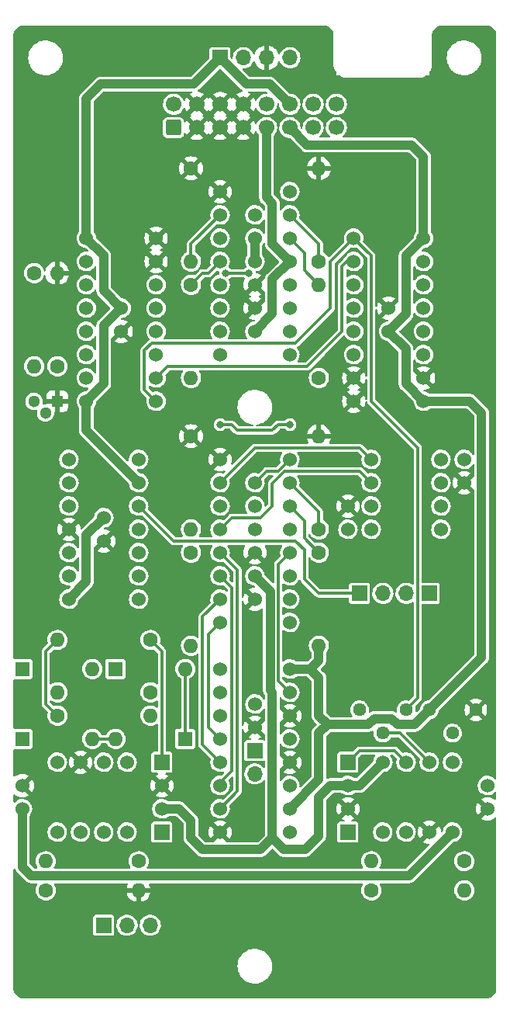
<source format=gbl>
G04 #@! TF.GenerationSoftware,KiCad,Pcbnew,(6.0.0)*
G04 #@! TF.CreationDate,2022-08-08T23:12:55+02:00*
G04 #@! TF.ProjectId,FG-VCO-(core2),46472d56-434f-42d2-9863-6f726532292e,rev?*
G04 #@! TF.SameCoordinates,Original*
G04 #@! TF.FileFunction,Copper,L2,Bot*
G04 #@! TF.FilePolarity,Positive*
%FSLAX46Y46*%
G04 Gerber Fmt 4.6, Leading zero omitted, Abs format (unit mm)*
G04 Created by KiCad (PCBNEW (6.0.0)) date 2022-08-08 23:12:55*
%MOMM*%
%LPD*%
G01*
G04 APERTURE LIST*
G04 Aperture macros list*
%AMRoundRect*
0 Rectangle with rounded corners*
0 $1 Rounding radius*
0 $2 $3 $4 $5 $6 $7 $8 $9 X,Y pos of 4 corners*
0 Add a 4 corners polygon primitive as box body*
4,1,4,$2,$3,$4,$5,$6,$7,$8,$9,$2,$3,0*
0 Add four circle primitives for the rounded corners*
1,1,$1+$1,$2,$3*
1,1,$1+$1,$4,$5*
1,1,$1+$1,$6,$7*
1,1,$1+$1,$8,$9*
0 Add four rect primitives between the rounded corners*
20,1,$1+$1,$2,$3,$4,$5,0*
20,1,$1+$1,$4,$5,$6,$7,0*
20,1,$1+$1,$6,$7,$8,$9,0*
20,1,$1+$1,$8,$9,$2,$3,0*%
G04 Aperture macros list end*
G04 #@! TA.AperFunction,ComponentPad*
%ADD10C,1.600000*%
G04 #@! TD*
G04 #@! TA.AperFunction,ComponentPad*
%ADD11O,1.600000X1.600000*%
G04 #@! TD*
G04 #@! TA.AperFunction,ComponentPad*
%ADD12C,1.524000*%
G04 #@! TD*
G04 #@! TA.AperFunction,ComponentPad*
%ADD13R,1.600000X1.600000*%
G04 #@! TD*
G04 #@! TA.AperFunction,ComponentPad*
%ADD14R,1.300000X1.300000*%
G04 #@! TD*
G04 #@! TA.AperFunction,ComponentPad*
%ADD15C,1.300000*%
G04 #@! TD*
G04 #@! TA.AperFunction,ComponentPad*
%ADD16R,1.700000X1.700000*%
G04 #@! TD*
G04 #@! TA.AperFunction,ComponentPad*
%ADD17C,1.440000*%
G04 #@! TD*
G04 #@! TA.AperFunction,ComponentPad*
%ADD18RoundRect,0.250000X0.600000X-0.600000X0.600000X0.600000X-0.600000X0.600000X-0.600000X-0.600000X0*%
G04 #@! TD*
G04 #@! TA.AperFunction,ComponentPad*
%ADD19C,1.700000*%
G04 #@! TD*
G04 #@! TA.AperFunction,ComponentPad*
%ADD20O,1.700000X1.700000*%
G04 #@! TD*
G04 #@! TA.AperFunction,ViaPad*
%ADD21C,0.800000*%
G04 #@! TD*
G04 #@! TA.AperFunction,Conductor*
%ADD22C,1.000000*%
G04 #@! TD*
G04 #@! TA.AperFunction,Conductor*
%ADD23C,0.300000*%
G04 #@! TD*
G04 APERTURE END LIST*
D10*
X13970000Y-91440000D03*
D11*
X3810000Y-91440000D03*
D10*
X2540000Y-27305000D03*
D11*
X2540000Y-37465000D03*
D12*
X12065000Y-31115000D03*
X12065000Y-33655000D03*
D10*
X33655000Y-26035000D03*
D11*
X33655000Y-15875000D03*
D10*
X3810000Y-94615000D03*
D11*
X13970000Y-94615000D03*
D13*
X1270000Y-70485000D03*
D11*
X8890000Y-70485000D03*
D12*
X12700000Y-80645000D03*
X10160000Y-80645000D03*
X7620000Y-80645000D03*
X5080000Y-80645000D03*
X5080000Y-88265000D03*
X7620000Y-88265000D03*
X10160000Y-88265000D03*
X12700000Y-88265000D03*
X41275000Y-33655000D03*
X41275000Y-31115000D03*
X26670000Y-52705000D03*
X26670000Y-50165000D03*
X40640000Y-88265000D03*
X43180000Y-88265000D03*
X45720000Y-88265000D03*
X48260000Y-88265000D03*
X48260000Y-80645000D03*
X45720000Y-80645000D03*
X43180000Y-80645000D03*
X40640000Y-80645000D03*
D10*
X19685000Y-45085000D03*
D11*
X19685000Y-55245000D03*
D14*
X5080000Y-41275000D03*
D15*
X3810000Y-42545000D03*
X2540000Y-41275000D03*
D12*
X26670000Y-76835000D03*
X26670000Y-74295000D03*
X22860000Y-70485000D03*
X22860000Y-73025000D03*
X22860000Y-75565000D03*
X22860000Y-78105000D03*
X22860000Y-80645000D03*
X22860000Y-83185000D03*
X22860000Y-85725000D03*
X22860000Y-88265000D03*
X30480000Y-88265000D03*
X30480000Y-85725000D03*
X30480000Y-83185000D03*
X30480000Y-80645000D03*
X30480000Y-78105000D03*
X30480000Y-75565000D03*
X30480000Y-73025000D03*
X30480000Y-70485000D03*
X10160000Y-53975000D03*
X10160000Y-56515000D03*
D10*
X19685000Y-28575000D03*
D11*
X19685000Y-38735000D03*
D12*
X22860000Y-47625000D03*
X22860000Y-50165000D03*
X22860000Y-52705000D03*
X22860000Y-55245000D03*
X22860000Y-57785000D03*
X22860000Y-60325000D03*
X22860000Y-62865000D03*
X22860000Y-65405000D03*
X30480000Y-65405000D03*
X30480000Y-62865000D03*
X30480000Y-60325000D03*
X30480000Y-57785000D03*
X30480000Y-55245000D03*
X30480000Y-52705000D03*
X30480000Y-50165000D03*
X30480000Y-47625000D03*
D10*
X5080000Y-37465000D03*
D11*
X5080000Y-27305000D03*
D10*
X15240000Y-73025000D03*
D11*
X5080000Y-73025000D03*
D16*
X36830000Y-80645000D03*
D12*
X52070000Y-85725000D03*
X52070000Y-83185000D03*
D10*
X15240000Y-67310000D03*
D11*
X5080000Y-67310000D03*
D17*
X45720000Y-74930000D03*
X48260000Y-77470000D03*
X50800000Y-74930000D03*
D16*
X16510000Y-88265000D03*
D12*
X26670000Y-26035000D03*
X26670000Y-28575000D03*
X16510000Y-85725000D03*
X16510000Y-83185000D03*
X1270000Y-83185000D03*
X1270000Y-85725000D03*
D10*
X5080000Y-75565000D03*
D11*
X15240000Y-75565000D03*
D10*
X33655000Y-57785000D03*
D11*
X33655000Y-67945000D03*
D10*
X33655000Y-55245000D03*
D11*
X33655000Y-45085000D03*
D10*
X19685000Y-15875000D03*
D11*
X19685000Y-26035000D03*
D10*
X39370000Y-94615000D03*
D11*
X49530000Y-94615000D03*
D16*
X16510000Y-80645000D03*
D18*
X17780000Y-11430000D03*
D19*
X17780000Y-8890000D03*
X20320000Y-11430000D03*
X20320000Y-8890000D03*
X22860000Y-11430000D03*
X22860000Y-8890000D03*
X25400000Y-11430000D03*
X25400000Y-8890000D03*
X27940000Y-11430000D03*
X27940000Y-8890000D03*
X30480000Y-11430000D03*
X30480000Y-8890000D03*
X33020000Y-11430000D03*
X33020000Y-8890000D03*
X35560000Y-11430000D03*
X35560000Y-8890000D03*
D12*
X26670000Y-62865000D03*
X26670000Y-60325000D03*
D17*
X38100000Y-74930000D03*
X40640000Y-77470000D03*
X43180000Y-74930000D03*
D16*
X45720000Y-62230000D03*
D13*
X1270000Y-78105000D03*
D11*
X8890000Y-78105000D03*
D10*
X19685000Y-57785000D03*
D11*
X19685000Y-67945000D03*
D12*
X15875000Y-41275000D03*
X15875000Y-38735000D03*
X15875000Y-36195000D03*
X15875000Y-33655000D03*
X15875000Y-31115000D03*
X15875000Y-28575000D03*
X15875000Y-26035000D03*
X15875000Y-23495000D03*
X8255000Y-23495000D03*
X8255000Y-26035000D03*
X8255000Y-28575000D03*
X8255000Y-31115000D03*
X8255000Y-33655000D03*
X8255000Y-36195000D03*
X8255000Y-38735000D03*
X8255000Y-41275000D03*
D10*
X33655000Y-38735000D03*
D11*
X33655000Y-28575000D03*
D12*
X22860000Y-18415000D03*
X22860000Y-20955000D03*
X22860000Y-23495000D03*
X22860000Y-26035000D03*
X22860000Y-28575000D03*
X22860000Y-31115000D03*
X22860000Y-33655000D03*
X22860000Y-36195000D03*
X30480000Y-36195000D03*
X30480000Y-33655000D03*
X30480000Y-31115000D03*
X30480000Y-28575000D03*
X30480000Y-26035000D03*
X30480000Y-23495000D03*
X30480000Y-20955000D03*
X30480000Y-18415000D03*
X26670000Y-55245000D03*
X26670000Y-57785000D03*
X13970000Y-62865000D03*
X13970000Y-60325000D03*
X13970000Y-57785000D03*
X13970000Y-55245000D03*
X13970000Y-52705000D03*
X13970000Y-50165000D03*
X13970000Y-47625000D03*
X6350000Y-47625000D03*
X6350000Y-50165000D03*
X6350000Y-52705000D03*
X6350000Y-55245000D03*
X6350000Y-57785000D03*
X6350000Y-60325000D03*
X6350000Y-62865000D03*
D13*
X11430000Y-70485000D03*
D11*
X19050000Y-70485000D03*
D12*
X49530000Y-50165000D03*
X49530000Y-47625000D03*
X26670000Y-31115000D03*
X26670000Y-33655000D03*
D16*
X36830000Y-88265000D03*
D12*
X36830000Y-83185000D03*
X36830000Y-85725000D03*
D13*
X19050000Y-78105000D03*
D11*
X11430000Y-78105000D03*
D12*
X37465000Y-23495000D03*
X37465000Y-26035000D03*
X37465000Y-28575000D03*
X37465000Y-31115000D03*
X37465000Y-33655000D03*
X37465000Y-36195000D03*
X37465000Y-38735000D03*
X37465000Y-41275000D03*
X45085000Y-41275000D03*
X45085000Y-38735000D03*
X45085000Y-36195000D03*
X45085000Y-33655000D03*
X45085000Y-31115000D03*
X45085000Y-28575000D03*
X45085000Y-26035000D03*
X45085000Y-23495000D03*
X46990000Y-55245000D03*
X46990000Y-52705000D03*
X46990000Y-50165000D03*
X46990000Y-47625000D03*
X39370000Y-47625000D03*
X39370000Y-50165000D03*
X39370000Y-52705000D03*
X39370000Y-55245000D03*
X26670000Y-23495000D03*
X26670000Y-20955000D03*
X36830000Y-55245000D03*
X36830000Y-52705000D03*
D10*
X49530000Y-91440000D03*
D11*
X39370000Y-91440000D03*
D16*
X10160000Y-98425000D03*
D20*
X12700000Y-98425000D03*
X15240000Y-98425000D03*
D16*
X26670000Y-79370000D03*
D20*
X26670000Y-81910000D03*
D16*
X22860000Y-3810000D03*
D20*
X25400000Y-3810000D03*
X27940000Y-3810000D03*
X30480000Y-3810000D03*
D16*
X38100000Y-62230000D03*
D20*
X40640000Y-62230000D03*
X43180000Y-62230000D03*
D21*
X23495000Y-27305000D03*
X26035000Y-27305000D03*
X30480000Y-43815000D03*
X22860000Y-43815000D03*
D22*
X10160000Y-39370000D02*
X8255000Y-41275000D01*
X30480000Y-85725000D02*
X33655000Y-82550000D01*
X8255000Y-8255000D02*
X9842500Y-6667500D01*
X51435000Y-69215000D02*
X51435000Y-42545000D01*
X8255000Y-55880000D02*
X10160000Y-53975000D01*
X8255000Y-41275000D02*
X8255000Y-44450000D01*
X51435000Y-42545000D02*
X50165000Y-41275000D01*
X10160000Y-29210000D02*
X12065000Y-31115000D01*
X8255000Y-44450000D02*
X13970000Y-50165000D01*
X10160000Y-25400000D02*
X10160000Y-29210000D01*
X10160000Y-33020000D02*
X10160000Y-39370000D01*
X39052500Y-76517500D02*
X34607500Y-76517500D01*
X34607500Y-76517500D02*
X33655000Y-77470000D01*
X43180000Y-39370000D02*
X45085000Y-41275000D01*
X50165000Y-41275000D02*
X45085000Y-41275000D01*
X33655000Y-77470000D02*
X33655000Y-82550000D01*
X45720000Y-74930000D02*
X44132500Y-76517500D01*
X45720000Y-74930000D02*
X51435000Y-69215000D01*
X41275000Y-33655000D02*
X43180000Y-31750000D01*
X43180000Y-31750000D02*
X43180000Y-25400000D01*
X32702500Y-70485000D02*
X33655000Y-71437500D01*
X39687500Y-75882500D02*
X39052500Y-76517500D01*
X43815000Y-13335000D02*
X32385000Y-13335000D01*
X32702500Y-70485000D02*
X33655000Y-69532500D01*
X33655000Y-71437500D02*
X33655000Y-75565000D01*
X42227500Y-76517500D02*
X41592500Y-75882500D01*
X45085000Y-23495000D02*
X45085000Y-14605000D01*
X43180000Y-25400000D02*
X45085000Y-23495000D01*
X8255000Y-23495000D02*
X10160000Y-25400000D01*
X32385000Y-70485000D02*
X32702500Y-70485000D01*
X28257500Y-6667500D02*
X30480000Y-8890000D01*
X41592500Y-75882500D02*
X39687500Y-75882500D01*
X32385000Y-13335000D02*
X30480000Y-11430000D01*
X45085000Y-14605000D02*
X43815000Y-13335000D01*
X12065000Y-31115000D02*
X10160000Y-33020000D01*
X20002500Y-6667500D02*
X22860000Y-3810000D01*
X6350000Y-62865000D02*
X8255000Y-60960000D01*
X8255000Y-60960000D02*
X8255000Y-55880000D01*
X30480000Y-70485000D02*
X32385000Y-70485000D01*
X33655000Y-75565000D02*
X34607500Y-76517500D01*
X22860000Y-3810000D02*
X25717500Y-6667500D01*
X9842500Y-6667500D02*
X20002500Y-6667500D01*
X33655000Y-69532500D02*
X33655000Y-67945000D01*
X8255000Y-23495000D02*
X8255000Y-8255000D01*
X25717500Y-6667500D02*
X28257500Y-6667500D01*
X43180000Y-35560000D02*
X43180000Y-39370000D01*
X44132500Y-76517500D02*
X42227500Y-76517500D01*
X41275000Y-33655000D02*
X43180000Y-35560000D01*
X19685000Y-86995000D02*
X18415000Y-85725000D01*
X28575000Y-31750000D02*
X28575000Y-27940000D01*
X28575000Y-73025000D02*
X28575000Y-88900000D01*
X28575000Y-24130000D02*
X28575000Y-19685000D01*
X26670000Y-60325000D02*
X28360480Y-62015480D01*
X33655000Y-88663445D02*
X33655000Y-84455000D01*
X28360480Y-72810480D02*
X28575000Y-73025000D01*
X34925000Y-83185000D02*
X36830000Y-83185000D01*
X28575000Y-88900000D02*
X27305000Y-90170000D01*
X38100000Y-83185000D02*
X36830000Y-83185000D01*
X33655000Y-84455000D02*
X34925000Y-83185000D01*
X19685000Y-88900000D02*
X19685000Y-86995000D01*
X26670000Y-33655000D02*
X28575000Y-31750000D01*
X27305000Y-90170000D02*
X20955000Y-90170000D01*
X28360480Y-62015480D02*
X28360480Y-72810480D01*
X32148445Y-90170000D02*
X33655000Y-88663445D01*
X27940000Y-19050000D02*
X28575000Y-19685000D01*
X18415000Y-85725000D02*
X16510000Y-85725000D01*
X28575000Y-88900000D02*
X29845000Y-90170000D01*
X30480000Y-26035000D02*
X28575000Y-24130000D01*
X40640000Y-80645000D02*
X38100000Y-83185000D01*
X20955000Y-90170000D02*
X19685000Y-88900000D01*
X29845000Y-90170000D02*
X32148445Y-90170000D01*
X28575000Y-27940000D02*
X30480000Y-26035000D01*
X27940000Y-11430000D02*
X27940000Y-19050000D01*
D23*
X32385000Y-37465000D02*
X36195000Y-33655000D01*
X15875000Y-38735000D02*
X17145000Y-37465000D01*
X13970000Y-52705000D02*
X17780000Y-56515000D01*
X31115000Y-56515000D02*
X32067500Y-57467500D01*
X17145000Y-37465000D02*
X32385000Y-37465000D01*
X33655000Y-62230000D02*
X38100000Y-62230000D01*
X32067500Y-60642500D02*
X33655000Y-62230000D01*
X17780000Y-56515000D02*
X31115000Y-56515000D01*
X36694520Y-26035000D02*
X37465000Y-26035000D01*
X36195000Y-33655000D02*
X36195000Y-26534520D01*
X36195000Y-26534520D02*
X36694520Y-26035000D01*
X32067500Y-57467500D02*
X32067500Y-60642500D01*
D22*
X2222500Y-93027500D02*
X1270000Y-92075000D01*
X48260000Y-88265000D02*
X43497500Y-93027500D01*
X26670000Y-23495000D02*
X26670000Y-26035000D01*
X43497500Y-93027500D02*
X2222500Y-93027500D01*
X1270000Y-92075000D02*
X1270000Y-85725000D01*
D23*
X27940000Y-48895000D02*
X29210000Y-48895000D01*
X29210000Y-48895000D02*
X30480000Y-47625000D01*
X26670000Y-50165000D02*
X27940000Y-48895000D01*
X8890000Y-78105000D02*
X11430000Y-78105000D01*
X19050000Y-70485000D02*
X19050000Y-78105000D01*
X44450000Y-46346946D02*
X39370000Y-41266946D01*
X31115000Y-34925000D02*
X15406543Y-34925000D01*
X14605000Y-40005000D02*
X15875000Y-41275000D01*
X43180000Y-74930000D02*
X44450000Y-73660000D01*
X39370000Y-41266946D02*
X39370000Y-25400000D01*
X15406543Y-34925000D02*
X14605000Y-35726543D01*
X44450000Y-73660000D02*
X44450000Y-46346946D01*
X34925000Y-31115000D02*
X31115000Y-34925000D01*
X14605000Y-35726543D02*
X14605000Y-40005000D01*
X37465000Y-23495000D02*
X34925000Y-26035000D01*
X34925000Y-26035000D02*
X34925000Y-31115000D01*
X39370000Y-25400000D02*
X37465000Y-23495000D01*
X5080000Y-75565000D02*
X3810000Y-74295000D01*
X3810000Y-74295000D02*
X3810000Y-68580000D01*
X3810000Y-68580000D02*
X5080000Y-67310000D01*
X30480000Y-23495000D02*
X32067500Y-25082500D01*
X32067500Y-25082500D02*
X32067500Y-26987500D01*
X32067500Y-26987500D02*
X33655000Y-28575000D01*
X32067500Y-54292500D02*
X32067500Y-56197500D01*
X30480000Y-52705000D02*
X32067500Y-54292500D01*
X32067500Y-56197500D02*
X33655000Y-57785000D01*
X33655000Y-53340000D02*
X33655000Y-55245000D01*
X30480000Y-50165000D02*
X33655000Y-53340000D01*
X22860000Y-50165000D02*
X26670000Y-46355000D01*
X38100000Y-46355000D02*
X39370000Y-47625000D01*
X26670000Y-46355000D02*
X38100000Y-46355000D01*
X33655000Y-24130000D02*
X33655000Y-26035000D01*
X30480000Y-20955000D02*
X33655000Y-24130000D01*
X19685000Y-26035000D02*
X19685000Y-24130000D01*
X19685000Y-24130000D02*
X22860000Y-20955000D01*
X28575000Y-50236428D02*
X28575000Y-52705000D01*
X39370000Y-50165000D02*
X38100000Y-48895000D01*
X27305000Y-53975000D02*
X24130000Y-53975000D01*
X29916428Y-48895000D02*
X28575000Y-50236428D01*
X24130000Y-53975000D02*
X22860000Y-55245000D01*
X28575000Y-52705000D02*
X27305000Y-53975000D01*
X38100000Y-48895000D02*
X29916428Y-48895000D01*
X20955000Y-27305000D02*
X21590000Y-27305000D01*
X19685000Y-28575000D02*
X20955000Y-27305000D01*
X21590000Y-27305000D02*
X22860000Y-26035000D01*
X42545000Y-77470000D02*
X45720000Y-80645000D01*
X40640000Y-77470000D02*
X42545000Y-77470000D01*
X21590000Y-76835000D02*
X21590000Y-66675000D01*
X22860000Y-78105000D02*
X21590000Y-76835000D01*
X21590000Y-66675000D02*
X22860000Y-65405000D01*
X22860000Y-80645000D02*
X20955000Y-78740000D01*
X20955000Y-78740000D02*
X20955000Y-64770000D01*
X20955000Y-64770000D02*
X22860000Y-62865000D01*
X22860000Y-82867500D02*
X24130000Y-81597500D01*
X22860000Y-83185000D02*
X22860000Y-82867500D01*
X24130000Y-81597500D02*
X24130000Y-61595000D01*
X24130000Y-61595000D02*
X22860000Y-60325000D01*
X22860000Y-85725000D02*
X24765000Y-83820000D01*
X24765000Y-83820000D02*
X24765000Y-59690000D01*
X24765000Y-59690000D02*
X22860000Y-57785000D01*
X29210000Y-71755000D02*
X30480000Y-73025000D01*
X30480000Y-57785000D02*
X29210000Y-59055000D01*
X29210000Y-59055000D02*
X29210000Y-71755000D01*
X26035000Y-27305000D02*
X23495000Y-27305000D01*
X30480000Y-43815000D02*
X29210000Y-43815000D01*
X24130000Y-43815000D02*
X22860000Y-43815000D01*
X16510000Y-68580000D02*
X15240000Y-67310000D01*
X28575000Y-44450000D02*
X24765000Y-44450000D01*
X24765000Y-44450000D02*
X24130000Y-43815000D01*
X16510000Y-80645000D02*
X16510000Y-68580000D01*
X29210000Y-43815000D02*
X28575000Y-44450000D01*
X38100000Y-79375000D02*
X41910000Y-79375000D01*
X36830000Y-80645000D02*
X38100000Y-79375000D01*
X41910000Y-79375000D02*
X43180000Y-80645000D01*
G04 #@! TA.AperFunction,Conductor*
G36*
X34272283Y-301504D02*
G01*
X34281470Y-303124D01*
X34290000Y-304628D01*
X34298530Y-303124D01*
X34307190Y-303124D01*
X34307190Y-303253D01*
X34320526Y-302671D01*
X34449807Y-313981D01*
X34466803Y-316977D01*
X34613402Y-356258D01*
X34629607Y-362157D01*
X34656040Y-374483D01*
X34684201Y-394201D01*
X35165799Y-875799D01*
X35185517Y-903960D01*
X35197843Y-930393D01*
X35203743Y-946602D01*
X35243023Y-1093198D01*
X35246019Y-1110193D01*
X35257329Y-1239474D01*
X35256747Y-1252810D01*
X35256876Y-1252810D01*
X35256876Y-1261470D01*
X35255372Y-1270000D01*
X35256876Y-1278530D01*
X35258496Y-1287717D01*
X35260000Y-1304908D01*
X35260000Y-4410092D01*
X35258496Y-4427282D01*
X35255372Y-4445000D01*
X35256412Y-4450897D01*
X35272011Y-4669005D01*
X35319748Y-4888450D01*
X35320984Y-4891763D01*
X35320984Y-4891764D01*
X35326698Y-4907083D01*
X35398230Y-5098867D01*
X35399923Y-5101967D01*
X35399925Y-5101972D01*
X35415997Y-5131405D01*
X35505858Y-5295974D01*
X35507970Y-5298796D01*
X35507975Y-5298803D01*
X35540254Y-5341922D01*
X35560000Y-5401250D01*
X35560000Y-5715000D01*
X35873750Y-5715000D01*
X35933078Y-5734746D01*
X35976197Y-5767025D01*
X35976204Y-5767030D01*
X35979026Y-5769142D01*
X36077579Y-5822956D01*
X36173028Y-5875075D01*
X36173033Y-5875077D01*
X36176133Y-5876770D01*
X36386550Y-5955252D01*
X36605995Y-6002989D01*
X36751969Y-6013429D01*
X36817599Y-6018123D01*
X36817601Y-6018123D01*
X36824103Y-6018588D01*
X36830000Y-6019628D01*
X36838530Y-6018124D01*
X36838531Y-6018124D01*
X36846023Y-6016803D01*
X36847718Y-6016504D01*
X36864908Y-6015000D01*
X44415092Y-6015000D01*
X44432282Y-6016504D01*
X44433977Y-6016803D01*
X44441469Y-6018124D01*
X44441470Y-6018124D01*
X44450000Y-6019628D01*
X44455897Y-6018588D01*
X44462399Y-6018123D01*
X44462401Y-6018123D01*
X44528031Y-6013429D01*
X44674005Y-6002989D01*
X44893450Y-5955252D01*
X45103867Y-5876770D01*
X45106967Y-5875077D01*
X45106972Y-5875075D01*
X45202421Y-5822956D01*
X45300974Y-5769142D01*
X45303796Y-5767030D01*
X45303803Y-5767025D01*
X45346922Y-5734746D01*
X45406250Y-5715000D01*
X45720000Y-5715000D01*
X45720000Y-5401250D01*
X45739746Y-5341922D01*
X45772025Y-5298803D01*
X45772030Y-5298796D01*
X45774142Y-5295974D01*
X45864003Y-5131405D01*
X45880075Y-5101972D01*
X45880077Y-5101967D01*
X45881770Y-5098867D01*
X45953302Y-4907083D01*
X45959016Y-4891764D01*
X45959016Y-4891763D01*
X45960252Y-4888450D01*
X46007989Y-4669005D01*
X46023588Y-4450897D01*
X46024628Y-4445000D01*
X46021504Y-4427282D01*
X46020000Y-4410092D01*
X46020000Y-3853233D01*
X47624906Y-3853233D01*
X47625246Y-3856795D01*
X47625246Y-3856802D01*
X47649021Y-4105984D01*
X47651102Y-4127792D01*
X47716657Y-4395694D01*
X47820199Y-4651326D01*
X47959558Y-4889335D01*
X48131816Y-5104732D01*
X48221021Y-5188063D01*
X48324840Y-5285045D01*
X48333364Y-5293008D01*
X48559979Y-5450216D01*
X48563184Y-5451811D01*
X48563190Y-5451814D01*
X48803699Y-5571466D01*
X48803704Y-5571468D01*
X48806914Y-5573065D01*
X48810325Y-5574183D01*
X48810327Y-5574184D01*
X49065593Y-5657864D01*
X49065596Y-5657865D01*
X49068998Y-5658980D01*
X49340738Y-5706162D01*
X49391160Y-5708672D01*
X49426644Y-5710439D01*
X49426657Y-5710439D01*
X49427876Y-5710500D01*
X49600070Y-5710500D01*
X49805083Y-5695625D01*
X49835490Y-5688912D01*
X50070904Y-5636937D01*
X50070910Y-5636935D01*
X50074403Y-5636164D01*
X50077752Y-5634895D01*
X50077756Y-5634894D01*
X50240951Y-5573065D01*
X50332319Y-5538449D01*
X50503351Y-5443449D01*
X50570285Y-5406271D01*
X50570287Y-5406270D01*
X50573428Y-5404525D01*
X50792678Y-5237198D01*
X50985477Y-5039974D01*
X51003735Y-5014891D01*
X51145682Y-4819876D01*
X51147787Y-4816984D01*
X51276206Y-4572899D01*
X51368045Y-4312832D01*
X51421380Y-4042232D01*
X51435094Y-3766767D01*
X51434754Y-3763205D01*
X51434754Y-3763198D01*
X51409239Y-3495779D01*
X51409238Y-3495775D01*
X51408898Y-3492208D01*
X51343343Y-3224306D01*
X51239801Y-2968674D01*
X51193241Y-2889154D01*
X51102253Y-2733758D01*
X51100442Y-2730665D01*
X50928184Y-2515268D01*
X50726636Y-2326992D01*
X50500021Y-2169784D01*
X50496816Y-2168189D01*
X50496810Y-2168186D01*
X50256301Y-2048534D01*
X50256296Y-2048532D01*
X50253086Y-2046935D01*
X50249675Y-2045817D01*
X50249673Y-2045816D01*
X49994407Y-1962136D01*
X49994404Y-1962135D01*
X49991002Y-1961020D01*
X49719262Y-1913838D01*
X49668840Y-1911328D01*
X49633356Y-1909561D01*
X49633343Y-1909561D01*
X49632124Y-1909500D01*
X49459930Y-1909500D01*
X49254917Y-1924375D01*
X49251406Y-1925150D01*
X49251407Y-1925150D01*
X48989096Y-1983063D01*
X48989090Y-1983065D01*
X48985597Y-1983836D01*
X48982248Y-1985105D01*
X48982244Y-1985106D01*
X48878185Y-2024530D01*
X48727681Y-2081551D01*
X48486572Y-2215475D01*
X48267322Y-2382802D01*
X48074523Y-2580026D01*
X48072414Y-2582923D01*
X48072411Y-2582927D01*
X47939479Y-2765556D01*
X47912213Y-2803016D01*
X47910549Y-2806179D01*
X47910547Y-2806182D01*
X47854641Y-2912442D01*
X47783794Y-3047101D01*
X47691955Y-3307168D01*
X47638620Y-3577768D01*
X47624906Y-3853233D01*
X46020000Y-3853233D01*
X46020000Y-1304908D01*
X46021504Y-1287717D01*
X46023124Y-1278530D01*
X46024628Y-1270000D01*
X46023124Y-1261470D01*
X46023124Y-1252810D01*
X46023253Y-1252810D01*
X46022671Y-1239474D01*
X46033981Y-1110193D01*
X46036977Y-1093198D01*
X46076257Y-946602D01*
X46082157Y-930393D01*
X46094483Y-903960D01*
X46114201Y-875799D01*
X46595799Y-394201D01*
X46623960Y-374483D01*
X46650393Y-362157D01*
X46666598Y-356258D01*
X46813197Y-316977D01*
X46830193Y-313981D01*
X46959474Y-302671D01*
X46972810Y-303253D01*
X46972810Y-303124D01*
X46981470Y-303124D01*
X46990000Y-304628D01*
X47007718Y-301504D01*
X47024908Y-300000D01*
X52035092Y-300000D01*
X52052283Y-301504D01*
X52061470Y-303124D01*
X52070000Y-304628D01*
X52078530Y-303124D01*
X52087190Y-303124D01*
X52087190Y-303253D01*
X52100526Y-302671D01*
X52229807Y-313981D01*
X52246803Y-316977D01*
X52393402Y-356258D01*
X52409607Y-362157D01*
X52436040Y-374483D01*
X52464201Y-394201D01*
X52945799Y-875799D01*
X52965517Y-903960D01*
X52977843Y-930393D01*
X52983743Y-946602D01*
X53023023Y-1093198D01*
X53026019Y-1110193D01*
X53037329Y-1239474D01*
X53036747Y-1252810D01*
X53036876Y-1252810D01*
X53036876Y-1261470D01*
X53035372Y-1270000D01*
X53036876Y-1278530D01*
X53038496Y-1287717D01*
X53040000Y-1304908D01*
X53040000Y-82415149D01*
X53021093Y-82473340D01*
X52971593Y-82509304D01*
X52910407Y-82509304D01*
X52864283Y-82477722D01*
X52827567Y-82432704D01*
X52814037Y-82421511D01*
X52670744Y-82302968D01*
X52670742Y-82302967D01*
X52667017Y-82299885D01*
X52548134Y-82235605D01*
X52487982Y-82203081D01*
X52487981Y-82203081D01*
X52483728Y-82200781D01*
X52419494Y-82180897D01*
X52289300Y-82140595D01*
X52289296Y-82140594D01*
X52284679Y-82139165D01*
X52279872Y-82138660D01*
X52279868Y-82138659D01*
X52082269Y-82117891D01*
X52082267Y-82117891D01*
X52077453Y-82117385D01*
X52028820Y-82121811D01*
X51874764Y-82135831D01*
X51874761Y-82135832D01*
X51869944Y-82136270D01*
X51865302Y-82137636D01*
X51865298Y-82137637D01*
X51674702Y-82193733D01*
X51674699Y-82193734D01*
X51670055Y-82195101D01*
X51485399Y-82291636D01*
X51481623Y-82294672D01*
X51481620Y-82294674D01*
X51326783Y-82419167D01*
X51323011Y-82422200D01*
X51319902Y-82425905D01*
X51319899Y-82425908D01*
X51204655Y-82563250D01*
X51189075Y-82581818D01*
X51186739Y-82586066D01*
X51186739Y-82586067D01*
X51128228Y-82692498D01*
X51088693Y-82764411D01*
X51025690Y-82963025D01*
X51002463Y-83170093D01*
X51004077Y-83189309D01*
X51018930Y-83366186D01*
X51019899Y-83377730D01*
X51021232Y-83382378D01*
X51021232Y-83382379D01*
X51070816Y-83555296D01*
X51077333Y-83578025D01*
X51079548Y-83582335D01*
X51170364Y-83759045D01*
X51170367Y-83759049D01*
X51172577Y-83763350D01*
X51302003Y-83926646D01*
X51305690Y-83929784D01*
X51305692Y-83929786D01*
X51403909Y-84013375D01*
X51460683Y-84061693D01*
X51642571Y-84163346D01*
X51647169Y-84164840D01*
X51836135Y-84226239D01*
X51836137Y-84226240D01*
X51840740Y-84227735D01*
X52047641Y-84252407D01*
X52052463Y-84252036D01*
X52052466Y-84252036D01*
X52250566Y-84236793D01*
X52250571Y-84236792D01*
X52255394Y-84236421D01*
X52456085Y-84180387D01*
X52460398Y-84178208D01*
X52460404Y-84178206D01*
X52637750Y-84088622D01*
X52637752Y-84088620D01*
X52642071Y-84086439D01*
X52649371Y-84080736D01*
X52802451Y-83961137D01*
X52802453Y-83961135D01*
X52806266Y-83958156D01*
X52809428Y-83954493D01*
X52809431Y-83954490D01*
X52866057Y-83888888D01*
X52918393Y-83857192D01*
X52979364Y-83862311D01*
X53025681Y-83902291D01*
X53040000Y-83953576D01*
X53040000Y-84663641D01*
X53021093Y-84721832D01*
X52971593Y-84757796D01*
X52910407Y-84757796D01*
X52884216Y-84744737D01*
X52710971Y-84623429D01*
X52703501Y-84619117D01*
X52509945Y-84528860D01*
X52501852Y-84525914D01*
X52295553Y-84470636D01*
X52287065Y-84469140D01*
X52074309Y-84450526D01*
X52065691Y-84450526D01*
X51852935Y-84469140D01*
X51844447Y-84470636D01*
X51638148Y-84525914D01*
X51630056Y-84528860D01*
X51436497Y-84619118D01*
X51429033Y-84623427D01*
X51382238Y-84656192D01*
X51374212Y-84666843D01*
X51374201Y-84667475D01*
X51377989Y-84673779D01*
X52359206Y-85654996D01*
X52386983Y-85709513D01*
X52377412Y-85769945D01*
X52359206Y-85795004D01*
X51380481Y-86773729D01*
X51374427Y-86785612D01*
X51374525Y-86786234D01*
X51379352Y-86791787D01*
X51429029Y-86826571D01*
X51436499Y-86830883D01*
X51630055Y-86921140D01*
X51638148Y-86924086D01*
X51844447Y-86979364D01*
X51852935Y-86980860D01*
X52065691Y-86999474D01*
X52074309Y-86999474D01*
X52287065Y-86980860D01*
X52295553Y-86979364D01*
X52501852Y-86924086D01*
X52509945Y-86921140D01*
X52703501Y-86830883D01*
X52710971Y-86826571D01*
X52884216Y-86705263D01*
X52942728Y-86687374D01*
X53000580Y-86707294D01*
X53035674Y-86757414D01*
X53040000Y-86786359D01*
X53040000Y-105375092D01*
X53038496Y-105392282D01*
X53035372Y-105410000D01*
X53036876Y-105418530D01*
X53036876Y-105427190D01*
X53036747Y-105427190D01*
X53037329Y-105440526D01*
X53026019Y-105569807D01*
X53023023Y-105586802D01*
X52983743Y-105733398D01*
X52977843Y-105749607D01*
X52965517Y-105776040D01*
X52945799Y-105804201D01*
X52464201Y-106285799D01*
X52436040Y-106305517D01*
X52409607Y-106317843D01*
X52393402Y-106323742D01*
X52282483Y-106353462D01*
X52246802Y-106363023D01*
X52229807Y-106366019D01*
X52100526Y-106377329D01*
X52087190Y-106376747D01*
X52087190Y-106376876D01*
X52078530Y-106376876D01*
X52070000Y-106375372D01*
X52061470Y-106376876D01*
X52052283Y-106378496D01*
X52035092Y-106380000D01*
X1304908Y-106380000D01*
X1287717Y-106378496D01*
X1278530Y-106376876D01*
X1270000Y-106375372D01*
X1261470Y-106376876D01*
X1252810Y-106376876D01*
X1252810Y-106376747D01*
X1239474Y-106377329D01*
X1110193Y-106366019D01*
X1093198Y-106363023D01*
X1057517Y-106353462D01*
X946598Y-106323742D01*
X930393Y-106317843D01*
X903960Y-106305517D01*
X875799Y-106285799D01*
X394201Y-105804201D01*
X374483Y-105776040D01*
X362157Y-105749607D01*
X356257Y-105733398D01*
X316977Y-105586802D01*
X313981Y-105569807D01*
X302671Y-105440526D01*
X303253Y-105427190D01*
X303124Y-105427190D01*
X303124Y-105418530D01*
X304628Y-105410000D01*
X301504Y-105392282D01*
X300000Y-105375092D01*
X300000Y-102913233D01*
X24764906Y-102913233D01*
X24765246Y-102916795D01*
X24765246Y-102916802D01*
X24783274Y-103105748D01*
X24791102Y-103187792D01*
X24856657Y-103455694D01*
X24960199Y-103711326D01*
X25099558Y-103949335D01*
X25271816Y-104164732D01*
X25473364Y-104353008D01*
X25699979Y-104510216D01*
X25703184Y-104511811D01*
X25703190Y-104511814D01*
X25943699Y-104631466D01*
X25943704Y-104631468D01*
X25946914Y-104633065D01*
X25950325Y-104634183D01*
X25950327Y-104634184D01*
X26205593Y-104717864D01*
X26205596Y-104717865D01*
X26208998Y-104718980D01*
X26480738Y-104766162D01*
X26531160Y-104768672D01*
X26566644Y-104770439D01*
X26566657Y-104770439D01*
X26567876Y-104770500D01*
X26740070Y-104770500D01*
X26945083Y-104755625D01*
X26975490Y-104748912D01*
X27210904Y-104696937D01*
X27210910Y-104696935D01*
X27214403Y-104696164D01*
X27217752Y-104694895D01*
X27217756Y-104694894D01*
X27380951Y-104633065D01*
X27472319Y-104598449D01*
X27713428Y-104464525D01*
X27932678Y-104297198D01*
X28125477Y-104099974D01*
X28237376Y-103946242D01*
X28285682Y-103879876D01*
X28287787Y-103876984D01*
X28416206Y-103632899D01*
X28508045Y-103372832D01*
X28561380Y-103102232D01*
X28575094Y-102826767D01*
X28574754Y-102823205D01*
X28574754Y-102823198D01*
X28549239Y-102555779D01*
X28549238Y-102555775D01*
X28548898Y-102552208D01*
X28483343Y-102284306D01*
X28379801Y-102028674D01*
X28240442Y-101790665D01*
X28068184Y-101575268D01*
X27866636Y-101386992D01*
X27640021Y-101229784D01*
X27636816Y-101228189D01*
X27636810Y-101228186D01*
X27396301Y-101108534D01*
X27396296Y-101108532D01*
X27393086Y-101106935D01*
X27389675Y-101105817D01*
X27389673Y-101105816D01*
X27134407Y-101022136D01*
X27134404Y-101022135D01*
X27131002Y-101021020D01*
X26859262Y-100973838D01*
X26808840Y-100971328D01*
X26773356Y-100969561D01*
X26773343Y-100969561D01*
X26772124Y-100969500D01*
X26599930Y-100969500D01*
X26394917Y-100984375D01*
X26391406Y-100985150D01*
X26391407Y-100985150D01*
X26129096Y-101043063D01*
X26129090Y-101043065D01*
X26125597Y-101043836D01*
X26122248Y-101045105D01*
X26122244Y-101045106D01*
X26018185Y-101084530D01*
X25867681Y-101141551D01*
X25626572Y-101275475D01*
X25407322Y-101442802D01*
X25214523Y-101640026D01*
X25212414Y-101642923D01*
X25212411Y-101642927D01*
X25054318Y-101860124D01*
X25052213Y-101863016D01*
X24923794Y-102107101D01*
X24831955Y-102367168D01*
X24778620Y-102637768D01*
X24764906Y-102913233D01*
X300000Y-102913233D01*
X300000Y-99319646D01*
X9009500Y-99319646D01*
X9012618Y-99345846D01*
X9058061Y-99448153D01*
X9064529Y-99454610D01*
X9064530Y-99454611D01*
X9091964Y-99481997D01*
X9137287Y-99527241D01*
X9145645Y-99530936D01*
X9232864Y-99569496D01*
X9232866Y-99569496D01*
X9239673Y-99572506D01*
X9247067Y-99573368D01*
X9262378Y-99575153D01*
X9265354Y-99575500D01*
X11054646Y-99575500D01*
X11072561Y-99573368D01*
X11073469Y-99573260D01*
X11073470Y-99573260D01*
X11080846Y-99572382D01*
X11183153Y-99526939D01*
X11262241Y-99447713D01*
X11307506Y-99345327D01*
X11310500Y-99319646D01*
X11310500Y-98394754D01*
X11544967Y-98394754D01*
X11558796Y-98605749D01*
X11559912Y-98610142D01*
X11559912Y-98610144D01*
X11582487Y-98699032D01*
X11610845Y-98810690D01*
X11612747Y-98814815D01*
X11612747Y-98814816D01*
X11651518Y-98898916D01*
X11699369Y-99002714D01*
X11821405Y-99175391D01*
X11972865Y-99322937D01*
X11976638Y-99325458D01*
X12144899Y-99437887D01*
X12144902Y-99437889D01*
X12148677Y-99440411D01*
X12245472Y-99481997D01*
X12338774Y-99522083D01*
X12338778Y-99522084D01*
X12342953Y-99523878D01*
X12372881Y-99530650D01*
X12544760Y-99569543D01*
X12544765Y-99569544D01*
X12549186Y-99570544D01*
X12654828Y-99574695D01*
X12755937Y-99578668D01*
X12755938Y-99578668D01*
X12760470Y-99578846D01*
X12969730Y-99548504D01*
X12974029Y-99547045D01*
X12974032Y-99547044D01*
X13165654Y-99481997D01*
X13169955Y-99480537D01*
X13217021Y-99454179D01*
X13350481Y-99379437D01*
X13354442Y-99377219D01*
X13517012Y-99242012D01*
X13652219Y-99079442D01*
X13755537Y-98894955D01*
X13756997Y-98890654D01*
X13822044Y-98699032D01*
X13822045Y-98699029D01*
X13823504Y-98694730D01*
X13853846Y-98485470D01*
X13855429Y-98425000D01*
X13852650Y-98394754D01*
X14084967Y-98394754D01*
X14098796Y-98605749D01*
X14099912Y-98610142D01*
X14099912Y-98610144D01*
X14122487Y-98699032D01*
X14150845Y-98810690D01*
X14152747Y-98814815D01*
X14152747Y-98814816D01*
X14191518Y-98898916D01*
X14239369Y-99002714D01*
X14361405Y-99175391D01*
X14512865Y-99322937D01*
X14516638Y-99325458D01*
X14684899Y-99437887D01*
X14684902Y-99437889D01*
X14688677Y-99440411D01*
X14785472Y-99481997D01*
X14878774Y-99522083D01*
X14878778Y-99522084D01*
X14882953Y-99523878D01*
X14912881Y-99530650D01*
X15084760Y-99569543D01*
X15084765Y-99569544D01*
X15089186Y-99570544D01*
X15194828Y-99574695D01*
X15295937Y-99578668D01*
X15295938Y-99578668D01*
X15300470Y-99578846D01*
X15509730Y-99548504D01*
X15514029Y-99547045D01*
X15514032Y-99547044D01*
X15705654Y-99481997D01*
X15709955Y-99480537D01*
X15757021Y-99454179D01*
X15890481Y-99379437D01*
X15894442Y-99377219D01*
X16057012Y-99242012D01*
X16192219Y-99079442D01*
X16295537Y-98894955D01*
X16296997Y-98890654D01*
X16362044Y-98699032D01*
X16362045Y-98699029D01*
X16363504Y-98694730D01*
X16393846Y-98485470D01*
X16395429Y-98425000D01*
X16376081Y-98214440D01*
X16318686Y-98010931D01*
X16225165Y-97821290D01*
X16098651Y-97651867D01*
X15943381Y-97508337D01*
X15936752Y-97504154D01*
X15768391Y-97397926D01*
X15764554Y-97395505D01*
X15568160Y-97317152D01*
X15360775Y-97275901D01*
X15256599Y-97274537D01*
X15153886Y-97273192D01*
X15153881Y-97273192D01*
X15149346Y-97273133D01*
X15144873Y-97273902D01*
X15144868Y-97273902D01*
X15041601Y-97291647D01*
X14940953Y-97308941D01*
X14742575Y-97382127D01*
X14738676Y-97384446D01*
X14738671Y-97384449D01*
X14564762Y-97487914D01*
X14560856Y-97490238D01*
X14557441Y-97493233D01*
X14557438Y-97493235D01*
X14518433Y-97527442D01*
X14401881Y-97629655D01*
X14270976Y-97795708D01*
X14172523Y-97982836D01*
X14109820Y-98184773D01*
X14084967Y-98394754D01*
X13852650Y-98394754D01*
X13836081Y-98214440D01*
X13778686Y-98010931D01*
X13685165Y-97821290D01*
X13558651Y-97651867D01*
X13403381Y-97508337D01*
X13396752Y-97504154D01*
X13228391Y-97397926D01*
X13224554Y-97395505D01*
X13028160Y-97317152D01*
X12820775Y-97275901D01*
X12716599Y-97274537D01*
X12613886Y-97273192D01*
X12613881Y-97273192D01*
X12609346Y-97273133D01*
X12604873Y-97273902D01*
X12604868Y-97273902D01*
X12501601Y-97291647D01*
X12400953Y-97308941D01*
X12202575Y-97382127D01*
X12198676Y-97384446D01*
X12198671Y-97384449D01*
X12024762Y-97487914D01*
X12020856Y-97490238D01*
X12017441Y-97493233D01*
X12017438Y-97493235D01*
X11978433Y-97527442D01*
X11861881Y-97629655D01*
X11730976Y-97795708D01*
X11632523Y-97982836D01*
X11569820Y-98184773D01*
X11544967Y-98394754D01*
X11310500Y-98394754D01*
X11310500Y-97530354D01*
X11307382Y-97504154D01*
X11261939Y-97401847D01*
X11182713Y-97322759D01*
X11149721Y-97308173D01*
X11087136Y-97280504D01*
X11087134Y-97280504D01*
X11080327Y-97277494D01*
X11066157Y-97275842D01*
X11057494Y-97274832D01*
X11057493Y-97274832D01*
X11054646Y-97274500D01*
X9265354Y-97274500D01*
X9248951Y-97276452D01*
X9246531Y-97276740D01*
X9246530Y-97276740D01*
X9239154Y-97277618D01*
X9136847Y-97323061D01*
X9057759Y-97402287D01*
X9054064Y-97410645D01*
X9018876Y-97490238D01*
X9012494Y-97504673D01*
X9009500Y-97530354D01*
X9009500Y-99319646D01*
X300000Y-99319646D01*
X300000Y-92309114D01*
X318907Y-92250923D01*
X368407Y-92214959D01*
X429593Y-92214959D01*
X479093Y-92250923D01*
X492492Y-92276553D01*
X495895Y-92286326D01*
X499163Y-92297955D01*
X506511Y-92331942D01*
X508849Y-92336956D01*
X508851Y-92336962D01*
X525201Y-92372024D01*
X528970Y-92381306D01*
X543515Y-92423073D01*
X546446Y-92427763D01*
X561944Y-92452566D01*
X567710Y-92463187D01*
X580070Y-92489693D01*
X580074Y-92489700D01*
X582409Y-92494707D01*
X585796Y-92499073D01*
X585800Y-92499080D01*
X609520Y-92529659D01*
X615251Y-92537873D01*
X638684Y-92575375D01*
X666939Y-92603828D01*
X667602Y-92604537D01*
X668099Y-92605177D01*
X693959Y-92631037D01*
X694202Y-92631282D01*
X762838Y-92700399D01*
X762845Y-92700405D01*
X765230Y-92702807D01*
X766231Y-92703442D01*
X767524Y-92704602D01*
X1650134Y-93587212D01*
X1650863Y-93587949D01*
X1713359Y-93651768D01*
X1718011Y-93654766D01*
X1750536Y-93675727D01*
X1758670Y-93681571D01*
X1793234Y-93709163D01*
X1798218Y-93711572D01*
X1798222Y-93711575D01*
X1824539Y-93724297D01*
X1835077Y-93730210D01*
X1864317Y-93749054D01*
X1905892Y-93764186D01*
X1915098Y-93768076D01*
X1949938Y-93784918D01*
X1949941Y-93784919D01*
X1954922Y-93787327D01*
X1988817Y-93795152D01*
X2000387Y-93798579D01*
X2033078Y-93810478D01*
X2074758Y-93815744D01*
X2076954Y-93816021D01*
X2086814Y-93817777D01*
X2104121Y-93821772D01*
X2129910Y-93827726D01*
X2169992Y-93827866D01*
X2170981Y-93827899D01*
X2171783Y-93828000D01*
X2208331Y-93828000D01*
X2208679Y-93828001D01*
X2309500Y-93828353D01*
X2310659Y-93828094D01*
X2312394Y-93828000D01*
X2824867Y-93828000D01*
X2883058Y-93846907D01*
X2919022Y-93896407D01*
X2919022Y-93957593D01*
X2902613Y-93988290D01*
X2883089Y-94013057D01*
X2788914Y-94192053D01*
X2787569Y-94196384D01*
X2787568Y-94196387D01*
X2737636Y-94357198D01*
X2728937Y-94385213D01*
X2705164Y-94586069D01*
X2718392Y-94787894D01*
X2719508Y-94792287D01*
X2719508Y-94792289D01*
X2741099Y-94877304D01*
X2768178Y-94983928D01*
X2852856Y-95167607D01*
X2969588Y-95332780D01*
X3114466Y-95473913D01*
X3282637Y-95586282D01*
X3468470Y-95666122D01*
X3665740Y-95710760D01*
X3867842Y-95718700D01*
X3921377Y-95710938D01*
X4063519Y-95690329D01*
X4063522Y-95690328D01*
X4068007Y-95689678D01*
X4163769Y-95657171D01*
X4255234Y-95626123D01*
X4255237Y-95626121D01*
X4259531Y-95624664D01*
X4436001Y-95525837D01*
X4591505Y-95396505D01*
X4720837Y-95241001D01*
X4819664Y-95064531D01*
X4881332Y-94882864D01*
X12687633Y-94882864D01*
X12735069Y-95059898D01*
X12738015Y-95067991D01*
X12831082Y-95267573D01*
X12835394Y-95275043D01*
X12961708Y-95455437D01*
X12967241Y-95462032D01*
X13122968Y-95617759D01*
X13129563Y-95623292D01*
X13309957Y-95749606D01*
X13317427Y-95753918D01*
X13517009Y-95846985D01*
X13525102Y-95849931D01*
X13700855Y-95897024D01*
X13713141Y-95896380D01*
X13716000Y-95886727D01*
X13716000Y-95885402D01*
X14224000Y-95885402D01*
X14227802Y-95897104D01*
X14237864Y-95897367D01*
X14414898Y-95849931D01*
X14422991Y-95846985D01*
X14622573Y-95753918D01*
X14630043Y-95749606D01*
X14810437Y-95623292D01*
X14817032Y-95617759D01*
X14972759Y-95462032D01*
X14978292Y-95455437D01*
X15104606Y-95275043D01*
X15108918Y-95267573D01*
X15201985Y-95067991D01*
X15204931Y-95059898D01*
X15252024Y-94884145D01*
X15251380Y-94871859D01*
X15241727Y-94869000D01*
X14239680Y-94869000D01*
X14226995Y-94873122D01*
X14224000Y-94877243D01*
X14224000Y-95885402D01*
X13716000Y-95885402D01*
X13716000Y-94884680D01*
X13711878Y-94871995D01*
X13707757Y-94869000D01*
X12699598Y-94869000D01*
X12687896Y-94872802D01*
X12687633Y-94882864D01*
X4881332Y-94882864D01*
X4884678Y-94873007D01*
X4913700Y-94672842D01*
X4915215Y-94615000D01*
X4896708Y-94413591D01*
X4841807Y-94218926D01*
X4752351Y-94037527D01*
X4749636Y-94033891D01*
X4749634Y-94033888D01*
X4714049Y-93986234D01*
X4694381Y-93928295D01*
X4712526Y-93869862D01*
X4761551Y-93833254D01*
X4793373Y-93828000D01*
X12738368Y-93828000D01*
X12796559Y-93846907D01*
X12832523Y-93896407D01*
X12832523Y-93957593D01*
X12828092Y-93968839D01*
X12738015Y-94162009D01*
X12735069Y-94170102D01*
X12687976Y-94345855D01*
X12688620Y-94358141D01*
X12698273Y-94361000D01*
X15240402Y-94361000D01*
X15252104Y-94357198D01*
X15252367Y-94347136D01*
X15204931Y-94170102D01*
X15201985Y-94162009D01*
X15111908Y-93968839D01*
X15104451Y-93908110D01*
X15134114Y-93854596D01*
X15189567Y-93828738D01*
X15201632Y-93828000D01*
X38384867Y-93828000D01*
X38443058Y-93846907D01*
X38479022Y-93896407D01*
X38479022Y-93957593D01*
X38462613Y-93988290D01*
X38443089Y-94013057D01*
X38348914Y-94192053D01*
X38347569Y-94196384D01*
X38347568Y-94196387D01*
X38297636Y-94357198D01*
X38288937Y-94385213D01*
X38265164Y-94586069D01*
X38278392Y-94787894D01*
X38279508Y-94792287D01*
X38279508Y-94792289D01*
X38301099Y-94877304D01*
X38328178Y-94983928D01*
X38412856Y-95167607D01*
X38529588Y-95332780D01*
X38674466Y-95473913D01*
X38842637Y-95586282D01*
X39028470Y-95666122D01*
X39225740Y-95710760D01*
X39427842Y-95718700D01*
X39481377Y-95710938D01*
X39623519Y-95690329D01*
X39623522Y-95690328D01*
X39628007Y-95689678D01*
X39723769Y-95657171D01*
X39815234Y-95626123D01*
X39815237Y-95626121D01*
X39819531Y-95624664D01*
X39996001Y-95525837D01*
X40151505Y-95396505D01*
X40280837Y-95241001D01*
X40379664Y-95064531D01*
X40444678Y-94873007D01*
X40473700Y-94672842D01*
X40475215Y-94615000D01*
X40472557Y-94586069D01*
X48425164Y-94586069D01*
X48438392Y-94787894D01*
X48439508Y-94792287D01*
X48439508Y-94792289D01*
X48461099Y-94877304D01*
X48488178Y-94983928D01*
X48572856Y-95167607D01*
X48689588Y-95332780D01*
X48834466Y-95473913D01*
X49002637Y-95586282D01*
X49188470Y-95666122D01*
X49385740Y-95710760D01*
X49587842Y-95718700D01*
X49641377Y-95710938D01*
X49783519Y-95690329D01*
X49783522Y-95690328D01*
X49788007Y-95689678D01*
X49883769Y-95657171D01*
X49975234Y-95626123D01*
X49975237Y-95626121D01*
X49979531Y-95624664D01*
X50156001Y-95525837D01*
X50311505Y-95396505D01*
X50440837Y-95241001D01*
X50539664Y-95064531D01*
X50604678Y-94873007D01*
X50633700Y-94672842D01*
X50635215Y-94615000D01*
X50616708Y-94413591D01*
X50561807Y-94218926D01*
X50472351Y-94037527D01*
X50351335Y-93875467D01*
X50202812Y-93738174D01*
X50189525Y-93729790D01*
X50035594Y-93632667D01*
X50031757Y-93630246D01*
X49843898Y-93555298D01*
X49645526Y-93515839D01*
X49545930Y-93514535D01*
X49447826Y-93513251D01*
X49447821Y-93513251D01*
X49443286Y-93513192D01*
X49438813Y-93513961D01*
X49438808Y-93513961D01*
X49345608Y-93529976D01*
X49243949Y-93547444D01*
X49054193Y-93617449D01*
X48880371Y-93720862D01*
X48876956Y-93723857D01*
X48876953Y-93723859D01*
X48792027Y-93798337D01*
X48728305Y-93854220D01*
X48725497Y-93857782D01*
X48622613Y-93988291D01*
X48603089Y-94013057D01*
X48508914Y-94192053D01*
X48507569Y-94196384D01*
X48507568Y-94196387D01*
X48457636Y-94357198D01*
X48448937Y-94385213D01*
X48425164Y-94586069D01*
X40472557Y-94586069D01*
X40456708Y-94413591D01*
X40401807Y-94218926D01*
X40312351Y-94037527D01*
X40309636Y-94033891D01*
X40309634Y-94033888D01*
X40274049Y-93986234D01*
X40254381Y-93928295D01*
X40272526Y-93869862D01*
X40321551Y-93833254D01*
X40353373Y-93828000D01*
X43488509Y-93828000D01*
X43489547Y-93828005D01*
X43578907Y-93828941D01*
X43622141Y-93819593D01*
X43632016Y-93817977D01*
X43649450Y-93816021D01*
X43670475Y-93813663D01*
X43670479Y-93813662D01*
X43675972Y-93813046D01*
X43681192Y-93811228D01*
X43681197Y-93811227D01*
X43708817Y-93801608D01*
X43720455Y-93798337D01*
X43749030Y-93792159D01*
X43754442Y-93790989D01*
X43759456Y-93788651D01*
X43759462Y-93788649D01*
X43794524Y-93772299D01*
X43803806Y-93768530D01*
X43840344Y-93755806D01*
X43845573Y-93753985D01*
X43863943Y-93742506D01*
X43875066Y-93735556D01*
X43885687Y-93729790D01*
X43912193Y-93717430D01*
X43912200Y-93717426D01*
X43917207Y-93715091D01*
X43921573Y-93711704D01*
X43921580Y-93711700D01*
X43952159Y-93687980D01*
X43960375Y-93682248D01*
X43961457Y-93681572D01*
X43997875Y-93658816D01*
X44026328Y-93630561D01*
X44027037Y-93629898D01*
X44027677Y-93629401D01*
X44053537Y-93603541D01*
X44053782Y-93603298D01*
X44122899Y-93534662D01*
X44122905Y-93534655D01*
X44125307Y-93532270D01*
X44125942Y-93531269D01*
X44127102Y-93529976D01*
X46246009Y-91411069D01*
X48425164Y-91411069D01*
X48438392Y-91612894D01*
X48488178Y-91808928D01*
X48572856Y-91992607D01*
X48689588Y-92157780D01*
X48834466Y-92298913D01*
X49002637Y-92411282D01*
X49188470Y-92491122D01*
X49385740Y-92535760D01*
X49587842Y-92543700D01*
X49641377Y-92535938D01*
X49783519Y-92515329D01*
X49783522Y-92515328D01*
X49788007Y-92514678D01*
X49939694Y-92463187D01*
X49975234Y-92451123D01*
X49975237Y-92451121D01*
X49979531Y-92449664D01*
X50156001Y-92350837D01*
X50311505Y-92221505D01*
X50440837Y-92066001D01*
X50539664Y-91889531D01*
X50604678Y-91698007D01*
X50633700Y-91497842D01*
X50635215Y-91440000D01*
X50616708Y-91238591D01*
X50561807Y-91043926D01*
X50472351Y-90862527D01*
X50351335Y-90700467D01*
X50202812Y-90563174D01*
X50180125Y-90548859D01*
X50035594Y-90457667D01*
X50031757Y-90455246D01*
X49843898Y-90380298D01*
X49645526Y-90340839D01*
X49545930Y-90339535D01*
X49447826Y-90338251D01*
X49447821Y-90338251D01*
X49443286Y-90338192D01*
X49438813Y-90338961D01*
X49438808Y-90338961D01*
X49340245Y-90355898D01*
X49243949Y-90372444D01*
X49054193Y-90442449D01*
X48880371Y-90545862D01*
X48876956Y-90548857D01*
X48876953Y-90548859D01*
X48860630Y-90563174D01*
X48728305Y-90679220D01*
X48725497Y-90682782D01*
X48614115Y-90824071D01*
X48603089Y-90838057D01*
X48508914Y-91017053D01*
X48448937Y-91210213D01*
X48425164Y-91411069D01*
X46246009Y-91411069D01*
X48306032Y-89351046D01*
X48360549Y-89323269D01*
X48368434Y-89322343D01*
X48445394Y-89316421D01*
X48646085Y-89260387D01*
X48650398Y-89258208D01*
X48650404Y-89258206D01*
X48827750Y-89168622D01*
X48827752Y-89168620D01*
X48832071Y-89166439D01*
X48835888Y-89163457D01*
X48992451Y-89041137D01*
X48992453Y-89041135D01*
X48996266Y-89038156D01*
X49132417Y-88880423D01*
X49200018Y-88761425D01*
X49232951Y-88703453D01*
X49232952Y-88703451D01*
X49235339Y-88699249D01*
X49301109Y-88501534D01*
X49303569Y-88482066D01*
X49326877Y-88297562D01*
X49327225Y-88294810D01*
X49327641Y-88265000D01*
X49307308Y-88057627D01*
X49247083Y-87858154D01*
X49149261Y-87674176D01*
X49017567Y-87512704D01*
X48857017Y-87379885D01*
X48673728Y-87280781D01*
X48609494Y-87260897D01*
X48479300Y-87220595D01*
X48479296Y-87220594D01*
X48474679Y-87219165D01*
X48469872Y-87218660D01*
X48469868Y-87218659D01*
X48272269Y-87197891D01*
X48272267Y-87197891D01*
X48267453Y-87197385D01*
X48199720Y-87203549D01*
X48064764Y-87215831D01*
X48064761Y-87215832D01*
X48059944Y-87216270D01*
X48055302Y-87217636D01*
X48055298Y-87217637D01*
X47864702Y-87273733D01*
X47864699Y-87273734D01*
X47860055Y-87275101D01*
X47675399Y-87371636D01*
X47671623Y-87374672D01*
X47671620Y-87374674D01*
X47516783Y-87499167D01*
X47513011Y-87502200D01*
X47509902Y-87505905D01*
X47509899Y-87505908D01*
X47404517Y-87631497D01*
X47379075Y-87661818D01*
X47278693Y-87844411D01*
X47215690Y-88043025D01*
X47213513Y-88062437D01*
X47202599Y-88159733D01*
X47174220Y-88218702D01*
X47155680Y-88237242D01*
X47101163Y-88265019D01*
X47040731Y-88255448D01*
X46997466Y-88212183D01*
X46987053Y-88175867D01*
X46975860Y-88047934D01*
X46974364Y-88039447D01*
X46919086Y-87833148D01*
X46916140Y-87825056D01*
X46825882Y-87631497D01*
X46821573Y-87624033D01*
X46788808Y-87577238D01*
X46778157Y-87569212D01*
X46777525Y-87569201D01*
X46771221Y-87572989D01*
X45030481Y-89313729D01*
X45024427Y-89325612D01*
X45024525Y-89326234D01*
X45029352Y-89331787D01*
X45079029Y-89366571D01*
X45086499Y-89370883D01*
X45280055Y-89461140D01*
X45288148Y-89464086D01*
X45494447Y-89519364D01*
X45502934Y-89520860D01*
X45630867Y-89532053D01*
X45687188Y-89555960D01*
X45718701Y-89608406D01*
X45713368Y-89669359D01*
X45692242Y-89700680D01*
X43194918Y-92198004D01*
X43140401Y-92225781D01*
X43124914Y-92227000D01*
X40357850Y-92227000D01*
X40299659Y-92208093D01*
X40263695Y-92158593D01*
X40263695Y-92097407D01*
X40276259Y-92071929D01*
X40277935Y-92069491D01*
X40280837Y-92066001D01*
X40379664Y-91889531D01*
X40444678Y-91698007D01*
X40473700Y-91497842D01*
X40475215Y-91440000D01*
X40456708Y-91238591D01*
X40401807Y-91043926D01*
X40312351Y-90862527D01*
X40191335Y-90700467D01*
X40042812Y-90563174D01*
X40020125Y-90548859D01*
X39875594Y-90457667D01*
X39871757Y-90455246D01*
X39683898Y-90380298D01*
X39485526Y-90340839D01*
X39385930Y-90339535D01*
X39287826Y-90338251D01*
X39287821Y-90338251D01*
X39283286Y-90338192D01*
X39278813Y-90338961D01*
X39278808Y-90338961D01*
X39180245Y-90355898D01*
X39083949Y-90372444D01*
X38894193Y-90442449D01*
X38720371Y-90545862D01*
X38716956Y-90548857D01*
X38716953Y-90548859D01*
X38700630Y-90563174D01*
X38568305Y-90679220D01*
X38565497Y-90682782D01*
X38454115Y-90824071D01*
X38443089Y-90838057D01*
X38348914Y-91017053D01*
X38288937Y-91210213D01*
X38265164Y-91411069D01*
X38278392Y-91612894D01*
X38328178Y-91808928D01*
X38412856Y-91992607D01*
X38415476Y-91996314D01*
X38415481Y-91996323D01*
X38468161Y-92070863D01*
X38486306Y-92129296D01*
X38466638Y-92187234D01*
X38416672Y-92222547D01*
X38387314Y-92227000D01*
X14957850Y-92227000D01*
X14899659Y-92208093D01*
X14863695Y-92158593D01*
X14863695Y-92097407D01*
X14876259Y-92071929D01*
X14877935Y-92069491D01*
X14880837Y-92066001D01*
X14979664Y-91889531D01*
X15044678Y-91698007D01*
X15073700Y-91497842D01*
X15075215Y-91440000D01*
X15056708Y-91238591D01*
X15001807Y-91043926D01*
X14912351Y-90862527D01*
X14791335Y-90700467D01*
X14642812Y-90563174D01*
X14620125Y-90548859D01*
X14475594Y-90457667D01*
X14471757Y-90455246D01*
X14283898Y-90380298D01*
X14085526Y-90340839D01*
X13985930Y-90339535D01*
X13887826Y-90338251D01*
X13887821Y-90338251D01*
X13883286Y-90338192D01*
X13878813Y-90338961D01*
X13878808Y-90338961D01*
X13780245Y-90355898D01*
X13683949Y-90372444D01*
X13494193Y-90442449D01*
X13320371Y-90545862D01*
X13316956Y-90548857D01*
X13316953Y-90548859D01*
X13300630Y-90563174D01*
X13168305Y-90679220D01*
X13165497Y-90682782D01*
X13054115Y-90824071D01*
X13043089Y-90838057D01*
X12948914Y-91017053D01*
X12888937Y-91210213D01*
X12865164Y-91411069D01*
X12878392Y-91612894D01*
X12928178Y-91808928D01*
X13012856Y-91992607D01*
X13015476Y-91996314D01*
X13015481Y-91996323D01*
X13068161Y-92070863D01*
X13086306Y-92129296D01*
X13066638Y-92187234D01*
X13016672Y-92222547D01*
X12987314Y-92227000D01*
X4797850Y-92227000D01*
X4739659Y-92208093D01*
X4703695Y-92158593D01*
X4703695Y-92097407D01*
X4716259Y-92071929D01*
X4717935Y-92069491D01*
X4720837Y-92066001D01*
X4819664Y-91889531D01*
X4884678Y-91698007D01*
X4913700Y-91497842D01*
X4915215Y-91440000D01*
X4896708Y-91238591D01*
X4841807Y-91043926D01*
X4752351Y-90862527D01*
X4631335Y-90700467D01*
X4482812Y-90563174D01*
X4460125Y-90548859D01*
X4315594Y-90457667D01*
X4311757Y-90455246D01*
X4123898Y-90380298D01*
X3925526Y-90340839D01*
X3825930Y-90339535D01*
X3727826Y-90338251D01*
X3727821Y-90338251D01*
X3723286Y-90338192D01*
X3718813Y-90338961D01*
X3718808Y-90338961D01*
X3620245Y-90355898D01*
X3523949Y-90372444D01*
X3334193Y-90442449D01*
X3160371Y-90545862D01*
X3156956Y-90548857D01*
X3156953Y-90548859D01*
X3140630Y-90563174D01*
X3008305Y-90679220D01*
X3005497Y-90682782D01*
X2894115Y-90824071D01*
X2883089Y-90838057D01*
X2788914Y-91017053D01*
X2728937Y-91210213D01*
X2705164Y-91411069D01*
X2718392Y-91612894D01*
X2768178Y-91808928D01*
X2852856Y-91992607D01*
X2855476Y-91996314D01*
X2855481Y-91996323D01*
X2908161Y-92070863D01*
X2926306Y-92129296D01*
X2906638Y-92187234D01*
X2856672Y-92222547D01*
X2827314Y-92227000D01*
X2595086Y-92227000D01*
X2536895Y-92208093D01*
X2525082Y-92198004D01*
X2099496Y-91772418D01*
X2071719Y-91717901D01*
X2070500Y-91702414D01*
X2070500Y-88250093D01*
X4012463Y-88250093D01*
X4029899Y-88457730D01*
X4031232Y-88462378D01*
X4031232Y-88462379D01*
X4080816Y-88635296D01*
X4087333Y-88658025D01*
X4089548Y-88662335D01*
X4180364Y-88839045D01*
X4180367Y-88839049D01*
X4182577Y-88843350D01*
X4312003Y-89006646D01*
X4315690Y-89009784D01*
X4315692Y-89009786D01*
X4389939Y-89072975D01*
X4470683Y-89141693D01*
X4652571Y-89243346D01*
X4657169Y-89244840D01*
X4846135Y-89306239D01*
X4846137Y-89306240D01*
X4850740Y-89307735D01*
X5057641Y-89332407D01*
X5062463Y-89332036D01*
X5062466Y-89332036D01*
X5260566Y-89316793D01*
X5260571Y-89316792D01*
X5265394Y-89316421D01*
X5466085Y-89260387D01*
X5470398Y-89258208D01*
X5470404Y-89258206D01*
X5647750Y-89168622D01*
X5647752Y-89168620D01*
X5652071Y-89166439D01*
X5655888Y-89163457D01*
X5812451Y-89041137D01*
X5812453Y-89041135D01*
X5816266Y-89038156D01*
X5952417Y-88880423D01*
X6020018Y-88761425D01*
X6052951Y-88703453D01*
X6052952Y-88703451D01*
X6055339Y-88699249D01*
X6121109Y-88501534D01*
X6123569Y-88482066D01*
X6146877Y-88297562D01*
X6147225Y-88294810D01*
X6147641Y-88265000D01*
X6146179Y-88250093D01*
X6552463Y-88250093D01*
X6569899Y-88457730D01*
X6571232Y-88462378D01*
X6571232Y-88462379D01*
X6620816Y-88635296D01*
X6627333Y-88658025D01*
X6629548Y-88662335D01*
X6720364Y-88839045D01*
X6720367Y-88839049D01*
X6722577Y-88843350D01*
X6852003Y-89006646D01*
X6855690Y-89009784D01*
X6855692Y-89009786D01*
X6929939Y-89072975D01*
X7010683Y-89141693D01*
X7192571Y-89243346D01*
X7197169Y-89244840D01*
X7386135Y-89306239D01*
X7386137Y-89306240D01*
X7390740Y-89307735D01*
X7597641Y-89332407D01*
X7602463Y-89332036D01*
X7602466Y-89332036D01*
X7800566Y-89316793D01*
X7800571Y-89316792D01*
X7805394Y-89316421D01*
X8006085Y-89260387D01*
X8010398Y-89258208D01*
X8010404Y-89258206D01*
X8187750Y-89168622D01*
X8187752Y-89168620D01*
X8192071Y-89166439D01*
X8195888Y-89163457D01*
X8352451Y-89041137D01*
X8352453Y-89041135D01*
X8356266Y-89038156D01*
X8492417Y-88880423D01*
X8560018Y-88761425D01*
X8592951Y-88703453D01*
X8592952Y-88703451D01*
X8595339Y-88699249D01*
X8661109Y-88501534D01*
X8663569Y-88482066D01*
X8686877Y-88297562D01*
X8687225Y-88294810D01*
X8687641Y-88265000D01*
X8686179Y-88250093D01*
X9092463Y-88250093D01*
X9109899Y-88457730D01*
X9111232Y-88462378D01*
X9111232Y-88462379D01*
X9160816Y-88635296D01*
X9167333Y-88658025D01*
X9169548Y-88662335D01*
X9260364Y-88839045D01*
X9260367Y-88839049D01*
X9262577Y-88843350D01*
X9392003Y-89006646D01*
X9395690Y-89009784D01*
X9395692Y-89009786D01*
X9469939Y-89072975D01*
X9550683Y-89141693D01*
X9732571Y-89243346D01*
X9737169Y-89244840D01*
X9926135Y-89306239D01*
X9926137Y-89306240D01*
X9930740Y-89307735D01*
X10137641Y-89332407D01*
X10142463Y-89332036D01*
X10142466Y-89332036D01*
X10340566Y-89316793D01*
X10340571Y-89316792D01*
X10345394Y-89316421D01*
X10546085Y-89260387D01*
X10550398Y-89258208D01*
X10550404Y-89258206D01*
X10727750Y-89168622D01*
X10727752Y-89168620D01*
X10732071Y-89166439D01*
X10735888Y-89163457D01*
X10892451Y-89041137D01*
X10892453Y-89041135D01*
X10896266Y-89038156D01*
X11032417Y-88880423D01*
X11100018Y-88761425D01*
X11132951Y-88703453D01*
X11132952Y-88703451D01*
X11135339Y-88699249D01*
X11201109Y-88501534D01*
X11203569Y-88482066D01*
X11226877Y-88297562D01*
X11227225Y-88294810D01*
X11227641Y-88265000D01*
X11226179Y-88250093D01*
X11632463Y-88250093D01*
X11649899Y-88457730D01*
X11651232Y-88462378D01*
X11651232Y-88462379D01*
X11700816Y-88635296D01*
X11707333Y-88658025D01*
X11709548Y-88662335D01*
X11800364Y-88839045D01*
X11800367Y-88839049D01*
X11802577Y-88843350D01*
X11932003Y-89006646D01*
X11935690Y-89009784D01*
X11935692Y-89009786D01*
X12009939Y-89072975D01*
X12090683Y-89141693D01*
X12272571Y-89243346D01*
X12277169Y-89244840D01*
X12466135Y-89306239D01*
X12466137Y-89306240D01*
X12470740Y-89307735D01*
X12677641Y-89332407D01*
X12682463Y-89332036D01*
X12682466Y-89332036D01*
X12880566Y-89316793D01*
X12880571Y-89316792D01*
X12885394Y-89316421D01*
X13086085Y-89260387D01*
X13090398Y-89258208D01*
X13090404Y-89258206D01*
X13267750Y-89168622D01*
X13267752Y-89168620D01*
X13272071Y-89166439D01*
X13275888Y-89163457D01*
X13280766Y-89159646D01*
X15359500Y-89159646D01*
X15362618Y-89185846D01*
X15408061Y-89288153D01*
X15414529Y-89294610D01*
X15414530Y-89294611D01*
X15427677Y-89307735D01*
X15487287Y-89367241D01*
X15495645Y-89370936D01*
X15582864Y-89409496D01*
X15582866Y-89409496D01*
X15589673Y-89412506D01*
X15597067Y-89413368D01*
X15612378Y-89415153D01*
X15615354Y-89415500D01*
X17404646Y-89415500D01*
X17422561Y-89413368D01*
X17423469Y-89413260D01*
X17423470Y-89413260D01*
X17430846Y-89412382D01*
X17533153Y-89366939D01*
X17549019Y-89351046D01*
X17605786Y-89294179D01*
X17612241Y-89287713D01*
X17657506Y-89185327D01*
X17660500Y-89159646D01*
X17660500Y-87370354D01*
X17657382Y-87344154D01*
X17611939Y-87241847D01*
X17589218Y-87219165D01*
X17539179Y-87169214D01*
X17532713Y-87162759D01*
X17503591Y-87149884D01*
X17437136Y-87120504D01*
X17437134Y-87120504D01*
X17430327Y-87117494D01*
X17416322Y-87115861D01*
X17407494Y-87114832D01*
X17407493Y-87114832D01*
X17404646Y-87114500D01*
X15615354Y-87114500D01*
X15598951Y-87116452D01*
X15596531Y-87116740D01*
X15596530Y-87116740D01*
X15589154Y-87117618D01*
X15486847Y-87163061D01*
X15407759Y-87242287D01*
X15404064Y-87250645D01*
X15391373Y-87279352D01*
X15362494Y-87344673D01*
X15359500Y-87370354D01*
X15359500Y-89159646D01*
X13280766Y-89159646D01*
X13432451Y-89041137D01*
X13432453Y-89041135D01*
X13436266Y-89038156D01*
X13572417Y-88880423D01*
X13640018Y-88761425D01*
X13672951Y-88703453D01*
X13672952Y-88703451D01*
X13675339Y-88699249D01*
X13741109Y-88501534D01*
X13743569Y-88482066D01*
X13766877Y-88297562D01*
X13767225Y-88294810D01*
X13767641Y-88265000D01*
X13747308Y-88057627D01*
X13687083Y-87858154D01*
X13589261Y-87674176D01*
X13457567Y-87512704D01*
X13297017Y-87379885D01*
X13113728Y-87280781D01*
X13049494Y-87260897D01*
X12919300Y-87220595D01*
X12919296Y-87220594D01*
X12914679Y-87219165D01*
X12909872Y-87218660D01*
X12909868Y-87218659D01*
X12712269Y-87197891D01*
X12712267Y-87197891D01*
X12707453Y-87197385D01*
X12639720Y-87203549D01*
X12504764Y-87215831D01*
X12504761Y-87215832D01*
X12499944Y-87216270D01*
X12495302Y-87217636D01*
X12495298Y-87217637D01*
X12304702Y-87273733D01*
X12304699Y-87273734D01*
X12300055Y-87275101D01*
X12115399Y-87371636D01*
X12111623Y-87374672D01*
X12111620Y-87374674D01*
X11956783Y-87499167D01*
X11953011Y-87502200D01*
X11949902Y-87505905D01*
X11949899Y-87505908D01*
X11844517Y-87631497D01*
X11819075Y-87661818D01*
X11718693Y-87844411D01*
X11655690Y-88043025D01*
X11654571Y-88053000D01*
X11633905Y-88237242D01*
X11632463Y-88250093D01*
X11226179Y-88250093D01*
X11207308Y-88057627D01*
X11147083Y-87858154D01*
X11049261Y-87674176D01*
X10917567Y-87512704D01*
X10757017Y-87379885D01*
X10573728Y-87280781D01*
X10509494Y-87260897D01*
X10379300Y-87220595D01*
X10379296Y-87220594D01*
X10374679Y-87219165D01*
X10369872Y-87218660D01*
X10369868Y-87218659D01*
X10172269Y-87197891D01*
X10172267Y-87197891D01*
X10167453Y-87197385D01*
X10099720Y-87203549D01*
X9964764Y-87215831D01*
X9964761Y-87215832D01*
X9959944Y-87216270D01*
X9955302Y-87217636D01*
X9955298Y-87217637D01*
X9764702Y-87273733D01*
X9764699Y-87273734D01*
X9760055Y-87275101D01*
X9575399Y-87371636D01*
X9571623Y-87374672D01*
X9571620Y-87374674D01*
X9416783Y-87499167D01*
X9413011Y-87502200D01*
X9409902Y-87505905D01*
X9409899Y-87505908D01*
X9304517Y-87631497D01*
X9279075Y-87661818D01*
X9178693Y-87844411D01*
X9115690Y-88043025D01*
X9114571Y-88053000D01*
X9093905Y-88237242D01*
X9092463Y-88250093D01*
X8686179Y-88250093D01*
X8667308Y-88057627D01*
X8607083Y-87858154D01*
X8509261Y-87674176D01*
X8377567Y-87512704D01*
X8217017Y-87379885D01*
X8033728Y-87280781D01*
X7969494Y-87260897D01*
X7839300Y-87220595D01*
X7839296Y-87220594D01*
X7834679Y-87219165D01*
X7829872Y-87218660D01*
X7829868Y-87218659D01*
X7632269Y-87197891D01*
X7632267Y-87197891D01*
X7627453Y-87197385D01*
X7559720Y-87203549D01*
X7424764Y-87215831D01*
X7424761Y-87215832D01*
X7419944Y-87216270D01*
X7415302Y-87217636D01*
X7415298Y-87217637D01*
X7224702Y-87273733D01*
X7224699Y-87273734D01*
X7220055Y-87275101D01*
X7035399Y-87371636D01*
X7031623Y-87374672D01*
X7031620Y-87374674D01*
X6876783Y-87499167D01*
X6873011Y-87502200D01*
X6869902Y-87505905D01*
X6869899Y-87505908D01*
X6764517Y-87631497D01*
X6739075Y-87661818D01*
X6638693Y-87844411D01*
X6575690Y-88043025D01*
X6574571Y-88053000D01*
X6553905Y-88237242D01*
X6552463Y-88250093D01*
X6146179Y-88250093D01*
X6127308Y-88057627D01*
X6067083Y-87858154D01*
X5969261Y-87674176D01*
X5837567Y-87512704D01*
X5677017Y-87379885D01*
X5493728Y-87280781D01*
X5429494Y-87260897D01*
X5299300Y-87220595D01*
X5299296Y-87220594D01*
X5294679Y-87219165D01*
X5289872Y-87218660D01*
X5289868Y-87218659D01*
X5092269Y-87197891D01*
X5092267Y-87197891D01*
X5087453Y-87197385D01*
X5019720Y-87203549D01*
X4884764Y-87215831D01*
X4884761Y-87215832D01*
X4879944Y-87216270D01*
X4875302Y-87217636D01*
X4875298Y-87217637D01*
X4684702Y-87273733D01*
X4684699Y-87273734D01*
X4680055Y-87275101D01*
X4495399Y-87371636D01*
X4491623Y-87374672D01*
X4491620Y-87374674D01*
X4336783Y-87499167D01*
X4333011Y-87502200D01*
X4329902Y-87505905D01*
X4329899Y-87505908D01*
X4224517Y-87631497D01*
X4199075Y-87661818D01*
X4098693Y-87844411D01*
X4035690Y-88043025D01*
X4034571Y-88053000D01*
X4013905Y-88237242D01*
X4012463Y-88250093D01*
X2070500Y-88250093D01*
X2070500Y-86460558D01*
X2089407Y-86402367D01*
X2094557Y-86395870D01*
X2139257Y-86344084D01*
X2142417Y-86340423D01*
X2245339Y-86159249D01*
X2311109Y-85961534D01*
X2337225Y-85754810D01*
X2337641Y-85725000D01*
X2317308Y-85517627D01*
X2257083Y-85318154D01*
X2159261Y-85134176D01*
X2027567Y-84972704D01*
X1969299Y-84924500D01*
X1870744Y-84842968D01*
X1870742Y-84842967D01*
X1867017Y-84839885D01*
X1754461Y-84779026D01*
X1687982Y-84743081D01*
X1687981Y-84743081D01*
X1683728Y-84740781D01*
X1575811Y-84707375D01*
X1489300Y-84680595D01*
X1489296Y-84680594D01*
X1484679Y-84679165D01*
X1479872Y-84678660D01*
X1479868Y-84678659D01*
X1282269Y-84657891D01*
X1282267Y-84657891D01*
X1277453Y-84657385D01*
X1209720Y-84663549D01*
X1074764Y-84675831D01*
X1074761Y-84675832D01*
X1069944Y-84676270D01*
X1065302Y-84677636D01*
X1065298Y-84677637D01*
X874702Y-84733733D01*
X874699Y-84733734D01*
X870055Y-84735101D01*
X685399Y-84831636D01*
X681623Y-84834672D01*
X681620Y-84834674D01*
X530737Y-84955988D01*
X523011Y-84962200D01*
X519902Y-84965905D01*
X519899Y-84965908D01*
X474838Y-85019610D01*
X422950Y-85052033D01*
X361914Y-85047765D01*
X315043Y-85008436D01*
X300000Y-84955974D01*
X300000Y-84246359D01*
X318907Y-84188168D01*
X368407Y-84152204D01*
X429593Y-84152204D01*
X455784Y-84165263D01*
X629029Y-84286571D01*
X636499Y-84290883D01*
X830055Y-84381140D01*
X838148Y-84384086D01*
X1044447Y-84439364D01*
X1052935Y-84440860D01*
X1265691Y-84459474D01*
X1274309Y-84459474D01*
X1487065Y-84440860D01*
X1495553Y-84439364D01*
X1701852Y-84384086D01*
X1709945Y-84381140D01*
X1903501Y-84290883D01*
X1910971Y-84286571D01*
X1957760Y-84253809D01*
X1963936Y-84245612D01*
X15814427Y-84245612D01*
X15814525Y-84246234D01*
X15819352Y-84251787D01*
X15869029Y-84286571D01*
X15876499Y-84290883D01*
X16070055Y-84381140D01*
X16078148Y-84384086D01*
X16284447Y-84439364D01*
X16292935Y-84440860D01*
X16505691Y-84459474D01*
X16514309Y-84459474D01*
X16727065Y-84440860D01*
X16735553Y-84439364D01*
X16941852Y-84384086D01*
X16949945Y-84381140D01*
X17143501Y-84290883D01*
X17150971Y-84286571D01*
X17197760Y-84253809D01*
X17205787Y-84243156D01*
X17205798Y-84242526D01*
X17202010Y-84236220D01*
X16521086Y-83555296D01*
X16509203Y-83549242D01*
X16504172Y-83550038D01*
X15820481Y-84233729D01*
X15814427Y-84245612D01*
X1963936Y-84245612D01*
X1965787Y-84243156D01*
X1965798Y-84242526D01*
X1962010Y-84236220D01*
X980794Y-83255004D01*
X953017Y-83200487D01*
X955344Y-83185797D01*
X1634242Y-83185797D01*
X1635038Y-83190828D01*
X2318729Y-83874519D01*
X2330612Y-83880573D01*
X2331234Y-83880475D01*
X2336787Y-83875648D01*
X2371573Y-83825967D01*
X2375882Y-83818503D01*
X2466140Y-83624944D01*
X2469086Y-83616852D01*
X2524364Y-83410553D01*
X2525860Y-83402065D01*
X2544474Y-83189309D01*
X15235526Y-83189309D01*
X15254140Y-83402065D01*
X15255636Y-83410553D01*
X15310914Y-83616852D01*
X15313860Y-83624944D01*
X15404118Y-83818503D01*
X15408427Y-83825967D01*
X15441192Y-83872762D01*
X15451843Y-83880788D01*
X15452475Y-83880799D01*
X15458779Y-83877011D01*
X16139704Y-83196086D01*
X16144946Y-83185797D01*
X16874242Y-83185797D01*
X16875038Y-83190828D01*
X17558729Y-83874519D01*
X17570612Y-83880573D01*
X17571234Y-83880475D01*
X17576787Y-83875648D01*
X17611573Y-83825967D01*
X17615882Y-83818503D01*
X17706140Y-83624944D01*
X17709086Y-83616852D01*
X17764364Y-83410553D01*
X17765860Y-83402065D01*
X17784474Y-83189309D01*
X17784474Y-83180691D01*
X17765860Y-82967935D01*
X17764364Y-82959447D01*
X17709086Y-82753148D01*
X17706140Y-82745056D01*
X17615882Y-82551497D01*
X17611573Y-82544033D01*
X17578808Y-82497238D01*
X17568157Y-82489212D01*
X17567525Y-82489201D01*
X17561221Y-82492989D01*
X16880296Y-83173914D01*
X16874242Y-83185797D01*
X16144946Y-83185797D01*
X16145758Y-83184203D01*
X16144962Y-83179172D01*
X15461271Y-82495481D01*
X15449388Y-82489427D01*
X15448766Y-82489525D01*
X15443213Y-82494352D01*
X15408427Y-82544033D01*
X15404118Y-82551497D01*
X15313860Y-82745056D01*
X15310914Y-82753148D01*
X15255636Y-82959447D01*
X15254140Y-82967935D01*
X15235526Y-83180691D01*
X15235526Y-83189309D01*
X2544474Y-83189309D01*
X2544474Y-83180691D01*
X2525860Y-82967935D01*
X2524364Y-82959447D01*
X2469086Y-82753148D01*
X2466140Y-82745056D01*
X2375882Y-82551497D01*
X2371573Y-82544033D01*
X2338808Y-82497238D01*
X2328157Y-82489212D01*
X2327525Y-82489201D01*
X2321221Y-82492989D01*
X1640296Y-83173914D01*
X1634242Y-83185797D01*
X955344Y-83185797D01*
X962588Y-83140055D01*
X980794Y-83114996D01*
X1959519Y-82136271D01*
X1965573Y-82124388D01*
X1965475Y-82123766D01*
X1960648Y-82118213D01*
X1910971Y-82083429D01*
X1903501Y-82079117D01*
X1709945Y-81988860D01*
X1701852Y-81985914D01*
X1495553Y-81930636D01*
X1487065Y-81929140D01*
X1274309Y-81910526D01*
X1265691Y-81910526D01*
X1052935Y-81929140D01*
X1044447Y-81930636D01*
X838148Y-81985914D01*
X830056Y-81988860D01*
X636500Y-82079117D01*
X629030Y-82083429D01*
X455784Y-82204737D01*
X397272Y-82222626D01*
X339420Y-82202706D01*
X304326Y-82152586D01*
X300000Y-82123641D01*
X300000Y-80630093D01*
X4012463Y-80630093D01*
X4013968Y-80648010D01*
X4027053Y-80803833D01*
X4029899Y-80837730D01*
X4031232Y-80842378D01*
X4031232Y-80842379D01*
X4080816Y-81015296D01*
X4087333Y-81038025D01*
X4089548Y-81042335D01*
X4180364Y-81219045D01*
X4180367Y-81219049D01*
X4182577Y-81223350D01*
X4312003Y-81386646D01*
X4315690Y-81389784D01*
X4315692Y-81389786D01*
X4349027Y-81418156D01*
X4470683Y-81521693D01*
X4652571Y-81623346D01*
X4657169Y-81624840D01*
X4846135Y-81686239D01*
X4846137Y-81686240D01*
X4850740Y-81687735D01*
X5057641Y-81712407D01*
X5062463Y-81712036D01*
X5062466Y-81712036D01*
X5145953Y-81705612D01*
X6924427Y-81705612D01*
X6924525Y-81706234D01*
X6929352Y-81711787D01*
X6979029Y-81746571D01*
X6986499Y-81750883D01*
X7180055Y-81841140D01*
X7188148Y-81844086D01*
X7394447Y-81899364D01*
X7402935Y-81900860D01*
X7615691Y-81919474D01*
X7624309Y-81919474D01*
X7837065Y-81900860D01*
X7845553Y-81899364D01*
X8051852Y-81844086D01*
X8059945Y-81841140D01*
X8253501Y-81750883D01*
X8260971Y-81746571D01*
X8307760Y-81713809D01*
X8315787Y-81703156D01*
X8315798Y-81702526D01*
X8312010Y-81696220D01*
X7631086Y-81015296D01*
X7619203Y-81009242D01*
X7614172Y-81010038D01*
X6930481Y-81693729D01*
X6924427Y-81705612D01*
X5145953Y-81705612D01*
X5260566Y-81696793D01*
X5260571Y-81696792D01*
X5265394Y-81696421D01*
X5466085Y-81640387D01*
X5470398Y-81638208D01*
X5470404Y-81638206D01*
X5647750Y-81548622D01*
X5647752Y-81548620D01*
X5652071Y-81546439D01*
X5655888Y-81543457D01*
X5812451Y-81421137D01*
X5812453Y-81421135D01*
X5816266Y-81418156D01*
X5952417Y-81260423D01*
X6022607Y-81136867D01*
X6052951Y-81083453D01*
X6052952Y-81083451D01*
X6055339Y-81079249D01*
X6121109Y-80881534D01*
X6123569Y-80862066D01*
X6136691Y-80758192D01*
X6147225Y-80674810D01*
X6147539Y-80652285D01*
X6148312Y-80650016D01*
X6147613Y-80648010D01*
X6147602Y-80647759D01*
X6147641Y-80645030D01*
X6345149Y-80645030D01*
X6345152Y-80645037D01*
X6364140Y-80862066D01*
X6365636Y-80870553D01*
X6420914Y-81076852D01*
X6423860Y-81084944D01*
X6514118Y-81278503D01*
X6518427Y-81285967D01*
X6551192Y-81332762D01*
X6561843Y-81340788D01*
X6562475Y-81340799D01*
X6568779Y-81337011D01*
X7249704Y-80656086D01*
X7254946Y-80645797D01*
X7984242Y-80645797D01*
X7985038Y-80650828D01*
X8668729Y-81334519D01*
X8680612Y-81340573D01*
X8681234Y-81340475D01*
X8686787Y-81335648D01*
X8721573Y-81285967D01*
X8725882Y-81278503D01*
X8816140Y-81084944D01*
X8819086Y-81076852D01*
X8874364Y-80870553D01*
X8875860Y-80862065D01*
X8894474Y-80649309D01*
X8894474Y-80640691D01*
X8893547Y-80630093D01*
X9092463Y-80630093D01*
X9093968Y-80648010D01*
X9107053Y-80803833D01*
X9109899Y-80837730D01*
X9111232Y-80842378D01*
X9111232Y-80842379D01*
X9160816Y-81015296D01*
X9167333Y-81038025D01*
X9169548Y-81042335D01*
X9260364Y-81219045D01*
X9260367Y-81219049D01*
X9262577Y-81223350D01*
X9392003Y-81386646D01*
X9395690Y-81389784D01*
X9395692Y-81389786D01*
X9429027Y-81418156D01*
X9550683Y-81521693D01*
X9732571Y-81623346D01*
X9737169Y-81624840D01*
X9926135Y-81686239D01*
X9926137Y-81686240D01*
X9930740Y-81687735D01*
X10137641Y-81712407D01*
X10142463Y-81712036D01*
X10142466Y-81712036D01*
X10340566Y-81696793D01*
X10340571Y-81696792D01*
X10345394Y-81696421D01*
X10546085Y-81640387D01*
X10550398Y-81638208D01*
X10550404Y-81638206D01*
X10727750Y-81548622D01*
X10727752Y-81548620D01*
X10732071Y-81546439D01*
X10735888Y-81543457D01*
X10892451Y-81421137D01*
X10892453Y-81421135D01*
X10896266Y-81418156D01*
X11032417Y-81260423D01*
X11102607Y-81136867D01*
X11132951Y-81083453D01*
X11132952Y-81083451D01*
X11135339Y-81079249D01*
X11201109Y-80881534D01*
X11203569Y-80862066D01*
X11216691Y-80758192D01*
X11227225Y-80674810D01*
X11227641Y-80645000D01*
X11226179Y-80630093D01*
X11632463Y-80630093D01*
X11633968Y-80648010D01*
X11647053Y-80803833D01*
X11649899Y-80837730D01*
X11651232Y-80842378D01*
X11651232Y-80842379D01*
X11700816Y-81015296D01*
X11707333Y-81038025D01*
X11709548Y-81042335D01*
X11800364Y-81219045D01*
X11800367Y-81219049D01*
X11802577Y-81223350D01*
X11932003Y-81386646D01*
X11935690Y-81389784D01*
X11935692Y-81389786D01*
X11969027Y-81418156D01*
X12090683Y-81521693D01*
X12272571Y-81623346D01*
X12277169Y-81624840D01*
X12466135Y-81686239D01*
X12466137Y-81686240D01*
X12470740Y-81687735D01*
X12677641Y-81712407D01*
X12682463Y-81712036D01*
X12682466Y-81712036D01*
X12880566Y-81696793D01*
X12880571Y-81696792D01*
X12885394Y-81696421D01*
X13086085Y-81640387D01*
X13090398Y-81638208D01*
X13090404Y-81638206D01*
X13267750Y-81548622D01*
X13267752Y-81548620D01*
X13272071Y-81546439D01*
X13275888Y-81543457D01*
X13432451Y-81421137D01*
X13432453Y-81421135D01*
X13436266Y-81418156D01*
X13572417Y-81260423D01*
X13642607Y-81136867D01*
X13672951Y-81083453D01*
X13672952Y-81083451D01*
X13675339Y-81079249D01*
X13741109Y-80881534D01*
X13743569Y-80862066D01*
X13756691Y-80758192D01*
X13767225Y-80674810D01*
X13767641Y-80645000D01*
X13754832Y-80514366D01*
X13747780Y-80442437D01*
X13747779Y-80442433D01*
X13747308Y-80437627D01*
X13687083Y-80238154D01*
X13589261Y-80054176D01*
X13457567Y-79892704D01*
X13431176Y-79870871D01*
X13300744Y-79762968D01*
X13300742Y-79762967D01*
X13297017Y-79759885D01*
X13113728Y-79660781D01*
X13049494Y-79640897D01*
X12919300Y-79600595D01*
X12919296Y-79600594D01*
X12914679Y-79599165D01*
X12909872Y-79598660D01*
X12909868Y-79598659D01*
X12712269Y-79577891D01*
X12712267Y-79577891D01*
X12707453Y-79577385D01*
X12639720Y-79583549D01*
X12504764Y-79595831D01*
X12504761Y-79595832D01*
X12499944Y-79596270D01*
X12495302Y-79597636D01*
X12495298Y-79597637D01*
X12304702Y-79653733D01*
X12304699Y-79653734D01*
X12300055Y-79655101D01*
X12115399Y-79751636D01*
X12111623Y-79754672D01*
X12111620Y-79754674D01*
X11972666Y-79866397D01*
X11953011Y-79882200D01*
X11949902Y-79885905D01*
X11949899Y-79885908D01*
X11844517Y-80011497D01*
X11819075Y-80041818D01*
X11718693Y-80224411D01*
X11655690Y-80423025D01*
X11649755Y-80475936D01*
X11637173Y-80588107D01*
X11632463Y-80630093D01*
X11226179Y-80630093D01*
X11214832Y-80514366D01*
X11207780Y-80442437D01*
X11207779Y-80442433D01*
X11207308Y-80437627D01*
X11147083Y-80238154D01*
X11049261Y-80054176D01*
X10917567Y-79892704D01*
X10891176Y-79870871D01*
X10760744Y-79762968D01*
X10760742Y-79762967D01*
X10757017Y-79759885D01*
X10573728Y-79660781D01*
X10509494Y-79640897D01*
X10379300Y-79600595D01*
X10379296Y-79600594D01*
X10374679Y-79599165D01*
X10369872Y-79598660D01*
X10369868Y-79598659D01*
X10172269Y-79577891D01*
X10172267Y-79577891D01*
X10167453Y-79577385D01*
X10099720Y-79583549D01*
X9964764Y-79595831D01*
X9964761Y-79595832D01*
X9959944Y-79596270D01*
X9955302Y-79597636D01*
X9955298Y-79597637D01*
X9764702Y-79653733D01*
X9764699Y-79653734D01*
X9760055Y-79655101D01*
X9575399Y-79751636D01*
X9571623Y-79754672D01*
X9571620Y-79754674D01*
X9432666Y-79866397D01*
X9413011Y-79882200D01*
X9409902Y-79885905D01*
X9409899Y-79885908D01*
X9304517Y-80011497D01*
X9279075Y-80041818D01*
X9178693Y-80224411D01*
X9115690Y-80423025D01*
X9109755Y-80475936D01*
X9097173Y-80588107D01*
X9092463Y-80630093D01*
X8893547Y-80630093D01*
X8875860Y-80427935D01*
X8874364Y-80419447D01*
X8819086Y-80213148D01*
X8816140Y-80205056D01*
X8725882Y-80011497D01*
X8721573Y-80004033D01*
X8688808Y-79957238D01*
X8678157Y-79949212D01*
X8677525Y-79949201D01*
X8671221Y-79952989D01*
X7990296Y-80633914D01*
X7984242Y-80645797D01*
X7254946Y-80645797D01*
X7255758Y-80644203D01*
X7254962Y-80639172D01*
X6571271Y-79955481D01*
X6559388Y-79949427D01*
X6558766Y-79949525D01*
X6553213Y-79954352D01*
X6518427Y-80004033D01*
X6514118Y-80011497D01*
X6423860Y-80205056D01*
X6420914Y-80213148D01*
X6365636Y-80419447D01*
X6364140Y-80427935D01*
X6345526Y-80640691D01*
X6345526Y-80643871D01*
X6345149Y-80645030D01*
X6147641Y-80645030D01*
X6147641Y-80645000D01*
X6134832Y-80514366D01*
X6127780Y-80442437D01*
X6127779Y-80442433D01*
X6127308Y-80437627D01*
X6067083Y-80238154D01*
X5969261Y-80054176D01*
X5837567Y-79892704D01*
X5811176Y-79870871D01*
X5680744Y-79762968D01*
X5680742Y-79762967D01*
X5677017Y-79759885D01*
X5493728Y-79660781D01*
X5429494Y-79640897D01*
X5299300Y-79600595D01*
X5299296Y-79600594D01*
X5294679Y-79599165D01*
X5289872Y-79598660D01*
X5289868Y-79598659D01*
X5183457Y-79587475D01*
X6924201Y-79587475D01*
X6927989Y-79593779D01*
X7608914Y-80274704D01*
X7620797Y-80280758D01*
X7625828Y-80279962D01*
X8309519Y-79596271D01*
X8315573Y-79584388D01*
X8315475Y-79583766D01*
X8310648Y-79578213D01*
X8260971Y-79543429D01*
X8253501Y-79539117D01*
X8059945Y-79448860D01*
X8051852Y-79445914D01*
X7845553Y-79390636D01*
X7837065Y-79389140D01*
X7624309Y-79370526D01*
X7615691Y-79370526D01*
X7402935Y-79389140D01*
X7394447Y-79390636D01*
X7188148Y-79445914D01*
X7180056Y-79448860D01*
X6986497Y-79539118D01*
X6979033Y-79543427D01*
X6932238Y-79576192D01*
X6924212Y-79586843D01*
X6924201Y-79587475D01*
X5183457Y-79587475D01*
X5092269Y-79577891D01*
X5092267Y-79577891D01*
X5087453Y-79577385D01*
X5019720Y-79583549D01*
X4884764Y-79595831D01*
X4884761Y-79595832D01*
X4879944Y-79596270D01*
X4875302Y-79597636D01*
X4875298Y-79597637D01*
X4684702Y-79653733D01*
X4684699Y-79653734D01*
X4680055Y-79655101D01*
X4495399Y-79751636D01*
X4491623Y-79754672D01*
X4491620Y-79754674D01*
X4352666Y-79866397D01*
X4333011Y-79882200D01*
X4329902Y-79885905D01*
X4329899Y-79885908D01*
X4224517Y-80011497D01*
X4199075Y-80041818D01*
X4098693Y-80224411D01*
X4035690Y-80423025D01*
X4029755Y-80475936D01*
X4017173Y-80588107D01*
X4012463Y-80630093D01*
X300000Y-80630093D01*
X300000Y-79302098D01*
X318907Y-79243907D01*
X368407Y-79207943D01*
X410464Y-79203764D01*
X425354Y-79205500D01*
X2114646Y-79205500D01*
X2132561Y-79203368D01*
X2133469Y-79203260D01*
X2133470Y-79203260D01*
X2140846Y-79202382D01*
X2243153Y-79156939D01*
X2253835Y-79146239D01*
X2304555Y-79095430D01*
X2322241Y-79077713D01*
X2339496Y-79038683D01*
X2364496Y-78982136D01*
X2364496Y-78982134D01*
X2367506Y-78975327D01*
X2370500Y-78949646D01*
X2370500Y-78076069D01*
X7785164Y-78076069D01*
X7785461Y-78080597D01*
X7797748Y-78268061D01*
X7798392Y-78277894D01*
X7799508Y-78282287D01*
X7799508Y-78282289D01*
X7813654Y-78337989D01*
X7848178Y-78473928D01*
X7932856Y-78657607D01*
X8049588Y-78822780D01*
X8194466Y-78963913D01*
X8362637Y-79076282D01*
X8548470Y-79156122D01*
X8745740Y-79200760D01*
X8947842Y-79208700D01*
X8957651Y-79207278D01*
X9143519Y-79180329D01*
X9143522Y-79180328D01*
X9148007Y-79179678D01*
X9246515Y-79146239D01*
X9335234Y-79116123D01*
X9335237Y-79116121D01*
X9339531Y-79114664D01*
X9516001Y-79015837D01*
X9671505Y-78886505D01*
X9800837Y-78731001D01*
X9827523Y-78683350D01*
X9870769Y-78606127D01*
X9915698Y-78564594D01*
X9957146Y-78555500D01*
X10362410Y-78555500D01*
X10420601Y-78574407D01*
X10452316Y-78613052D01*
X10472856Y-78657607D01*
X10589588Y-78822780D01*
X10734466Y-78963913D01*
X10902637Y-79076282D01*
X11088470Y-79156122D01*
X11285740Y-79200760D01*
X11487842Y-79208700D01*
X11497651Y-79207278D01*
X11683519Y-79180329D01*
X11683522Y-79180328D01*
X11688007Y-79179678D01*
X11786515Y-79146239D01*
X11875234Y-79116123D01*
X11875237Y-79116121D01*
X11879531Y-79114664D01*
X12056001Y-79015837D01*
X12211505Y-78886505D01*
X12340837Y-78731001D01*
X12439664Y-78554531D01*
X12443425Y-78543453D01*
X12503219Y-78367304D01*
X12504678Y-78363007D01*
X12505746Y-78355645D01*
X12530420Y-78185463D01*
X12533700Y-78162842D01*
X12535215Y-78105000D01*
X12533846Y-78090093D01*
X12517123Y-77908109D01*
X12516708Y-77903591D01*
X12461807Y-77708926D01*
X12456017Y-77697184D01*
X12407739Y-77599287D01*
X12372351Y-77527527D01*
X12260254Y-77377411D01*
X12254051Y-77369104D01*
X12254050Y-77369103D01*
X12251335Y-77365467D01*
X12102812Y-77228174D01*
X12089525Y-77219790D01*
X11935594Y-77122667D01*
X11931757Y-77120246D01*
X11743898Y-77045298D01*
X11545526Y-77005839D01*
X11445930Y-77004535D01*
X11347826Y-77003251D01*
X11347821Y-77003251D01*
X11343286Y-77003192D01*
X11338813Y-77003961D01*
X11338808Y-77003961D01*
X11248378Y-77019500D01*
X11143949Y-77037444D01*
X10954193Y-77107449D01*
X10950290Y-77109771D01*
X10941331Y-77115101D01*
X10780371Y-77210862D01*
X10776956Y-77213857D01*
X10776953Y-77213859D01*
X10700875Y-77280578D01*
X10628305Y-77344220D01*
X10625497Y-77347782D01*
X10536636Y-77460503D01*
X10503089Y-77503057D01*
X10500973Y-77507079D01*
X10451243Y-77601597D01*
X10407416Y-77644291D01*
X10363630Y-77654500D01*
X9956529Y-77654500D01*
X9898338Y-77635593D01*
X9867739Y-77599287D01*
X9853599Y-77570614D01*
X9832351Y-77527527D01*
X9720254Y-77377411D01*
X9714051Y-77369104D01*
X9714050Y-77369103D01*
X9711335Y-77365467D01*
X9562812Y-77228174D01*
X9549525Y-77219790D01*
X9395594Y-77122667D01*
X9391757Y-77120246D01*
X9203898Y-77045298D01*
X9005526Y-77005839D01*
X8905930Y-77004535D01*
X8807826Y-77003251D01*
X8807821Y-77003251D01*
X8803286Y-77003192D01*
X8798813Y-77003961D01*
X8798808Y-77003961D01*
X8708378Y-77019500D01*
X8603949Y-77037444D01*
X8414193Y-77107449D01*
X8410290Y-77109771D01*
X8401331Y-77115101D01*
X8240371Y-77210862D01*
X8236956Y-77213857D01*
X8236953Y-77213859D01*
X8160875Y-77280578D01*
X8088305Y-77344220D01*
X8085497Y-77347782D01*
X7996636Y-77460503D01*
X7963089Y-77503057D01*
X7868914Y-77682053D01*
X7867569Y-77686384D01*
X7867568Y-77686387D01*
X7818992Y-77842831D01*
X7808937Y-77875213D01*
X7803577Y-77920500D01*
X7790702Y-78029283D01*
X7785164Y-78076069D01*
X2370500Y-78076069D01*
X2370500Y-77260354D01*
X2367382Y-77234154D01*
X2321939Y-77131847D01*
X2310654Y-77120581D01*
X2264957Y-77074964D01*
X2242713Y-77052759D01*
X2207938Y-77037385D01*
X2147136Y-77010504D01*
X2147134Y-77010504D01*
X2140327Y-77007494D01*
X2125625Y-77005780D01*
X2117494Y-77004832D01*
X2117493Y-77004832D01*
X2114646Y-77004500D01*
X425354Y-77004500D01*
X410699Y-77006244D01*
X350682Y-76994346D01*
X309120Y-76949443D01*
X300000Y-76907938D01*
X300000Y-74309310D01*
X3354636Y-74309310D01*
X3355965Y-74316586D01*
X3355965Y-74316589D01*
X3365248Y-74367414D01*
X3365758Y-74370476D01*
X3374551Y-74428962D01*
X3377679Y-74435475D01*
X3378975Y-74442573D01*
X3389686Y-74463192D01*
X3406198Y-74494980D01*
X3407588Y-74497762D01*
X3429987Y-74544408D01*
X3429989Y-74544411D01*
X3433191Y-74551079D01*
X3437297Y-74555521D01*
X3438820Y-74557781D01*
X3441421Y-74562788D01*
X3445725Y-74567828D01*
X3483357Y-74605460D01*
X3486051Y-74608263D01*
X3520124Y-74645124D01*
X3520127Y-74645126D01*
X3525146Y-74650556D01*
X3531210Y-74654078D01*
X3538535Y-74660638D01*
X4007412Y-75129515D01*
X4035189Y-75184032D01*
X4031955Y-75228876D01*
X4008992Y-75302831D01*
X3998937Y-75335213D01*
X3993905Y-75377730D01*
X3980702Y-75489283D01*
X3975164Y-75536069D01*
X3980262Y-75613854D01*
X3987817Y-75729118D01*
X3988392Y-75737894D01*
X3989508Y-75742287D01*
X3989508Y-75742289D01*
X4034073Y-75917763D01*
X4038178Y-75933928D01*
X4122856Y-76117607D01*
X4239588Y-76282780D01*
X4384466Y-76423913D01*
X4552637Y-76536282D01*
X4738470Y-76616122D01*
X4935740Y-76660760D01*
X5137842Y-76668700D01*
X5191377Y-76660938D01*
X5333519Y-76640329D01*
X5333522Y-76640328D01*
X5338007Y-76639678D01*
X5491706Y-76587504D01*
X5525234Y-76576123D01*
X5525237Y-76576121D01*
X5529531Y-76574664D01*
X5706001Y-76475837D01*
X5861505Y-76346505D01*
X5990837Y-76191001D01*
X6089664Y-76014531D01*
X6092919Y-76004944D01*
X6134021Y-75883859D01*
X6154678Y-75823007D01*
X6158306Y-75797989D01*
X6180283Y-75646407D01*
X6183700Y-75622842D01*
X6184623Y-75587603D01*
X6185139Y-75567913D01*
X6185139Y-75567908D01*
X6185215Y-75565000D01*
X6184680Y-75559172D01*
X6182557Y-75536069D01*
X14135164Y-75536069D01*
X14140262Y-75613854D01*
X14147817Y-75729118D01*
X14148392Y-75737894D01*
X14149508Y-75742287D01*
X14149508Y-75742289D01*
X14194073Y-75917763D01*
X14198178Y-75933928D01*
X14282856Y-76117607D01*
X14399588Y-76282780D01*
X14544466Y-76423913D01*
X14712637Y-76536282D01*
X14898470Y-76616122D01*
X15095740Y-76660760D01*
X15297842Y-76668700D01*
X15351377Y-76660938D01*
X15493519Y-76640329D01*
X15493522Y-76640328D01*
X15498007Y-76639678D01*
X15651706Y-76587504D01*
X15685234Y-76576123D01*
X15685237Y-76576121D01*
X15689531Y-76574664D01*
X15866001Y-76475837D01*
X15897195Y-76449893D01*
X15954025Y-76427220D01*
X16013327Y-76442281D01*
X16052452Y-76489322D01*
X16059500Y-76526008D01*
X16059500Y-79395500D01*
X16040593Y-79453691D01*
X15991093Y-79489655D01*
X15960500Y-79494500D01*
X15615354Y-79494500D01*
X15598951Y-79496452D01*
X15596531Y-79496740D01*
X15596530Y-79496740D01*
X15589154Y-79497618D01*
X15486847Y-79543061D01*
X15407759Y-79622287D01*
X15404064Y-79630645D01*
X15391373Y-79659352D01*
X15362494Y-79724673D01*
X15359500Y-79750354D01*
X15359500Y-81539646D01*
X15362618Y-81565846D01*
X15408061Y-81668153D01*
X15414529Y-81674610D01*
X15414530Y-81674611D01*
X15427677Y-81687735D01*
X15487287Y-81747241D01*
X15495645Y-81750936D01*
X15582864Y-81789496D01*
X15582866Y-81789496D01*
X15589673Y-81792506D01*
X15597067Y-81793368D01*
X15612378Y-81795153D01*
X15615354Y-81795500D01*
X16039850Y-81795500D01*
X16098041Y-81814407D01*
X16134005Y-81863907D01*
X16134005Y-81925093D01*
X16098041Y-81974593D01*
X16073714Y-81987528D01*
X16070055Y-81988860D01*
X15876497Y-82079118D01*
X15869033Y-82083427D01*
X15822238Y-82116192D01*
X15814212Y-82126843D01*
X15814201Y-82127475D01*
X15817989Y-82133779D01*
X16498914Y-82814704D01*
X16510797Y-82820758D01*
X16515828Y-82819962D01*
X17199519Y-82136271D01*
X17205573Y-82124388D01*
X17205475Y-82123766D01*
X17200648Y-82118213D01*
X17150971Y-82083429D01*
X17143501Y-82079117D01*
X16949945Y-81988860D01*
X16946286Y-81987528D01*
X16898073Y-81949857D01*
X16881210Y-81891041D01*
X16902139Y-81833547D01*
X16952866Y-81799334D01*
X16980150Y-81795500D01*
X17404646Y-81795500D01*
X17422561Y-81793368D01*
X17423469Y-81793260D01*
X17423470Y-81793260D01*
X17430846Y-81792382D01*
X17533153Y-81746939D01*
X17549019Y-81731046D01*
X17605786Y-81674179D01*
X17612241Y-81667713D01*
X17657506Y-81565327D01*
X17660500Y-81539646D01*
X17660500Y-79750354D01*
X17657382Y-79724154D01*
X17611939Y-79621847D01*
X17589218Y-79599165D01*
X17539179Y-79549214D01*
X17532713Y-79542759D01*
X17503591Y-79529884D01*
X17437136Y-79500504D01*
X17437134Y-79500504D01*
X17430327Y-79497494D01*
X17416322Y-79495861D01*
X17407494Y-79494832D01*
X17407493Y-79494832D01*
X17404646Y-79494500D01*
X17059500Y-79494500D01*
X17001309Y-79475593D01*
X16965345Y-79426093D01*
X16960500Y-79395500D01*
X16960500Y-70456069D01*
X17945164Y-70456069D01*
X17958392Y-70657894D01*
X18008178Y-70853928D01*
X18092856Y-71037607D01*
X18209588Y-71202780D01*
X18354466Y-71343913D01*
X18522637Y-71456282D01*
X18539579Y-71463561D01*
X18585581Y-71503902D01*
X18599500Y-71554521D01*
X18599500Y-76905500D01*
X18580593Y-76963691D01*
X18531093Y-76999655D01*
X18500500Y-77004500D01*
X18205354Y-77004500D01*
X18188951Y-77006452D01*
X18186531Y-77006740D01*
X18186530Y-77006740D01*
X18179154Y-77007618D01*
X18076847Y-77053061D01*
X18070390Y-77059529D01*
X18070389Y-77059530D01*
X18042185Y-77087783D01*
X17997759Y-77132287D01*
X17994064Y-77140645D01*
X17956525Y-77225556D01*
X17952494Y-77234673D01*
X17949500Y-77260354D01*
X17949500Y-78949646D01*
X17952618Y-78975846D01*
X17998061Y-79078153D01*
X18004529Y-79084610D01*
X18004530Y-79084611D01*
X18005044Y-79085124D01*
X18077287Y-79157241D01*
X18085645Y-79160936D01*
X18172864Y-79199496D01*
X18172866Y-79199496D01*
X18179673Y-79202506D01*
X18193678Y-79204139D01*
X18202378Y-79205153D01*
X18205354Y-79205500D01*
X19894646Y-79205500D01*
X19912561Y-79203368D01*
X19913469Y-79203260D01*
X19913470Y-79203260D01*
X19920846Y-79202382D01*
X20023153Y-79156939D01*
X20033835Y-79146239D01*
X20084555Y-79095430D01*
X20102241Y-79077713D01*
X20119496Y-79038683D01*
X20144496Y-78982136D01*
X20144496Y-78982134D01*
X20147506Y-78975327D01*
X20150500Y-78949646D01*
X20150500Y-77260354D01*
X20147382Y-77234154D01*
X20101939Y-77131847D01*
X20090654Y-77120581D01*
X20044957Y-77074964D01*
X20022713Y-77052759D01*
X19987938Y-77037385D01*
X19927136Y-77010504D01*
X19927134Y-77010504D01*
X19920327Y-77007494D01*
X19905625Y-77005780D01*
X19897494Y-77004832D01*
X19897493Y-77004832D01*
X19894646Y-77004500D01*
X19599500Y-77004500D01*
X19541309Y-76985593D01*
X19505345Y-76936093D01*
X19500500Y-76905500D01*
X19500500Y-71552146D01*
X19519407Y-71493955D01*
X19551127Y-71465769D01*
X19672039Y-71398056D01*
X19672041Y-71398055D01*
X19676001Y-71395837D01*
X19831505Y-71266505D01*
X19960837Y-71111001D01*
X19975551Y-71084728D01*
X19995387Y-71049307D01*
X20059664Y-70934531D01*
X20077762Y-70881218D01*
X20123219Y-70747304D01*
X20124678Y-70743007D01*
X20153700Y-70542842D01*
X20154312Y-70519484D01*
X20155139Y-70487913D01*
X20155139Y-70487908D01*
X20155215Y-70485000D01*
X20148783Y-70414996D01*
X20137123Y-70288109D01*
X20136708Y-70283591D01*
X20081807Y-70088926D01*
X19992351Y-69907527D01*
X19882406Y-69760293D01*
X19874051Y-69749104D01*
X19874050Y-69749103D01*
X19871335Y-69745467D01*
X19722812Y-69608174D01*
X19700125Y-69593859D01*
X19555594Y-69502667D01*
X19551757Y-69500246D01*
X19363898Y-69425298D01*
X19165526Y-69385839D01*
X19065930Y-69384535D01*
X18967826Y-69383251D01*
X18967821Y-69383251D01*
X18963286Y-69383192D01*
X18958813Y-69383961D01*
X18958808Y-69383961D01*
X18871701Y-69398929D01*
X18763949Y-69417444D01*
X18574193Y-69487449D01*
X18570290Y-69489771D01*
X18561331Y-69495101D01*
X18400371Y-69590862D01*
X18396956Y-69593857D01*
X18396953Y-69593859D01*
X18343936Y-69640354D01*
X18248305Y-69724220D01*
X18245497Y-69727782D01*
X18149835Y-69849130D01*
X18123089Y-69883057D01*
X18028914Y-70062053D01*
X18027569Y-70066384D01*
X18027568Y-70066387D01*
X18015847Y-70104137D01*
X17968937Y-70255213D01*
X17945164Y-70456069D01*
X16960500Y-70456069D01*
X16960500Y-68612626D01*
X16961186Y-68600990D01*
X16964494Y-68573037D01*
X16965364Y-68565689D01*
X16964035Y-68558413D01*
X16964035Y-68558409D01*
X16954750Y-68507573D01*
X16954239Y-68504505D01*
X16946549Y-68453355D01*
X16945449Y-68446038D01*
X16942321Y-68439525D01*
X16941025Y-68432427D01*
X16913793Y-68380002D01*
X16912403Y-68377221D01*
X16886809Y-68323921D01*
X16882705Y-68319481D01*
X16881180Y-68317218D01*
X16878579Y-68312211D01*
X16874275Y-68307172D01*
X16836643Y-68269540D01*
X16833949Y-68266737D01*
X16799876Y-68229876D01*
X16799873Y-68229874D01*
X16794854Y-68224444D01*
X16788790Y-68220922D01*
X16781465Y-68214362D01*
X16312701Y-67745598D01*
X16284924Y-67691081D01*
X16288959Y-67643771D01*
X16313219Y-67572304D01*
X16314678Y-67568007D01*
X16320713Y-67526387D01*
X16343283Y-67370717D01*
X16343700Y-67367842D01*
X16345215Y-67310000D01*
X16326708Y-67108591D01*
X16271807Y-66913926D01*
X16182351Y-66732527D01*
X16061335Y-66570467D01*
X15912812Y-66433174D01*
X15891304Y-66419603D01*
X15745594Y-66327667D01*
X15741757Y-66325246D01*
X15553898Y-66250298D01*
X15355526Y-66210839D01*
X15255930Y-66209535D01*
X15157826Y-66208251D01*
X15157821Y-66208251D01*
X15153286Y-66208192D01*
X15148813Y-66208961D01*
X15148808Y-66208961D01*
X15067608Y-66222914D01*
X14953949Y-66242444D01*
X14764193Y-66312449D01*
X14590371Y-66415862D01*
X14586956Y-66418857D01*
X14586953Y-66418859D01*
X14488487Y-66505212D01*
X14438305Y-66549220D01*
X14313089Y-66708057D01*
X14218914Y-66887053D01*
X14217569Y-66891384D01*
X14217568Y-66891387D01*
X14163427Y-67065754D01*
X14158937Y-67080213D01*
X14135164Y-67281069D01*
X14135461Y-67285597D01*
X14141098Y-67371599D01*
X14148392Y-67482894D01*
X14149508Y-67487287D01*
X14149508Y-67487289D01*
X14158337Y-67522053D01*
X14198178Y-67678928D01*
X14282856Y-67862607D01*
X14399588Y-68027780D01*
X14544466Y-68168913D01*
X14712637Y-68281282D01*
X14898470Y-68361122D01*
X15095740Y-68405760D01*
X15297842Y-68413700D01*
X15351377Y-68405938D01*
X15493519Y-68385329D01*
X15493522Y-68385328D01*
X15498007Y-68384678D01*
X15573771Y-68358959D01*
X15634951Y-68358158D01*
X15675598Y-68382701D01*
X16030504Y-68737607D01*
X16058281Y-68792124D01*
X16059500Y-68807611D01*
X16059500Y-72061204D01*
X16040593Y-72119395D01*
X15991093Y-72155359D01*
X15929907Y-72155359D01*
X15907672Y-72144931D01*
X15745594Y-72042667D01*
X15741757Y-72040246D01*
X15553898Y-71965298D01*
X15355526Y-71925839D01*
X15255930Y-71924535D01*
X15157826Y-71923251D01*
X15157821Y-71923251D01*
X15153286Y-71923192D01*
X15148813Y-71923961D01*
X15148808Y-71923961D01*
X15050245Y-71940898D01*
X14953949Y-71957444D01*
X14764193Y-72027449D01*
X14760290Y-72029771D01*
X14751331Y-72035101D01*
X14590371Y-72130862D01*
X14586957Y-72133856D01*
X14586953Y-72133859D01*
X14567119Y-72151253D01*
X14438305Y-72264220D01*
X14313089Y-72423057D01*
X14218914Y-72602053D01*
X14217569Y-72606384D01*
X14217568Y-72606387D01*
X14167369Y-72768058D01*
X14158937Y-72795213D01*
X14135164Y-72996069D01*
X14135461Y-73000597D01*
X14147747Y-73188046D01*
X14148392Y-73197894D01*
X14149508Y-73202287D01*
X14149508Y-73202289D01*
X14178078Y-73314784D01*
X14198178Y-73393928D01*
X14282856Y-73577607D01*
X14399588Y-73742780D01*
X14544466Y-73883913D01*
X14712637Y-73996282D01*
X14898470Y-74076122D01*
X15095740Y-74120760D01*
X15297842Y-74128700D01*
X15351377Y-74120938D01*
X15493519Y-74100329D01*
X15493522Y-74100328D01*
X15498007Y-74099678D01*
X15596515Y-74066239D01*
X15685234Y-74036123D01*
X15685237Y-74036121D01*
X15689531Y-74034664D01*
X15841922Y-73949322D01*
X15862039Y-73938056D01*
X15862041Y-73938055D01*
X15866001Y-73935837D01*
X15897195Y-73909893D01*
X15954025Y-73887220D01*
X16013327Y-73902281D01*
X16052452Y-73949322D01*
X16059500Y-73986008D01*
X16059500Y-74601204D01*
X16040593Y-74659395D01*
X15991093Y-74695359D01*
X15929907Y-74695359D01*
X15907672Y-74684931D01*
X15863809Y-74657255D01*
X15741757Y-74580246D01*
X15553898Y-74505298D01*
X15355526Y-74465839D01*
X15255930Y-74464535D01*
X15157826Y-74463251D01*
X15157821Y-74463251D01*
X15153286Y-74463192D01*
X15148813Y-74463961D01*
X15148808Y-74463961D01*
X15050245Y-74480898D01*
X14953949Y-74497444D01*
X14764193Y-74567449D01*
X14760290Y-74569771D01*
X14751331Y-74575101D01*
X14590371Y-74670862D01*
X14586956Y-74673857D01*
X14586953Y-74673859D01*
X14532499Y-74721614D01*
X14438305Y-74804220D01*
X14435497Y-74807782D01*
X14337969Y-74931497D01*
X14313089Y-74963057D01*
X14218914Y-75142053D01*
X14217569Y-75146384D01*
X14217568Y-75146387D01*
X14168992Y-75302831D01*
X14158937Y-75335213D01*
X14153905Y-75377730D01*
X14140702Y-75489283D01*
X14135164Y-75536069D01*
X6182557Y-75536069D01*
X6167123Y-75368109D01*
X6166708Y-75363591D01*
X6111807Y-75168926D01*
X6106017Y-75157184D01*
X6024359Y-74991599D01*
X6022351Y-74987527D01*
X5901335Y-74825467D01*
X5752812Y-74688174D01*
X5747673Y-74684931D01*
X5585594Y-74582667D01*
X5581757Y-74580246D01*
X5393898Y-74505298D01*
X5195526Y-74465839D01*
X5095930Y-74464535D01*
X4997826Y-74463251D01*
X4997821Y-74463251D01*
X4993286Y-74463192D01*
X4988813Y-74463961D01*
X4988808Y-74463961D01*
X4890245Y-74480898D01*
X4793949Y-74497444D01*
X4747920Y-74514425D01*
X4686783Y-74516827D01*
X4643651Y-74491548D01*
X4289496Y-74137393D01*
X4261719Y-74082876D01*
X4260500Y-74067389D01*
X4260500Y-73986298D01*
X4279407Y-73928107D01*
X4328907Y-73892143D01*
X4390093Y-73892143D01*
X4414502Y-73903983D01*
X4462175Y-73935837D01*
X4552637Y-73996282D01*
X4738470Y-74076122D01*
X4935740Y-74120760D01*
X5137842Y-74128700D01*
X5191377Y-74120938D01*
X5333519Y-74100329D01*
X5333522Y-74100328D01*
X5338007Y-74099678D01*
X5436515Y-74066239D01*
X5525234Y-74036123D01*
X5525237Y-74036121D01*
X5529531Y-74034664D01*
X5681922Y-73949322D01*
X5702039Y-73938056D01*
X5702041Y-73938055D01*
X5706001Y-73935837D01*
X5861505Y-73806505D01*
X5990837Y-73651001D01*
X6089664Y-73474531D01*
X6093425Y-73463453D01*
X6153219Y-73287304D01*
X6154678Y-73283007D01*
X6156078Y-73273355D01*
X6183283Y-73085717D01*
X6183700Y-73082842D01*
X6185215Y-73025000D01*
X6183846Y-73010093D01*
X6167123Y-72828109D01*
X6166708Y-72823591D01*
X6111807Y-72628926D01*
X6022351Y-72447527D01*
X5901335Y-72285467D01*
X5752812Y-72148174D01*
X5747673Y-72144931D01*
X5585594Y-72042667D01*
X5581757Y-72040246D01*
X5393898Y-71965298D01*
X5195526Y-71925839D01*
X5095930Y-71924535D01*
X4997826Y-71923251D01*
X4997821Y-71923251D01*
X4993286Y-71923192D01*
X4988813Y-71923961D01*
X4988808Y-71923961D01*
X4890245Y-71940898D01*
X4793949Y-71957444D01*
X4604193Y-72027449D01*
X4600290Y-72029771D01*
X4591331Y-72035101D01*
X4430371Y-72130862D01*
X4424777Y-72135768D01*
X4423674Y-72136242D01*
X4423287Y-72136523D01*
X4423223Y-72136435D01*
X4368563Y-72159922D01*
X4308886Y-72146421D01*
X4268541Y-72100422D01*
X4260500Y-72061338D01*
X4260500Y-70456069D01*
X7785164Y-70456069D01*
X7798392Y-70657894D01*
X7848178Y-70853928D01*
X7932856Y-71037607D01*
X8049588Y-71202780D01*
X8194466Y-71343913D01*
X8362637Y-71456282D01*
X8548470Y-71536122D01*
X8745740Y-71580760D01*
X8947842Y-71588700D01*
X8957651Y-71587278D01*
X9143519Y-71560329D01*
X9143522Y-71560328D01*
X9148007Y-71559678D01*
X9246515Y-71526239D01*
X9335234Y-71496123D01*
X9335237Y-71496121D01*
X9339531Y-71494664D01*
X9516001Y-71395837D01*
X9595587Y-71329646D01*
X10329500Y-71329646D01*
X10332618Y-71355846D01*
X10378061Y-71458153D01*
X10384529Y-71464610D01*
X10384530Y-71464611D01*
X10385690Y-71465769D01*
X10457287Y-71537241D01*
X10465645Y-71540936D01*
X10552864Y-71579496D01*
X10552866Y-71579496D01*
X10559673Y-71582506D01*
X10573678Y-71584139D01*
X10582378Y-71585153D01*
X10585354Y-71585500D01*
X12274646Y-71585500D01*
X12292561Y-71583368D01*
X12293469Y-71583260D01*
X12293470Y-71583260D01*
X12300846Y-71582382D01*
X12403153Y-71536939D01*
X12412687Y-71527389D01*
X12475786Y-71464179D01*
X12482241Y-71457713D01*
X12495116Y-71428591D01*
X12524496Y-71362136D01*
X12524496Y-71362134D01*
X12527506Y-71355327D01*
X12530500Y-71329646D01*
X12530500Y-69640354D01*
X12527382Y-69614154D01*
X12481939Y-69511847D01*
X12463794Y-69493733D01*
X12412577Y-69442606D01*
X12402713Y-69432759D01*
X12367938Y-69417385D01*
X12307136Y-69390504D01*
X12307134Y-69390504D01*
X12300327Y-69387494D01*
X12285625Y-69385780D01*
X12277494Y-69384832D01*
X12277493Y-69384832D01*
X12274646Y-69384500D01*
X10585354Y-69384500D01*
X10568951Y-69386452D01*
X10566531Y-69386740D01*
X10566530Y-69386740D01*
X10559154Y-69387618D01*
X10456847Y-69433061D01*
X10450390Y-69439529D01*
X10450389Y-69439530D01*
X10416976Y-69473002D01*
X10377759Y-69512287D01*
X10374064Y-69520645D01*
X10341336Y-69594674D01*
X10332494Y-69614673D01*
X10329500Y-69640354D01*
X10329500Y-71329646D01*
X9595587Y-71329646D01*
X9671505Y-71266505D01*
X9800837Y-71111001D01*
X9815551Y-71084728D01*
X9835387Y-71049307D01*
X9899664Y-70934531D01*
X9917762Y-70881218D01*
X9963219Y-70747304D01*
X9964678Y-70743007D01*
X9993700Y-70542842D01*
X9994312Y-70519484D01*
X9995139Y-70487913D01*
X9995139Y-70487908D01*
X9995215Y-70485000D01*
X9988783Y-70414996D01*
X9977123Y-70288109D01*
X9976708Y-70283591D01*
X9921807Y-70088926D01*
X9832351Y-69907527D01*
X9722406Y-69760293D01*
X9714051Y-69749104D01*
X9714050Y-69749103D01*
X9711335Y-69745467D01*
X9562812Y-69608174D01*
X9540125Y-69593859D01*
X9395594Y-69502667D01*
X9391757Y-69500246D01*
X9203898Y-69425298D01*
X9005526Y-69385839D01*
X8905930Y-69384535D01*
X8807826Y-69383251D01*
X8807821Y-69383251D01*
X8803286Y-69383192D01*
X8798813Y-69383961D01*
X8798808Y-69383961D01*
X8711701Y-69398929D01*
X8603949Y-69417444D01*
X8414193Y-69487449D01*
X8410290Y-69489771D01*
X8401331Y-69495101D01*
X8240371Y-69590862D01*
X8236956Y-69593857D01*
X8236953Y-69593859D01*
X8183936Y-69640354D01*
X8088305Y-69724220D01*
X8085497Y-69727782D01*
X7989835Y-69849130D01*
X7963089Y-69883057D01*
X7868914Y-70062053D01*
X7867569Y-70066384D01*
X7867568Y-70066387D01*
X7855847Y-70104137D01*
X7808937Y-70255213D01*
X7785164Y-70456069D01*
X4260500Y-70456069D01*
X4260500Y-68807611D01*
X4279407Y-68749420D01*
X4289496Y-68737607D01*
X4641189Y-68385914D01*
X4695706Y-68358137D01*
X4738386Y-68361493D01*
X4738470Y-68361122D01*
X4935740Y-68405760D01*
X5137842Y-68413700D01*
X5191377Y-68405938D01*
X5333519Y-68385329D01*
X5333522Y-68385328D01*
X5338007Y-68384678D01*
X5471574Y-68339338D01*
X5525234Y-68321123D01*
X5525237Y-68321121D01*
X5529531Y-68319664D01*
X5706001Y-68220837D01*
X5861505Y-68091505D01*
X5990837Y-67936001D01*
X6089664Y-67759531D01*
X6093542Y-67748109D01*
X6153219Y-67572304D01*
X6154678Y-67568007D01*
X6160713Y-67526387D01*
X6183283Y-67370717D01*
X6183700Y-67367842D01*
X6185215Y-67310000D01*
X6166708Y-67108591D01*
X6111807Y-66913926D01*
X6022351Y-66732527D01*
X5901335Y-66570467D01*
X5752812Y-66433174D01*
X5731304Y-66419603D01*
X5585594Y-66327667D01*
X5581757Y-66325246D01*
X5393898Y-66250298D01*
X5195526Y-66210839D01*
X5095930Y-66209535D01*
X4997826Y-66208251D01*
X4997821Y-66208251D01*
X4993286Y-66208192D01*
X4988813Y-66208961D01*
X4988808Y-66208961D01*
X4907608Y-66222914D01*
X4793949Y-66242444D01*
X4604193Y-66312449D01*
X4430371Y-66415862D01*
X4426956Y-66418857D01*
X4426953Y-66418859D01*
X4328487Y-66505212D01*
X4278305Y-66549220D01*
X4153089Y-66708057D01*
X4058914Y-66887053D01*
X4057569Y-66891384D01*
X4057568Y-66891387D01*
X4003427Y-67065754D01*
X3998937Y-67080213D01*
X3975164Y-67281069D01*
X3975461Y-67285597D01*
X3981098Y-67371599D01*
X3988392Y-67482894D01*
X3989508Y-67487287D01*
X3989508Y-67487289D01*
X4031569Y-67652905D01*
X4027567Y-67713959D01*
X4005619Y-67747278D01*
X3514516Y-68238381D01*
X3505804Y-68246122D01*
X3477890Y-68268128D01*
X3473683Y-68274215D01*
X3444292Y-68316741D01*
X3442488Y-68319264D01*
X3407366Y-68366816D01*
X3404973Y-68373632D01*
X3400869Y-68379569D01*
X3386229Y-68425861D01*
X3383049Y-68435915D01*
X3382082Y-68438814D01*
X3362481Y-68494631D01*
X3362244Y-68500673D01*
X3361723Y-68503347D01*
X3360020Y-68508730D01*
X3359500Y-68515337D01*
X3359500Y-68568541D01*
X3359424Y-68572428D01*
X3358302Y-68600990D01*
X3357162Y-68629994D01*
X3358959Y-68636772D01*
X3359500Y-68646597D01*
X3359500Y-74262373D01*
X3358814Y-74274009D01*
X3354636Y-74309310D01*
X300000Y-74309310D01*
X300000Y-71682098D01*
X318907Y-71623907D01*
X368407Y-71587943D01*
X410464Y-71583764D01*
X425354Y-71585500D01*
X2114646Y-71585500D01*
X2132561Y-71583368D01*
X2133469Y-71583260D01*
X2133470Y-71583260D01*
X2140846Y-71582382D01*
X2243153Y-71536939D01*
X2252687Y-71527389D01*
X2315786Y-71464179D01*
X2322241Y-71457713D01*
X2335116Y-71428591D01*
X2364496Y-71362136D01*
X2364496Y-71362134D01*
X2367506Y-71355327D01*
X2370500Y-71329646D01*
X2370500Y-69640354D01*
X2367382Y-69614154D01*
X2321939Y-69511847D01*
X2303794Y-69493733D01*
X2252577Y-69442606D01*
X2242713Y-69432759D01*
X2207938Y-69417385D01*
X2147136Y-69390504D01*
X2147134Y-69390504D01*
X2140327Y-69387494D01*
X2125625Y-69385780D01*
X2117494Y-69384832D01*
X2117493Y-69384832D01*
X2114646Y-69384500D01*
X425354Y-69384500D01*
X410699Y-69386244D01*
X350682Y-69374346D01*
X309120Y-69329443D01*
X300000Y-69287938D01*
X300000Y-62850093D01*
X5282463Y-62850093D01*
X5285985Y-62892036D01*
X5298748Y-63044020D01*
X5299899Y-63057730D01*
X5301232Y-63062378D01*
X5301232Y-63062379D01*
X5355810Y-63252713D01*
X5357333Y-63258025D01*
X5359548Y-63262335D01*
X5450364Y-63439045D01*
X5450367Y-63439049D01*
X5452577Y-63443350D01*
X5582003Y-63606646D01*
X5585690Y-63609784D01*
X5585692Y-63609786D01*
X5619027Y-63638156D01*
X5740683Y-63741693D01*
X5922571Y-63843346D01*
X5927169Y-63844840D01*
X6116135Y-63906239D01*
X6116137Y-63906240D01*
X6120740Y-63907735D01*
X6327641Y-63932407D01*
X6332463Y-63932036D01*
X6332466Y-63932036D01*
X6530566Y-63916793D01*
X6530571Y-63916792D01*
X6535394Y-63916421D01*
X6736085Y-63860387D01*
X6740398Y-63858208D01*
X6740404Y-63858206D01*
X6917750Y-63768622D01*
X6917752Y-63768620D01*
X6922071Y-63766439D01*
X6925888Y-63763457D01*
X7082451Y-63641137D01*
X7082453Y-63641135D01*
X7086266Y-63638156D01*
X7222417Y-63480423D01*
X7280454Y-63378260D01*
X7322951Y-63303453D01*
X7322952Y-63303451D01*
X7325339Y-63299249D01*
X7377338Y-63142933D01*
X7389582Y-63106125D01*
X7389582Y-63106123D01*
X7391109Y-63101534D01*
X7393569Y-63082066D01*
X7401298Y-63020880D01*
X7407910Y-62968549D01*
X7436124Y-62910954D01*
X7496985Y-62850093D01*
X12902463Y-62850093D01*
X12905985Y-62892036D01*
X12918748Y-63044020D01*
X12919899Y-63057730D01*
X12921232Y-63062378D01*
X12921232Y-63062379D01*
X12975810Y-63252713D01*
X12977333Y-63258025D01*
X12979548Y-63262335D01*
X13070364Y-63439045D01*
X13070367Y-63439049D01*
X13072577Y-63443350D01*
X13202003Y-63606646D01*
X13205690Y-63609784D01*
X13205692Y-63609786D01*
X13239027Y-63638156D01*
X13360683Y-63741693D01*
X13542571Y-63843346D01*
X13547169Y-63844840D01*
X13736135Y-63906239D01*
X13736137Y-63906240D01*
X13740740Y-63907735D01*
X13947641Y-63932407D01*
X13952463Y-63932036D01*
X13952466Y-63932036D01*
X14150566Y-63916793D01*
X14150571Y-63916792D01*
X14155394Y-63916421D01*
X14356085Y-63860387D01*
X14360398Y-63858208D01*
X14360404Y-63858206D01*
X14537750Y-63768622D01*
X14537752Y-63768620D01*
X14542071Y-63766439D01*
X14545888Y-63763457D01*
X14702451Y-63641137D01*
X14702453Y-63641135D01*
X14706266Y-63638156D01*
X14842417Y-63480423D01*
X14900454Y-63378260D01*
X14942951Y-63303453D01*
X14942952Y-63303451D01*
X14945339Y-63299249D01*
X14997338Y-63142933D01*
X15009582Y-63106125D01*
X15009582Y-63106123D01*
X15011109Y-63101534D01*
X15013569Y-63082066D01*
X15036877Y-62897562D01*
X15037225Y-62894810D01*
X15037641Y-62865000D01*
X15026258Y-62748907D01*
X15017780Y-62662437D01*
X15017779Y-62662433D01*
X15017308Y-62657627D01*
X14957083Y-62458154D01*
X14859261Y-62274176D01*
X14727567Y-62112704D01*
X14635708Y-62036711D01*
X14570744Y-61982968D01*
X14570742Y-61982967D01*
X14567017Y-61979885D01*
X14383728Y-61880781D01*
X14319494Y-61860897D01*
X14189300Y-61820595D01*
X14189296Y-61820594D01*
X14184679Y-61819165D01*
X14179872Y-61818660D01*
X14179868Y-61818659D01*
X13982269Y-61797891D01*
X13982267Y-61797891D01*
X13977453Y-61797385D01*
X13909720Y-61803549D01*
X13774764Y-61815831D01*
X13774761Y-61815832D01*
X13769944Y-61816270D01*
X13765302Y-61817636D01*
X13765298Y-61817637D01*
X13574702Y-61873733D01*
X13574699Y-61873734D01*
X13570055Y-61875101D01*
X13385399Y-61971636D01*
X13381623Y-61974672D01*
X13381620Y-61974674D01*
X13311534Y-62031025D01*
X13223011Y-62102200D01*
X13219902Y-62105905D01*
X13219899Y-62105908D01*
X13114517Y-62231497D01*
X13089075Y-62261818D01*
X12988693Y-62444411D01*
X12925690Y-62643025D01*
X12921257Y-62682548D01*
X12907217Y-62807714D01*
X12902463Y-62850093D01*
X7496985Y-62850093D01*
X8814712Y-61532366D01*
X8815449Y-61531637D01*
X8875315Y-61473012D01*
X8879268Y-61469141D01*
X8889164Y-61453786D01*
X8903225Y-61431967D01*
X8909071Y-61423832D01*
X8933210Y-61393593D01*
X8933211Y-61393592D01*
X8936664Y-61389266D01*
X8939070Y-61384289D01*
X8939075Y-61384281D01*
X8951803Y-61357952D01*
X8957718Y-61347411D01*
X8973557Y-61322834D01*
X8973558Y-61322832D01*
X8976554Y-61318183D01*
X8991688Y-61276604D01*
X8995578Y-61267397D01*
X9012416Y-61232566D01*
X9012417Y-61232564D01*
X9014827Y-61227578D01*
X9022651Y-61193687D01*
X9026084Y-61182102D01*
X9036083Y-61154631D01*
X9036085Y-61154624D01*
X9037978Y-61149422D01*
X9043521Y-61105546D01*
X9045277Y-61095685D01*
X9053981Y-61057981D01*
X9055226Y-61052589D01*
X9055366Y-61012508D01*
X9055399Y-61011519D01*
X9055500Y-61010717D01*
X9055500Y-60974108D01*
X9055853Y-60873000D01*
X9055594Y-60871841D01*
X9055500Y-60870106D01*
X9055500Y-60310093D01*
X12902463Y-60310093D01*
X12905985Y-60352036D01*
X12917142Y-60484893D01*
X12919899Y-60517730D01*
X12921232Y-60522378D01*
X12921232Y-60522379D01*
X12968495Y-60687202D01*
X12977333Y-60718025D01*
X12979548Y-60722335D01*
X13070364Y-60899045D01*
X13070367Y-60899049D01*
X13072577Y-60903350D01*
X13202003Y-61066646D01*
X13205690Y-61069784D01*
X13205692Y-61069786D01*
X13291010Y-61142397D01*
X13360683Y-61201693D01*
X13542571Y-61303346D01*
X13547169Y-61304840D01*
X13736135Y-61366239D01*
X13736137Y-61366240D01*
X13740740Y-61367735D01*
X13947641Y-61392407D01*
X13952463Y-61392036D01*
X13952466Y-61392036D01*
X14150566Y-61376793D01*
X14150571Y-61376792D01*
X14155394Y-61376421D01*
X14356085Y-61320387D01*
X14360398Y-61318208D01*
X14360404Y-61318206D01*
X14537750Y-61228622D01*
X14537752Y-61228620D01*
X14542071Y-61226439D01*
X14555887Y-61215645D01*
X14702451Y-61101137D01*
X14702453Y-61101135D01*
X14706266Y-61098156D01*
X14842417Y-60940423D01*
X14856673Y-60915328D01*
X14942951Y-60763453D01*
X14942952Y-60763451D01*
X14945339Y-60759249D01*
X15011109Y-60561534D01*
X15037225Y-60354810D01*
X15037641Y-60325000D01*
X15017308Y-60117627D01*
X14957083Y-59918154D01*
X14859261Y-59734176D01*
X14727567Y-59572704D01*
X14704102Y-59553292D01*
X14570744Y-59442968D01*
X14570742Y-59442967D01*
X14567017Y-59439885D01*
X14383728Y-59340781D01*
X14319494Y-59320897D01*
X14189300Y-59280595D01*
X14189296Y-59280594D01*
X14184679Y-59279165D01*
X14179872Y-59278660D01*
X14179868Y-59278659D01*
X13982269Y-59257891D01*
X13982267Y-59257891D01*
X13977453Y-59257385D01*
X13909720Y-59263549D01*
X13774764Y-59275831D01*
X13774761Y-59275832D01*
X13769944Y-59276270D01*
X13765302Y-59277636D01*
X13765298Y-59277637D01*
X13574702Y-59333733D01*
X13574699Y-59333734D01*
X13570055Y-59335101D01*
X13385399Y-59431636D01*
X13381623Y-59434672D01*
X13381620Y-59434674D01*
X13236911Y-59551024D01*
X13223011Y-59562200D01*
X13219902Y-59565905D01*
X13219899Y-59565908D01*
X13092192Y-59718103D01*
X13089075Y-59721818D01*
X13086739Y-59726066D01*
X13086739Y-59726067D01*
X13044423Y-59803039D01*
X12988693Y-59904411D01*
X12925690Y-60103025D01*
X12925150Y-60107842D01*
X12908805Y-60253558D01*
X12902463Y-60310093D01*
X9055500Y-60310093D01*
X9055500Y-57575612D01*
X9464427Y-57575612D01*
X9464525Y-57576234D01*
X9469352Y-57581787D01*
X9519029Y-57616571D01*
X9526499Y-57620883D01*
X9720055Y-57711140D01*
X9728148Y-57714086D01*
X9934447Y-57769364D01*
X9942935Y-57770860D01*
X10155691Y-57789474D01*
X10164309Y-57789474D01*
X10377065Y-57770860D01*
X10381417Y-57770093D01*
X12902463Y-57770093D01*
X12919899Y-57977730D01*
X12921232Y-57982378D01*
X12921232Y-57982379D01*
X12971604Y-58158045D01*
X12977333Y-58178025D01*
X12979548Y-58182335D01*
X13070364Y-58359045D01*
X13070367Y-58359049D01*
X13072577Y-58363350D01*
X13202003Y-58526646D01*
X13205690Y-58529784D01*
X13205692Y-58529786D01*
X13248837Y-58566505D01*
X13360683Y-58661693D01*
X13542571Y-58763346D01*
X13547169Y-58764840D01*
X13736135Y-58826239D01*
X13736137Y-58826240D01*
X13740740Y-58827735D01*
X13947641Y-58852407D01*
X13952463Y-58852036D01*
X13952466Y-58852036D01*
X14150566Y-58836793D01*
X14150571Y-58836792D01*
X14155394Y-58836421D01*
X14356085Y-58780387D01*
X14360398Y-58778208D01*
X14360404Y-58778206D01*
X14537750Y-58688622D01*
X14537752Y-58688620D01*
X14542071Y-58686439D01*
X14545888Y-58683457D01*
X14702451Y-58561137D01*
X14702453Y-58561135D01*
X14706266Y-58558156D01*
X14842417Y-58400423D01*
X14878102Y-58337607D01*
X14942951Y-58223453D01*
X14942952Y-58223451D01*
X14945339Y-58219249D01*
X15011109Y-58021534D01*
X15037225Y-57814810D01*
X15037641Y-57785000D01*
X15021549Y-57620883D01*
X15017780Y-57582437D01*
X15017779Y-57582433D01*
X15017308Y-57577627D01*
X14957083Y-57378154D01*
X14859261Y-57194176D01*
X14727567Y-57032704D01*
X14669186Y-56984407D01*
X14570744Y-56902968D01*
X14570742Y-56902967D01*
X14567017Y-56899885D01*
X14417788Y-56819197D01*
X14387982Y-56803081D01*
X14387981Y-56803081D01*
X14383728Y-56800781D01*
X14319494Y-56780897D01*
X14189300Y-56740595D01*
X14189296Y-56740594D01*
X14184679Y-56739165D01*
X14179872Y-56738660D01*
X14179868Y-56738659D01*
X13982269Y-56717891D01*
X13982267Y-56717891D01*
X13977453Y-56717385D01*
X13909720Y-56723549D01*
X13774764Y-56735831D01*
X13774761Y-56735832D01*
X13769944Y-56736270D01*
X13765302Y-56737636D01*
X13765298Y-56737637D01*
X13574702Y-56793733D01*
X13574699Y-56793734D01*
X13570055Y-56795101D01*
X13385399Y-56891636D01*
X13381623Y-56894672D01*
X13381620Y-56894674D01*
X13244503Y-57004920D01*
X13223011Y-57022200D01*
X13219902Y-57025905D01*
X13219899Y-57025908D01*
X13092192Y-57178103D01*
X13089075Y-57181818D01*
X13086739Y-57186066D01*
X13086739Y-57186067D01*
X13042727Y-57266124D01*
X12988693Y-57364411D01*
X12925690Y-57563025D01*
X12902463Y-57770093D01*
X10381417Y-57770093D01*
X10385553Y-57769364D01*
X10591852Y-57714086D01*
X10599945Y-57711140D01*
X10793501Y-57620883D01*
X10800971Y-57616571D01*
X10847760Y-57583809D01*
X10855787Y-57573156D01*
X10855798Y-57572526D01*
X10852010Y-57566220D01*
X10171086Y-56885296D01*
X10159203Y-56879242D01*
X10154172Y-56880038D01*
X9470481Y-57563729D01*
X9464427Y-57575612D01*
X9055500Y-57575612D01*
X9055500Y-57295036D01*
X9074407Y-57236845D01*
X9103511Y-57210177D01*
X9108777Y-57207013D01*
X9799993Y-56515797D01*
X10524242Y-56515797D01*
X10525038Y-56520828D01*
X11208729Y-57204519D01*
X11220612Y-57210573D01*
X11221234Y-57210475D01*
X11226787Y-57205648D01*
X11261573Y-57155967D01*
X11265882Y-57148503D01*
X11356140Y-56954944D01*
X11359086Y-56946852D01*
X11414364Y-56740553D01*
X11415860Y-56732065D01*
X11434474Y-56519309D01*
X11434474Y-56510691D01*
X11415860Y-56297935D01*
X11414364Y-56289447D01*
X11359086Y-56083148D01*
X11356140Y-56075056D01*
X11265882Y-55881497D01*
X11261573Y-55874033D01*
X11228808Y-55827238D01*
X11218157Y-55819212D01*
X11217525Y-55819201D01*
X11211221Y-55822989D01*
X10530296Y-56503914D01*
X10524242Y-56515797D01*
X9799993Y-56515797D01*
X10849519Y-55466271D01*
X10855573Y-55454388D01*
X10855475Y-55453766D01*
X10850648Y-55448213D01*
X10800971Y-55413429D01*
X10793501Y-55409117D01*
X10599945Y-55318860D01*
X10591852Y-55315914D01*
X10385553Y-55260636D01*
X10377066Y-55259140D01*
X10249133Y-55247947D01*
X10207072Y-55230093D01*
X12902463Y-55230093D01*
X12903962Y-55247947D01*
X12914284Y-55370859D01*
X12919899Y-55437730D01*
X12921232Y-55442378D01*
X12921232Y-55442379D01*
X12971604Y-55618045D01*
X12977333Y-55638025D01*
X12979548Y-55642335D01*
X13070364Y-55819045D01*
X13070367Y-55819049D01*
X13072577Y-55823350D01*
X13202003Y-55986646D01*
X13205690Y-55989784D01*
X13205692Y-55989786D01*
X13286186Y-56058291D01*
X13360683Y-56121693D01*
X13542571Y-56223346D01*
X13547169Y-56224840D01*
X13736135Y-56286239D01*
X13736137Y-56286240D01*
X13740740Y-56287735D01*
X13947641Y-56312407D01*
X13952463Y-56312036D01*
X13952466Y-56312036D01*
X14150566Y-56296793D01*
X14150571Y-56296792D01*
X14155394Y-56296421D01*
X14356085Y-56240387D01*
X14360398Y-56238208D01*
X14360404Y-56238206D01*
X14537750Y-56148622D01*
X14537752Y-56148620D01*
X14542071Y-56146439D01*
X14552138Y-56138574D01*
X14702451Y-56021137D01*
X14702453Y-56021135D01*
X14706266Y-56018156D01*
X14842417Y-55860423D01*
X14878102Y-55797607D01*
X14942951Y-55683453D01*
X14942952Y-55683451D01*
X14945339Y-55679249D01*
X15011109Y-55481534D01*
X15014539Y-55454388D01*
X15033320Y-55305717D01*
X15037225Y-55274810D01*
X15037641Y-55245000D01*
X15021396Y-55079320D01*
X15017780Y-55042437D01*
X15017779Y-55042433D01*
X15017308Y-55037627D01*
X14957083Y-54838154D01*
X14859261Y-54654176D01*
X14727567Y-54492704D01*
X14638551Y-54419063D01*
X14570744Y-54362968D01*
X14570742Y-54362967D01*
X14567017Y-54359885D01*
X14383728Y-54260781D01*
X14275811Y-54227375D01*
X14189300Y-54200595D01*
X14189296Y-54200594D01*
X14184679Y-54199165D01*
X14179872Y-54198660D01*
X14179868Y-54198659D01*
X13982269Y-54177891D01*
X13982267Y-54177891D01*
X13977453Y-54177385D01*
X13909720Y-54183549D01*
X13774764Y-54195831D01*
X13774761Y-54195832D01*
X13769944Y-54196270D01*
X13765302Y-54197636D01*
X13765298Y-54197637D01*
X13574702Y-54253733D01*
X13574699Y-54253734D01*
X13570055Y-54255101D01*
X13385399Y-54351636D01*
X13381623Y-54354672D01*
X13381620Y-54354674D01*
X13227962Y-54478219D01*
X13223011Y-54482200D01*
X13219902Y-54485905D01*
X13219899Y-54485908D01*
X13114517Y-54611497D01*
X13089075Y-54641818D01*
X12988693Y-54824411D01*
X12925690Y-55023025D01*
X12921425Y-55061046D01*
X12903905Y-55217242D01*
X12902463Y-55230093D01*
X10207072Y-55230093D01*
X10192812Y-55224040D01*
X10161299Y-55171594D01*
X10166632Y-55110641D01*
X10187758Y-55079320D01*
X10206032Y-55061046D01*
X10260549Y-55033269D01*
X10268434Y-55032343D01*
X10345394Y-55026421D01*
X10546085Y-54970387D01*
X10550398Y-54968208D01*
X10550404Y-54968206D01*
X10727750Y-54878622D01*
X10727752Y-54878620D01*
X10732071Y-54876439D01*
X10772501Y-54844852D01*
X10892451Y-54751137D01*
X10892453Y-54751135D01*
X10896266Y-54748156D01*
X11032417Y-54590423D01*
X11053683Y-54552989D01*
X11132951Y-54413453D01*
X11132952Y-54413451D01*
X11135339Y-54409249D01*
X11186793Y-54254570D01*
X11199582Y-54216125D01*
X11199582Y-54216123D01*
X11201109Y-54211534D01*
X11203038Y-54196270D01*
X11222032Y-54045914D01*
X11227225Y-54004810D01*
X11227641Y-53975000D01*
X11211549Y-53810883D01*
X11207780Y-53772437D01*
X11207779Y-53772433D01*
X11207308Y-53767627D01*
X11147083Y-53568154D01*
X11049261Y-53384176D01*
X10917567Y-53222704D01*
X10823572Y-53144944D01*
X10760744Y-53092968D01*
X10760742Y-53092967D01*
X10757017Y-53089885D01*
X10573728Y-52990781D01*
X10492795Y-52965728D01*
X10379300Y-52930595D01*
X10379296Y-52930594D01*
X10374679Y-52929165D01*
X10369872Y-52928660D01*
X10369868Y-52928659D01*
X10172269Y-52907891D01*
X10172267Y-52907891D01*
X10167453Y-52907385D01*
X10099720Y-52913549D01*
X9964764Y-52925831D01*
X9964761Y-52925832D01*
X9959944Y-52926270D01*
X9955302Y-52927636D01*
X9955298Y-52927637D01*
X9764702Y-52983733D01*
X9764699Y-52983734D01*
X9760055Y-52985101D01*
X9575399Y-53081636D01*
X9571623Y-53084672D01*
X9571620Y-53084674D01*
X9420675Y-53206038D01*
X9413011Y-53212200D01*
X9409902Y-53215905D01*
X9409899Y-53215908D01*
X9282192Y-53368103D01*
X9279075Y-53371818D01*
X9276739Y-53376066D01*
X9276739Y-53376067D01*
X9263142Y-53400799D01*
X9178693Y-53554411D01*
X9115690Y-53753025D01*
X9113558Y-53772036D01*
X9102599Y-53869733D01*
X9074220Y-53928702D01*
X7785680Y-55217242D01*
X7731163Y-55245019D01*
X7670731Y-55235448D01*
X7627466Y-55192183D01*
X7617053Y-55155867D01*
X7605860Y-55027934D01*
X7604364Y-55019447D01*
X7549086Y-54813148D01*
X7546140Y-54805056D01*
X7455882Y-54611497D01*
X7451573Y-54604033D01*
X7418808Y-54557238D01*
X7408157Y-54549212D01*
X7407525Y-54549201D01*
X7401221Y-54552989D01*
X6720296Y-55233914D01*
X6714242Y-55245797D01*
X6715038Y-55250828D01*
X7398728Y-55934518D01*
X7400445Y-55935393D01*
X7443710Y-55978658D01*
X7454500Y-56023603D01*
X7454500Y-57201915D01*
X7435593Y-57260106D01*
X7386093Y-57296070D01*
X7324907Y-57296070D01*
X7275407Y-57260106D01*
X7268088Y-57248392D01*
X7241535Y-57198453D01*
X7239261Y-57194176D01*
X7107567Y-57032704D01*
X7049186Y-56984407D01*
X6950744Y-56902968D01*
X6950742Y-56902967D01*
X6947017Y-56899885D01*
X6797788Y-56819197D01*
X6767982Y-56803081D01*
X6767981Y-56803081D01*
X6763728Y-56800781D01*
X6699494Y-56780897D01*
X6569300Y-56740595D01*
X6569296Y-56740594D01*
X6564679Y-56739165D01*
X6559872Y-56738660D01*
X6559868Y-56738659D01*
X6362269Y-56717891D01*
X6362267Y-56717891D01*
X6357453Y-56717385D01*
X6289720Y-56723549D01*
X6154764Y-56735831D01*
X6154761Y-56735832D01*
X6149944Y-56736270D01*
X6145302Y-56737636D01*
X6145298Y-56737637D01*
X5954702Y-56793733D01*
X5954699Y-56793734D01*
X5950055Y-56795101D01*
X5765399Y-56891636D01*
X5761623Y-56894672D01*
X5761620Y-56894674D01*
X5624503Y-57004920D01*
X5603011Y-57022200D01*
X5599902Y-57025905D01*
X5599899Y-57025908D01*
X5472192Y-57178103D01*
X5469075Y-57181818D01*
X5466739Y-57186066D01*
X5466739Y-57186067D01*
X5422727Y-57266124D01*
X5368693Y-57364411D01*
X5305690Y-57563025D01*
X5282463Y-57770093D01*
X5299899Y-57977730D01*
X5301232Y-57982378D01*
X5301232Y-57982379D01*
X5351604Y-58158045D01*
X5357333Y-58178025D01*
X5359548Y-58182335D01*
X5450364Y-58359045D01*
X5450367Y-58359049D01*
X5452577Y-58363350D01*
X5582003Y-58526646D01*
X5585690Y-58529784D01*
X5585692Y-58529786D01*
X5628837Y-58566505D01*
X5740683Y-58661693D01*
X5922571Y-58763346D01*
X5927169Y-58764840D01*
X6116135Y-58826239D01*
X6116137Y-58826240D01*
X6120740Y-58827735D01*
X6327641Y-58852407D01*
X6332463Y-58852036D01*
X6332466Y-58852036D01*
X6530566Y-58836793D01*
X6530571Y-58836792D01*
X6535394Y-58836421D01*
X6736085Y-58780387D01*
X6740398Y-58778208D01*
X6740404Y-58778206D01*
X6917750Y-58688622D01*
X6917752Y-58688620D01*
X6922071Y-58686439D01*
X6925888Y-58683457D01*
X7082451Y-58561137D01*
X7082453Y-58561135D01*
X7086266Y-58558156D01*
X7222417Y-58400423D01*
X7224807Y-58396216D01*
X7224810Y-58396212D01*
X7269420Y-58317684D01*
X7314603Y-58276426D01*
X7375407Y-58269606D01*
X7428607Y-58299828D01*
X7453883Y-58355549D01*
X7454500Y-58366584D01*
X7454500Y-59741915D01*
X7435593Y-59800106D01*
X7386093Y-59836070D01*
X7324907Y-59836070D01*
X7275407Y-59800106D01*
X7268088Y-59788392D01*
X7241535Y-59738453D01*
X7239261Y-59734176D01*
X7107567Y-59572704D01*
X7084102Y-59553292D01*
X6950744Y-59442968D01*
X6950742Y-59442967D01*
X6947017Y-59439885D01*
X6763728Y-59340781D01*
X6699494Y-59320897D01*
X6569300Y-59280595D01*
X6569296Y-59280594D01*
X6564679Y-59279165D01*
X6559872Y-59278660D01*
X6559868Y-59278659D01*
X6362269Y-59257891D01*
X6362267Y-59257891D01*
X6357453Y-59257385D01*
X6289720Y-59263549D01*
X6154764Y-59275831D01*
X6154761Y-59275832D01*
X6149944Y-59276270D01*
X6145302Y-59277636D01*
X6145298Y-59277637D01*
X5954702Y-59333733D01*
X5954699Y-59333734D01*
X5950055Y-59335101D01*
X5765399Y-59431636D01*
X5761623Y-59434672D01*
X5761620Y-59434674D01*
X5616911Y-59551024D01*
X5603011Y-59562200D01*
X5599902Y-59565905D01*
X5599899Y-59565908D01*
X5472192Y-59718103D01*
X5469075Y-59721818D01*
X5466739Y-59726066D01*
X5466739Y-59726067D01*
X5424423Y-59803039D01*
X5368693Y-59904411D01*
X5305690Y-60103025D01*
X5305150Y-60107842D01*
X5288805Y-60253558D01*
X5282463Y-60310093D01*
X5285985Y-60352036D01*
X5297142Y-60484893D01*
X5299899Y-60517730D01*
X5301232Y-60522378D01*
X5301232Y-60522379D01*
X5348495Y-60687202D01*
X5357333Y-60718025D01*
X5359548Y-60722335D01*
X5450364Y-60899045D01*
X5450367Y-60899049D01*
X5452577Y-60903350D01*
X5582003Y-61066646D01*
X5585690Y-61069784D01*
X5585692Y-61069786D01*
X5671010Y-61142397D01*
X5740683Y-61201693D01*
X5922571Y-61303346D01*
X5927169Y-61304840D01*
X6116135Y-61366239D01*
X6116137Y-61366240D01*
X6120740Y-61367735D01*
X6327641Y-61392407D01*
X6332463Y-61392036D01*
X6332465Y-61392036D01*
X6408660Y-61386173D01*
X6453921Y-61382690D01*
X6513390Y-61397077D01*
X6553046Y-61443672D01*
X6557740Y-61504677D01*
X6531520Y-61551402D01*
X6303678Y-61779244D01*
X6249161Y-61807021D01*
X6242647Y-61807833D01*
X6154764Y-61815831D01*
X6154761Y-61815832D01*
X6149944Y-61816270D01*
X6145302Y-61817636D01*
X6145298Y-61817637D01*
X5954702Y-61873733D01*
X5954699Y-61873734D01*
X5950055Y-61875101D01*
X5765399Y-61971636D01*
X5761623Y-61974672D01*
X5761620Y-61974674D01*
X5691534Y-62031025D01*
X5603011Y-62102200D01*
X5599902Y-62105905D01*
X5599899Y-62105908D01*
X5494517Y-62231497D01*
X5469075Y-62261818D01*
X5368693Y-62444411D01*
X5305690Y-62643025D01*
X5301257Y-62682548D01*
X5287217Y-62807714D01*
X5282463Y-62850093D01*
X300000Y-62850093D01*
X300000Y-56305612D01*
X5654427Y-56305612D01*
X5654525Y-56306234D01*
X5659352Y-56311787D01*
X5709029Y-56346571D01*
X5716499Y-56350883D01*
X5910055Y-56441140D01*
X5918148Y-56444086D01*
X6124447Y-56499364D01*
X6132935Y-56500860D01*
X6345691Y-56519474D01*
X6354309Y-56519474D01*
X6567065Y-56500860D01*
X6575553Y-56499364D01*
X6781852Y-56444086D01*
X6789945Y-56441140D01*
X6983501Y-56350883D01*
X6990971Y-56346571D01*
X7037760Y-56313809D01*
X7045787Y-56303156D01*
X7045798Y-56302526D01*
X7042010Y-56296220D01*
X6361086Y-55615296D01*
X6349203Y-55609242D01*
X6344172Y-55610038D01*
X5660481Y-56293729D01*
X5654427Y-56305612D01*
X300000Y-56305612D01*
X300000Y-55249309D01*
X5075526Y-55249309D01*
X5094140Y-55462065D01*
X5095636Y-55470553D01*
X5150914Y-55676852D01*
X5153860Y-55684944D01*
X5244118Y-55878503D01*
X5248427Y-55885967D01*
X5281192Y-55932762D01*
X5291843Y-55940788D01*
X5292475Y-55940799D01*
X5298779Y-55937011D01*
X5979704Y-55256086D01*
X5985758Y-55244203D01*
X5984962Y-55239172D01*
X5301271Y-54555481D01*
X5289388Y-54549427D01*
X5288766Y-54549525D01*
X5283213Y-54554352D01*
X5248427Y-54604033D01*
X5244118Y-54611497D01*
X5153860Y-54805056D01*
X5150914Y-54813148D01*
X5095636Y-55019447D01*
X5094140Y-55027935D01*
X5075526Y-55240691D01*
X5075526Y-55249309D01*
X300000Y-55249309D01*
X300000Y-54187475D01*
X5654201Y-54187475D01*
X5657989Y-54193779D01*
X6338914Y-54874704D01*
X6350797Y-54880758D01*
X6355828Y-54879962D01*
X7039519Y-54196271D01*
X7045573Y-54184388D01*
X7045475Y-54183766D01*
X7040648Y-54178213D01*
X6990971Y-54143429D01*
X6983501Y-54139117D01*
X6789945Y-54048860D01*
X6781852Y-54045914D01*
X6575553Y-53990636D01*
X6567065Y-53989140D01*
X6354309Y-53970526D01*
X6345691Y-53970526D01*
X6132935Y-53989140D01*
X6124447Y-53990636D01*
X5918148Y-54045914D01*
X5910056Y-54048860D01*
X5716497Y-54139118D01*
X5709033Y-54143427D01*
X5662238Y-54176192D01*
X5654212Y-54186843D01*
X5654201Y-54187475D01*
X300000Y-54187475D01*
X300000Y-52690093D01*
X5282463Y-52690093D01*
X5288122Y-52757486D01*
X5290884Y-52790369D01*
X5299899Y-52897730D01*
X5301232Y-52902378D01*
X5301232Y-52902379D01*
X5355202Y-53090592D01*
X5357333Y-53098025D01*
X5359548Y-53102335D01*
X5450364Y-53279045D01*
X5450367Y-53279049D01*
X5452577Y-53283350D01*
X5582003Y-53446646D01*
X5585690Y-53449784D01*
X5585692Y-53449786D01*
X5680838Y-53530761D01*
X5740683Y-53581693D01*
X5922571Y-53683346D01*
X5927169Y-53684840D01*
X6116135Y-53746239D01*
X6116137Y-53746240D01*
X6120740Y-53747735D01*
X6327641Y-53772407D01*
X6332463Y-53772036D01*
X6332466Y-53772036D01*
X6530566Y-53756793D01*
X6530571Y-53756792D01*
X6535394Y-53756421D01*
X6736085Y-53700387D01*
X6740398Y-53698208D01*
X6740404Y-53698206D01*
X6917750Y-53608622D01*
X6917752Y-53608620D01*
X6922071Y-53606439D01*
X6936728Y-53594988D01*
X7082451Y-53481137D01*
X7082453Y-53481135D01*
X7086266Y-53478156D01*
X7222417Y-53320423D01*
X7287397Y-53206038D01*
X7322951Y-53143453D01*
X7322952Y-53143451D01*
X7325339Y-53139249D01*
X7376835Y-52984444D01*
X7389582Y-52946125D01*
X7389582Y-52946123D01*
X7391109Y-52941534D01*
X7393038Y-52926270D01*
X7410206Y-52790369D01*
X7417225Y-52734810D01*
X7417641Y-52705000D01*
X7416179Y-52690093D01*
X12902463Y-52690093D01*
X12908122Y-52757486D01*
X12910884Y-52790369D01*
X12919899Y-52897730D01*
X12921232Y-52902378D01*
X12921232Y-52902379D01*
X12975202Y-53090592D01*
X12977333Y-53098025D01*
X12979548Y-53102335D01*
X13070364Y-53279045D01*
X13070367Y-53279049D01*
X13072577Y-53283350D01*
X13202003Y-53446646D01*
X13205690Y-53449784D01*
X13205692Y-53449786D01*
X13300838Y-53530761D01*
X13360683Y-53581693D01*
X13542571Y-53683346D01*
X13547169Y-53684840D01*
X13736135Y-53746239D01*
X13736137Y-53746240D01*
X13740740Y-53747735D01*
X13947641Y-53772407D01*
X13952463Y-53772036D01*
X13952466Y-53772036D01*
X14150566Y-53756793D01*
X14150571Y-53756792D01*
X14155394Y-53756421D01*
X14160058Y-53755119D01*
X14171841Y-53751829D01*
X14278633Y-53722012D01*
X14339762Y-53724574D01*
X14375258Y-53747361D01*
X17438381Y-56810484D01*
X17446122Y-56819196D01*
X17468128Y-56847110D01*
X17474215Y-56851317D01*
X17474216Y-56851318D01*
X17516733Y-56880703D01*
X17519263Y-56882511D01*
X17546960Y-56902968D01*
X17566817Y-56917635D01*
X17573634Y-56920029D01*
X17579569Y-56924131D01*
X17586622Y-56926362D01*
X17586625Y-56926363D01*
X17618390Y-56936409D01*
X17635904Y-56941948D01*
X17638841Y-56942928D01*
X17687648Y-56960068D01*
X17687650Y-56960068D01*
X17694631Y-56962520D01*
X17700673Y-56962758D01*
X17703353Y-56963280D01*
X17708730Y-56964980D01*
X17715337Y-56965500D01*
X17768531Y-56965500D01*
X17772417Y-56965576D01*
X17822604Y-56967548D01*
X17822606Y-56967548D01*
X17829994Y-56967838D01*
X17836772Y-56966041D01*
X17846598Y-56965500D01*
X18725487Y-56965500D01*
X18783678Y-56984407D01*
X18819642Y-57033907D01*
X18819642Y-57095093D01*
X18803234Y-57125790D01*
X18758089Y-57183057D01*
X18663914Y-57362053D01*
X18662569Y-57366384D01*
X18662568Y-57366387D01*
X18622387Y-57495794D01*
X18603937Y-57555213D01*
X18580164Y-57756069D01*
X18593392Y-57957894D01*
X18594508Y-57962287D01*
X18594508Y-57962289D01*
X18641470Y-58147202D01*
X18643178Y-58153928D01*
X18727856Y-58337607D01*
X18844588Y-58502780D01*
X18989466Y-58643913D01*
X19157637Y-58756282D01*
X19343470Y-58836122D01*
X19540740Y-58880760D01*
X19742842Y-58888700D01*
X19796377Y-58880938D01*
X19938519Y-58860329D01*
X19938522Y-58860328D01*
X19943007Y-58859678D01*
X20041520Y-58826237D01*
X20130234Y-58796123D01*
X20130237Y-58796121D01*
X20134531Y-58794664D01*
X20311001Y-58695837D01*
X20466505Y-58566505D01*
X20595837Y-58411001D01*
X20694664Y-58234531D01*
X20697919Y-58224944D01*
X20758219Y-58047304D01*
X20759678Y-58043007D01*
X20762792Y-58021534D01*
X20788283Y-57845717D01*
X20788700Y-57842842D01*
X20790215Y-57785000D01*
X20788846Y-57770093D01*
X20772123Y-57588109D01*
X20771708Y-57583591D01*
X20716807Y-57388926D01*
X20682781Y-57319927D01*
X20629359Y-57211599D01*
X20627351Y-57207527D01*
X20564780Y-57123734D01*
X20545112Y-57065796D01*
X20563257Y-57007363D01*
X20612282Y-56970754D01*
X20644104Y-56965500D01*
X21948282Y-56965500D01*
X22006473Y-56984407D01*
X22042437Y-57033907D01*
X22042437Y-57095093D01*
X22024120Y-57128135D01*
X21979075Y-57181818D01*
X21976739Y-57186066D01*
X21976739Y-57186067D01*
X21932727Y-57266124D01*
X21878693Y-57364411D01*
X21815690Y-57563025D01*
X21792463Y-57770093D01*
X21809899Y-57977730D01*
X21811232Y-57982378D01*
X21811232Y-57982379D01*
X21861604Y-58158045D01*
X21867333Y-58178025D01*
X21869548Y-58182335D01*
X21960364Y-58359045D01*
X21960367Y-58359049D01*
X21962577Y-58363350D01*
X22092003Y-58526646D01*
X22095690Y-58529784D01*
X22095692Y-58529786D01*
X22138837Y-58566505D01*
X22250683Y-58661693D01*
X22432571Y-58763346D01*
X22437169Y-58764840D01*
X22626135Y-58826239D01*
X22626137Y-58826240D01*
X22630740Y-58827735D01*
X22837641Y-58852407D01*
X22842463Y-58852036D01*
X22842466Y-58852036D01*
X23040566Y-58836793D01*
X23040571Y-58836792D01*
X23045394Y-58836421D01*
X23050058Y-58835119D01*
X23074451Y-58828308D01*
X23168633Y-58802012D01*
X23229762Y-58804574D01*
X23265258Y-58827361D01*
X24285504Y-59847607D01*
X24313281Y-59902124D01*
X24314500Y-59917611D01*
X24314500Y-60903389D01*
X24295593Y-60961580D01*
X24246093Y-60997544D01*
X24184907Y-60997544D01*
X24145496Y-60973393D01*
X23902540Y-60730437D01*
X23874763Y-60675920D01*
X23878605Y-60629184D01*
X23899582Y-60566125D01*
X23899582Y-60566123D01*
X23901109Y-60561534D01*
X23927225Y-60354810D01*
X23927641Y-60325000D01*
X23907308Y-60117627D01*
X23847083Y-59918154D01*
X23749261Y-59734176D01*
X23617567Y-59572704D01*
X23594102Y-59553292D01*
X23460744Y-59442968D01*
X23460742Y-59442967D01*
X23457017Y-59439885D01*
X23273728Y-59340781D01*
X23209494Y-59320897D01*
X23079300Y-59280595D01*
X23079296Y-59280594D01*
X23074679Y-59279165D01*
X23069872Y-59278660D01*
X23069868Y-59278659D01*
X22872269Y-59257891D01*
X22872267Y-59257891D01*
X22867453Y-59257385D01*
X22799720Y-59263549D01*
X22664764Y-59275831D01*
X22664761Y-59275832D01*
X22659944Y-59276270D01*
X22655302Y-59277636D01*
X22655298Y-59277637D01*
X22464702Y-59333733D01*
X22464699Y-59333734D01*
X22460055Y-59335101D01*
X22275399Y-59431636D01*
X22271623Y-59434672D01*
X22271620Y-59434674D01*
X22126911Y-59551024D01*
X22113011Y-59562200D01*
X22109902Y-59565905D01*
X22109899Y-59565908D01*
X21982192Y-59718103D01*
X21979075Y-59721818D01*
X21976739Y-59726066D01*
X21976739Y-59726067D01*
X21934423Y-59803039D01*
X21878693Y-59904411D01*
X21815690Y-60103025D01*
X21815150Y-60107842D01*
X21798805Y-60253558D01*
X21792463Y-60310093D01*
X21795985Y-60352036D01*
X21807142Y-60484893D01*
X21809899Y-60517730D01*
X21811232Y-60522378D01*
X21811232Y-60522379D01*
X21858495Y-60687202D01*
X21867333Y-60718025D01*
X21869548Y-60722335D01*
X21960364Y-60899045D01*
X21960367Y-60899049D01*
X21962577Y-60903350D01*
X22092003Y-61066646D01*
X22095690Y-61069784D01*
X22095692Y-61069786D01*
X22181010Y-61142397D01*
X22250683Y-61201693D01*
X22432571Y-61303346D01*
X22437169Y-61304840D01*
X22626135Y-61366239D01*
X22626137Y-61366240D01*
X22630740Y-61367735D01*
X22837641Y-61392407D01*
X22842463Y-61392036D01*
X22842466Y-61392036D01*
X23040566Y-61376793D01*
X23040571Y-61376792D01*
X23045394Y-61376421D01*
X23050058Y-61375119D01*
X23074451Y-61368308D01*
X23168633Y-61342012D01*
X23229762Y-61344574D01*
X23265258Y-61367361D01*
X23650504Y-61752607D01*
X23678281Y-61807124D01*
X23679500Y-61822611D01*
X23679500Y-61953553D01*
X23660593Y-62011744D01*
X23611093Y-62047708D01*
X23549907Y-62047708D01*
X23517395Y-62029834D01*
X23460744Y-61982968D01*
X23460742Y-61982967D01*
X23457017Y-61979885D01*
X23273728Y-61880781D01*
X23209494Y-61860897D01*
X23079300Y-61820595D01*
X23079296Y-61820594D01*
X23074679Y-61819165D01*
X23069872Y-61818660D01*
X23069868Y-61818659D01*
X22872269Y-61797891D01*
X22872267Y-61797891D01*
X22867453Y-61797385D01*
X22799720Y-61803549D01*
X22664764Y-61815831D01*
X22664761Y-61815832D01*
X22659944Y-61816270D01*
X22655302Y-61817636D01*
X22655298Y-61817637D01*
X22464702Y-61873733D01*
X22464699Y-61873734D01*
X22460055Y-61875101D01*
X22275399Y-61971636D01*
X22271623Y-61974672D01*
X22271620Y-61974674D01*
X22201534Y-62031025D01*
X22113011Y-62102200D01*
X22109902Y-62105905D01*
X22109899Y-62105908D01*
X22004517Y-62231497D01*
X21979075Y-62261818D01*
X21878693Y-62444411D01*
X21815690Y-62643025D01*
X21811257Y-62682548D01*
X21797217Y-62807714D01*
X21792463Y-62850093D01*
X21795985Y-62892036D01*
X21808748Y-63044020D01*
X21809899Y-63057730D01*
X21838404Y-63157136D01*
X21842911Y-63172855D01*
X21840776Y-63234003D01*
X21817750Y-63270147D01*
X20659516Y-64428381D01*
X20650804Y-64436122D01*
X20622890Y-64458128D01*
X20618683Y-64464215D01*
X20589292Y-64506741D01*
X20587488Y-64509264D01*
X20552366Y-64556816D01*
X20549973Y-64563632D01*
X20545869Y-64569569D01*
X20543636Y-64576628D01*
X20543636Y-64576629D01*
X20528049Y-64625915D01*
X20527082Y-64628814D01*
X20507481Y-64684631D01*
X20507244Y-64690673D01*
X20506723Y-64693347D01*
X20505020Y-64698730D01*
X20504500Y-64705337D01*
X20504500Y-64758541D01*
X20504424Y-64762428D01*
X20502162Y-64819994D01*
X20503959Y-64826772D01*
X20504500Y-64836597D01*
X20504500Y-66981204D01*
X20485593Y-67039395D01*
X20436093Y-67075359D01*
X20374907Y-67075359D01*
X20352672Y-67064931D01*
X20190594Y-66962667D01*
X20186757Y-66960246D01*
X19998898Y-66885298D01*
X19800526Y-66845839D01*
X19700930Y-66844535D01*
X19602826Y-66843251D01*
X19602821Y-66843251D01*
X19598286Y-66843192D01*
X19593813Y-66843961D01*
X19593808Y-66843961D01*
X19495245Y-66860898D01*
X19398949Y-66877444D01*
X19209193Y-66947449D01*
X19035371Y-67050862D01*
X19031956Y-67053857D01*
X19031953Y-67053859D01*
X18964392Y-67113109D01*
X18883305Y-67184220D01*
X18880497Y-67187782D01*
X18810507Y-67276565D01*
X18758089Y-67343057D01*
X18663914Y-67522053D01*
X18662569Y-67526384D01*
X18662568Y-67526387D01*
X18608019Y-67702067D01*
X18603937Y-67715213D01*
X18580164Y-67916069D01*
X18593392Y-68117894D01*
X18594508Y-68122287D01*
X18594508Y-68122289D01*
X18620452Y-68224444D01*
X18643178Y-68313928D01*
X18727856Y-68497607D01*
X18844588Y-68662780D01*
X18989466Y-68803913D01*
X19157637Y-68916282D01*
X19343470Y-68996122D01*
X19540740Y-69040760D01*
X19742842Y-69048700D01*
X19796377Y-69040938D01*
X19938519Y-69020329D01*
X19938522Y-69020328D01*
X19943007Y-69019678D01*
X20038769Y-68987171D01*
X20130234Y-68956123D01*
X20130237Y-68956121D01*
X20134531Y-68954664D01*
X20311001Y-68855837D01*
X20342195Y-68829893D01*
X20399025Y-68807220D01*
X20458327Y-68822281D01*
X20497452Y-68869322D01*
X20504500Y-68906008D01*
X20504500Y-78707373D01*
X20503814Y-78719009D01*
X20499636Y-78754310D01*
X20500965Y-78761586D01*
X20500965Y-78761589D01*
X20510248Y-78812414D01*
X20510758Y-78815476D01*
X20519551Y-78873962D01*
X20522679Y-78880475D01*
X20523975Y-78887573D01*
X20542846Y-78923902D01*
X20551198Y-78939980D01*
X20552588Y-78942762D01*
X20574987Y-78989408D01*
X20574989Y-78989411D01*
X20578191Y-78996079D01*
X20582297Y-79000521D01*
X20583820Y-79002781D01*
X20586421Y-79007788D01*
X20590725Y-79012828D01*
X20628357Y-79050460D01*
X20631051Y-79053263D01*
X20665124Y-79090124D01*
X20665127Y-79090126D01*
X20670146Y-79095556D01*
X20676210Y-79099078D01*
X20683535Y-79105638D01*
X21817736Y-80239839D01*
X21845513Y-80294356D01*
X21842098Y-80339775D01*
X21815690Y-80423025D01*
X21809755Y-80475936D01*
X21797173Y-80588107D01*
X21792463Y-80630093D01*
X21793968Y-80648010D01*
X21807053Y-80803833D01*
X21809899Y-80837730D01*
X21811232Y-80842378D01*
X21811232Y-80842379D01*
X21860816Y-81015296D01*
X21867333Y-81038025D01*
X21869548Y-81042335D01*
X21960364Y-81219045D01*
X21960367Y-81219049D01*
X21962577Y-81223350D01*
X22092003Y-81386646D01*
X22095690Y-81389784D01*
X22095692Y-81389786D01*
X22129027Y-81418156D01*
X22250683Y-81521693D01*
X22432571Y-81623346D01*
X22437169Y-81624840D01*
X22626135Y-81686239D01*
X22626137Y-81686240D01*
X22630740Y-81687735D01*
X22837641Y-81712407D01*
X22842463Y-81712036D01*
X22842466Y-81712036D01*
X23040566Y-81696793D01*
X23040571Y-81696792D01*
X23045394Y-81696421D01*
X23071409Y-81689157D01*
X23165536Y-81662877D01*
X23226668Y-81665439D01*
X23274618Y-81703444D01*
X23291072Y-81762376D01*
X23269745Y-81819724D01*
X23262163Y-81828234D01*
X22996363Y-82094034D01*
X22941846Y-82121811D01*
X22916012Y-82122488D01*
X22872271Y-82117891D01*
X22872267Y-82117891D01*
X22867453Y-82117385D01*
X22818820Y-82121811D01*
X22664764Y-82135831D01*
X22664761Y-82135832D01*
X22659944Y-82136270D01*
X22655302Y-82137636D01*
X22655298Y-82137637D01*
X22464702Y-82193733D01*
X22464699Y-82193734D01*
X22460055Y-82195101D01*
X22275399Y-82291636D01*
X22271623Y-82294672D01*
X22271620Y-82294674D01*
X22116783Y-82419167D01*
X22113011Y-82422200D01*
X22109902Y-82425905D01*
X22109899Y-82425908D01*
X21994655Y-82563250D01*
X21979075Y-82581818D01*
X21976739Y-82586066D01*
X21976739Y-82586067D01*
X21918228Y-82692498D01*
X21878693Y-82764411D01*
X21815690Y-82963025D01*
X21792463Y-83170093D01*
X21794077Y-83189309D01*
X21808930Y-83366186D01*
X21809899Y-83377730D01*
X21811232Y-83382378D01*
X21811232Y-83382379D01*
X21860816Y-83555296D01*
X21867333Y-83578025D01*
X21869548Y-83582335D01*
X21960364Y-83759045D01*
X21960367Y-83759049D01*
X21962577Y-83763350D01*
X22092003Y-83926646D01*
X22095690Y-83929784D01*
X22095692Y-83929786D01*
X22193909Y-84013375D01*
X22250683Y-84061693D01*
X22432571Y-84163346D01*
X22437169Y-84164840D01*
X22626135Y-84226239D01*
X22626137Y-84226240D01*
X22630740Y-84227735D01*
X22837641Y-84252407D01*
X22842463Y-84252036D01*
X22842466Y-84252036D01*
X23040566Y-84236793D01*
X23040571Y-84236792D01*
X23045394Y-84236421D01*
X23246085Y-84180387D01*
X23250398Y-84178208D01*
X23250404Y-84178206D01*
X23427750Y-84088622D01*
X23427752Y-84088620D01*
X23432071Y-84086439D01*
X23439371Y-84080736D01*
X23592451Y-83961137D01*
X23592453Y-83961135D01*
X23596266Y-83958156D01*
X23732417Y-83800423D01*
X23759129Y-83753402D01*
X23832951Y-83623453D01*
X23832952Y-83623451D01*
X23835339Y-83619249D01*
X23901109Y-83421534D01*
X23927225Y-83214810D01*
X23927641Y-83185000D01*
X23907308Y-82977627D01*
X23872464Y-82862219D01*
X23848482Y-82782786D01*
X23848480Y-82782781D01*
X23847083Y-82778154D01*
X23791000Y-82672677D01*
X23780375Y-82612421D01*
X23808408Y-82556195D01*
X24145496Y-82219107D01*
X24200013Y-82191330D01*
X24260445Y-82200901D01*
X24303710Y-82244166D01*
X24314500Y-82289111D01*
X24314500Y-83592389D01*
X24295593Y-83650580D01*
X24285504Y-83662393D01*
X23265091Y-84682806D01*
X23210574Y-84710583D01*
X23165812Y-84707375D01*
X23079300Y-84680595D01*
X23079296Y-84680594D01*
X23074679Y-84679165D01*
X23069872Y-84678660D01*
X23069868Y-84678659D01*
X22872269Y-84657891D01*
X22872267Y-84657891D01*
X22867453Y-84657385D01*
X22799720Y-84663549D01*
X22664764Y-84675831D01*
X22664761Y-84675832D01*
X22659944Y-84676270D01*
X22655302Y-84677636D01*
X22655298Y-84677637D01*
X22464702Y-84733733D01*
X22464699Y-84733734D01*
X22460055Y-84735101D01*
X22275399Y-84831636D01*
X22271623Y-84834672D01*
X22271620Y-84834674D01*
X22120737Y-84955988D01*
X22113011Y-84962200D01*
X22109902Y-84965905D01*
X22109899Y-84965908D01*
X22004517Y-85091497D01*
X21979075Y-85121818D01*
X21878693Y-85304411D01*
X21815690Y-85503025D01*
X21792463Y-85710093D01*
X21809899Y-85917730D01*
X21811232Y-85922378D01*
X21811232Y-85922379D01*
X21860816Y-86095296D01*
X21867333Y-86118025D01*
X21869548Y-86122335D01*
X21960364Y-86299045D01*
X21960367Y-86299049D01*
X21962577Y-86303350D01*
X22092003Y-86466646D01*
X22095690Y-86469784D01*
X22095692Y-86469786D01*
X22183372Y-86544407D01*
X22250683Y-86601693D01*
X22432571Y-86703346D01*
X22437169Y-86704840D01*
X22626135Y-86766239D01*
X22626137Y-86766240D01*
X22630740Y-86767735D01*
X22837641Y-86792407D01*
X22842463Y-86792036D01*
X22842466Y-86792036D01*
X23040566Y-86776793D01*
X23040571Y-86776792D01*
X23045394Y-86776421D01*
X23246085Y-86720387D01*
X23250398Y-86718208D01*
X23250404Y-86718206D01*
X23427750Y-86628622D01*
X23427752Y-86628620D01*
X23432071Y-86626439D01*
X23457199Y-86606807D01*
X23592451Y-86501137D01*
X23592453Y-86501135D01*
X23596266Y-86498156D01*
X23732417Y-86340423D01*
X23755924Y-86299044D01*
X23832951Y-86163453D01*
X23832952Y-86163451D01*
X23835339Y-86159249D01*
X23901109Y-85961534D01*
X23927225Y-85754810D01*
X23927641Y-85725000D01*
X23907308Y-85517627D01*
X23902900Y-85503025D01*
X23877396Y-85418556D01*
X23878677Y-85357384D01*
X23902166Y-85319937D01*
X25060484Y-84161619D01*
X25069197Y-84153877D01*
X25091299Y-84136453D01*
X25097110Y-84131872D01*
X25130713Y-84083253D01*
X25132513Y-84080736D01*
X25163235Y-84039140D01*
X25163237Y-84039136D01*
X25167634Y-84033183D01*
X25170027Y-84026369D01*
X25174131Y-84020431D01*
X25177713Y-84009107D01*
X25191950Y-83964088D01*
X25192935Y-83961137D01*
X25210067Y-83912354D01*
X25212520Y-83905369D01*
X25212758Y-83899328D01*
X25213280Y-83896646D01*
X25214980Y-83891270D01*
X25215500Y-83884663D01*
X25215500Y-83831469D01*
X25215576Y-83827583D01*
X25217548Y-83777396D01*
X25217548Y-83777394D01*
X25217838Y-83770006D01*
X25216041Y-83763228D01*
X25215500Y-83753402D01*
X25215500Y-77049071D01*
X25234407Y-76990880D01*
X25283907Y-76954916D01*
X25345093Y-76954916D01*
X25394593Y-76990880D01*
X25413123Y-77040442D01*
X25414140Y-77052066D01*
X25415636Y-77060553D01*
X25470914Y-77266852D01*
X25473860Y-77274944D01*
X25564118Y-77468503D01*
X25568427Y-77475967D01*
X25601192Y-77522762D01*
X25611843Y-77530788D01*
X25612475Y-77530799D01*
X25618779Y-77527011D01*
X26299704Y-76846086D01*
X26305758Y-76834203D01*
X26304962Y-76829172D01*
X25621271Y-76145481D01*
X25609388Y-76139427D01*
X25608766Y-76139525D01*
X25603213Y-76144352D01*
X25568427Y-76194033D01*
X25564118Y-76201497D01*
X25473860Y-76395056D01*
X25470914Y-76403148D01*
X25415636Y-76609447D01*
X25414140Y-76617934D01*
X25413123Y-76629558D01*
X25389216Y-76685879D01*
X25336770Y-76717392D01*
X25275817Y-76712059D01*
X25229640Y-76671918D01*
X25215500Y-76620929D01*
X25215500Y-75777475D01*
X25974201Y-75777475D01*
X25977989Y-75783779D01*
X26658914Y-76464704D01*
X26670797Y-76470758D01*
X26675828Y-76469962D01*
X27359519Y-75786271D01*
X27365573Y-75774388D01*
X27365475Y-75773766D01*
X27360648Y-75768213D01*
X27310971Y-75733429D01*
X27303501Y-75729117D01*
X27109945Y-75638860D01*
X27101852Y-75635914D01*
X26895553Y-75580636D01*
X26887065Y-75579140D01*
X26674309Y-75560526D01*
X26665691Y-75560526D01*
X26452935Y-75579140D01*
X26444447Y-75580636D01*
X26238148Y-75635914D01*
X26230056Y-75638860D01*
X26036497Y-75729118D01*
X26029033Y-75733427D01*
X25982238Y-75766192D01*
X25974212Y-75776843D01*
X25974201Y-75777475D01*
X25215500Y-75777475D01*
X25215500Y-63079071D01*
X25234407Y-63020880D01*
X25283907Y-62984916D01*
X25345093Y-62984916D01*
X25394593Y-63020880D01*
X25413123Y-63070442D01*
X25414140Y-63082066D01*
X25415636Y-63090553D01*
X25470914Y-63296852D01*
X25473860Y-63304944D01*
X25564118Y-63498503D01*
X25568427Y-63505967D01*
X25601192Y-63552762D01*
X25611843Y-63560788D01*
X25612475Y-63560799D01*
X25618779Y-63557011D01*
X26299704Y-62876086D01*
X26305758Y-62864203D01*
X26304962Y-62859172D01*
X25621271Y-62175481D01*
X25609388Y-62169427D01*
X25608766Y-62169525D01*
X25603213Y-62174352D01*
X25568427Y-62224033D01*
X25564118Y-62231497D01*
X25473860Y-62425056D01*
X25470914Y-62433148D01*
X25415636Y-62639447D01*
X25414140Y-62647934D01*
X25413123Y-62659558D01*
X25389216Y-62715879D01*
X25336770Y-62747392D01*
X25275817Y-62742059D01*
X25229640Y-62701918D01*
X25215500Y-62650929D01*
X25215500Y-59722627D01*
X25216186Y-59710991D01*
X25219494Y-59683038D01*
X25220364Y-59675690D01*
X25209749Y-59617567D01*
X25209240Y-59614510D01*
X25201549Y-59563353D01*
X25201549Y-59563352D01*
X25200449Y-59556038D01*
X25197323Y-59549528D01*
X25196026Y-59542427D01*
X25168796Y-59490005D01*
X25167408Y-59487227D01*
X25145017Y-59440600D01*
X25145015Y-59440596D01*
X25141809Y-59433921D01*
X25137706Y-59429483D01*
X25136181Y-59427220D01*
X25133580Y-59422212D01*
X25129275Y-59417172D01*
X25091643Y-59379540D01*
X25088949Y-59376737D01*
X25054876Y-59339876D01*
X25054873Y-59339874D01*
X25049854Y-59334444D01*
X25043790Y-59330922D01*
X25036465Y-59324362D01*
X24557715Y-58845612D01*
X25974427Y-58845612D01*
X25974525Y-58846234D01*
X25979352Y-58851787D01*
X26029029Y-58886571D01*
X26036499Y-58890883D01*
X26230055Y-58981140D01*
X26238148Y-58984086D01*
X26444447Y-59039364D01*
X26452935Y-59040860D01*
X26665691Y-59059474D01*
X26674309Y-59059474D01*
X26887065Y-59040860D01*
X26895553Y-59039364D01*
X27101852Y-58984086D01*
X27109945Y-58981140D01*
X27303501Y-58890883D01*
X27310971Y-58886571D01*
X27357760Y-58853809D01*
X27365787Y-58843156D01*
X27365798Y-58842526D01*
X27362010Y-58836220D01*
X26681086Y-58155296D01*
X26669203Y-58149242D01*
X26664172Y-58150038D01*
X25980481Y-58833729D01*
X25974427Y-58845612D01*
X24557715Y-58845612D01*
X23902540Y-58190437D01*
X23874763Y-58135920D01*
X23878605Y-58089184D01*
X23899582Y-58026125D01*
X23899582Y-58026123D01*
X23901109Y-58021534D01*
X23927225Y-57814810D01*
X23927641Y-57785000D01*
X23911549Y-57620883D01*
X23907780Y-57582437D01*
X23907779Y-57582433D01*
X23907308Y-57577627D01*
X23847083Y-57378154D01*
X23749261Y-57194176D01*
X23694531Y-57127070D01*
X23672404Y-57070027D01*
X23688034Y-57010871D01*
X23735449Y-56972200D01*
X23771250Y-56965500D01*
X25503260Y-56965500D01*
X25561451Y-56984407D01*
X25597415Y-57033907D01*
X25597415Y-57095093D01*
X25584356Y-57121284D01*
X25568429Y-57144030D01*
X25564117Y-57151500D01*
X25473860Y-57345056D01*
X25470914Y-57353148D01*
X25415636Y-57559447D01*
X25414140Y-57567935D01*
X25395526Y-57780691D01*
X25395526Y-57789309D01*
X25414140Y-58002065D01*
X25415636Y-58010553D01*
X25470914Y-58216852D01*
X25473860Y-58224944D01*
X25564118Y-58418503D01*
X25568427Y-58425967D01*
X25601192Y-58472762D01*
X25611843Y-58480788D01*
X25612475Y-58480799D01*
X25618779Y-58477011D01*
X26599996Y-57495794D01*
X26654513Y-57468017D01*
X26714945Y-57477588D01*
X26740004Y-57495794D01*
X27718729Y-58474519D01*
X27730612Y-58480573D01*
X27731234Y-58480475D01*
X27736787Y-58475648D01*
X27771573Y-58425967D01*
X27775882Y-58418503D01*
X27866140Y-58224944D01*
X27869086Y-58216852D01*
X27924364Y-58010553D01*
X27925860Y-58002065D01*
X27944474Y-57789309D01*
X27944474Y-57780691D01*
X27925860Y-57567935D01*
X27924364Y-57559447D01*
X27869086Y-57353148D01*
X27866140Y-57345056D01*
X27775883Y-57151500D01*
X27771571Y-57144030D01*
X27755644Y-57121284D01*
X27737755Y-57062772D01*
X27757675Y-57004920D01*
X27807796Y-56969826D01*
X27836740Y-56965500D01*
X29568282Y-56965500D01*
X29626473Y-56984407D01*
X29662437Y-57033907D01*
X29662437Y-57095093D01*
X29644120Y-57128135D01*
X29599075Y-57181818D01*
X29596739Y-57186066D01*
X29596739Y-57186067D01*
X29552727Y-57266124D01*
X29498693Y-57364411D01*
X29435690Y-57563025D01*
X29412463Y-57770093D01*
X29429899Y-57977730D01*
X29431232Y-57982378D01*
X29431232Y-57982379D01*
X29462911Y-58092855D01*
X29460776Y-58154003D01*
X29437750Y-58190147D01*
X28914516Y-58713381D01*
X28905804Y-58721122D01*
X28877890Y-58743128D01*
X28873683Y-58749215D01*
X28844292Y-58791741D01*
X28842483Y-58794272D01*
X28812312Y-58835120D01*
X28807366Y-58841816D01*
X28804973Y-58848632D01*
X28800869Y-58854569D01*
X28798636Y-58861628D01*
X28798636Y-58861629D01*
X28783049Y-58910915D01*
X28782082Y-58913814D01*
X28762481Y-58969631D01*
X28762244Y-58975673D01*
X28761723Y-58978347D01*
X28760020Y-58983730D01*
X28759500Y-58990337D01*
X28759500Y-59043541D01*
X28759424Y-59047428D01*
X28757162Y-59104994D01*
X28758959Y-59111772D01*
X28759500Y-59121597D01*
X28759500Y-61043415D01*
X28740593Y-61101606D01*
X28691093Y-61137570D01*
X28629907Y-61137570D01*
X28590496Y-61113419D01*
X28240531Y-60763453D01*
X27755701Y-60278623D01*
X27727177Y-60218280D01*
X27717780Y-60122437D01*
X27717779Y-60122433D01*
X27717308Y-60117627D01*
X27657083Y-59918154D01*
X27559261Y-59734176D01*
X27427567Y-59572704D01*
X27404102Y-59553292D01*
X27270744Y-59442968D01*
X27270742Y-59442967D01*
X27267017Y-59439885D01*
X27083728Y-59340781D01*
X27019494Y-59320897D01*
X26889300Y-59280595D01*
X26889296Y-59280594D01*
X26884679Y-59279165D01*
X26879872Y-59278660D01*
X26879868Y-59278659D01*
X26682269Y-59257891D01*
X26682267Y-59257891D01*
X26677453Y-59257385D01*
X26609720Y-59263549D01*
X26474764Y-59275831D01*
X26474761Y-59275832D01*
X26469944Y-59276270D01*
X26465302Y-59277636D01*
X26465298Y-59277637D01*
X26274702Y-59333733D01*
X26274699Y-59333734D01*
X26270055Y-59335101D01*
X26085399Y-59431636D01*
X26081623Y-59434672D01*
X26081620Y-59434674D01*
X25936911Y-59551024D01*
X25923011Y-59562200D01*
X25919902Y-59565905D01*
X25919899Y-59565908D01*
X25792192Y-59718103D01*
X25789075Y-59721818D01*
X25786739Y-59726066D01*
X25786739Y-59726067D01*
X25744423Y-59803039D01*
X25688693Y-59904411D01*
X25625690Y-60103025D01*
X25625150Y-60107842D01*
X25608805Y-60253558D01*
X25602463Y-60310093D01*
X25605985Y-60352036D01*
X25617142Y-60484893D01*
X25619899Y-60517730D01*
X25621232Y-60522378D01*
X25621232Y-60522379D01*
X25668495Y-60687202D01*
X25677333Y-60718025D01*
X25679548Y-60722335D01*
X25770364Y-60899045D01*
X25770367Y-60899049D01*
X25772577Y-60903350D01*
X25902003Y-61066646D01*
X25905690Y-61069784D01*
X25905692Y-61069786D01*
X25991010Y-61142397D01*
X26060683Y-61201693D01*
X26242571Y-61303346D01*
X26247169Y-61304840D01*
X26436135Y-61366239D01*
X26436137Y-61366240D01*
X26440740Y-61367735D01*
X26533163Y-61378756D01*
X26565559Y-61382619D01*
X26623841Y-61410919D01*
X26642242Y-61429320D01*
X26670019Y-61483837D01*
X26660448Y-61544269D01*
X26617183Y-61587534D01*
X26580867Y-61597947D01*
X26452934Y-61609140D01*
X26444447Y-61610636D01*
X26238148Y-61665914D01*
X26230056Y-61668860D01*
X26036497Y-61759118D01*
X26029033Y-61763427D01*
X25982238Y-61796192D01*
X25974212Y-61806843D01*
X25974201Y-61807475D01*
X25977989Y-61813779D01*
X26959206Y-62794996D01*
X26986983Y-62849513D01*
X26977412Y-62909945D01*
X26959206Y-62935004D01*
X25980481Y-63913729D01*
X25974427Y-63925612D01*
X25974525Y-63926234D01*
X25979352Y-63931787D01*
X26029029Y-63966571D01*
X26036499Y-63970883D01*
X26230055Y-64061140D01*
X26238148Y-64064086D01*
X26444447Y-64119364D01*
X26452935Y-64120860D01*
X26665691Y-64139474D01*
X26674309Y-64139474D01*
X26887065Y-64120860D01*
X26895553Y-64119364D01*
X27101852Y-64064086D01*
X27109945Y-64061140D01*
X27303501Y-63970883D01*
X27310971Y-63966571D01*
X27404196Y-63901294D01*
X27462708Y-63883405D01*
X27520560Y-63903325D01*
X27555654Y-63953445D01*
X27559980Y-63982390D01*
X27559980Y-72801489D01*
X27559975Y-72802526D01*
X27559039Y-72891887D01*
X27568385Y-72935112D01*
X27570003Y-72944996D01*
X27574934Y-72988952D01*
X27576752Y-72994172D01*
X27576753Y-72994177D01*
X27586372Y-73021797D01*
X27589642Y-73033431D01*
X27596991Y-73067422D01*
X27599329Y-73072436D01*
X27599331Y-73072442D01*
X27615681Y-73107504D01*
X27619450Y-73116786D01*
X27633995Y-73158553D01*
X27636926Y-73163243D01*
X27652424Y-73188046D01*
X27658190Y-73198667D01*
X27670550Y-73225173D01*
X27670554Y-73225180D01*
X27672889Y-73230187D01*
X27676276Y-73234553D01*
X27676280Y-73234560D01*
X27700000Y-73265139D01*
X27705731Y-73273353D01*
X27729164Y-73310855D01*
X27733063Y-73314781D01*
X27733065Y-73314784D01*
X27745747Y-73327554D01*
X27773335Y-73382167D01*
X27774500Y-73397313D01*
X27774500Y-73711915D01*
X27755593Y-73770106D01*
X27706093Y-73806070D01*
X27644907Y-73806070D01*
X27595407Y-73770106D01*
X27588088Y-73758392D01*
X27566162Y-73717155D01*
X27559261Y-73704176D01*
X27427567Y-73542704D01*
X27364560Y-73490580D01*
X27270744Y-73412968D01*
X27270742Y-73412967D01*
X27267017Y-73409885D01*
X27114749Y-73327554D01*
X27087982Y-73313081D01*
X27087981Y-73313081D01*
X27083728Y-73310781D01*
X26994005Y-73283007D01*
X26889300Y-73250595D01*
X26889296Y-73250594D01*
X26884679Y-73249165D01*
X26879872Y-73248660D01*
X26879868Y-73248659D01*
X26682269Y-73227891D01*
X26682267Y-73227891D01*
X26677453Y-73227385D01*
X26609720Y-73233549D01*
X26474764Y-73245831D01*
X26474761Y-73245832D01*
X26469944Y-73246270D01*
X26465302Y-73247636D01*
X26465298Y-73247637D01*
X26274702Y-73303733D01*
X26274699Y-73303734D01*
X26270055Y-73305101D01*
X26085399Y-73401636D01*
X26081623Y-73404672D01*
X26081620Y-73404674D01*
X25960083Y-73502393D01*
X25923011Y-73532200D01*
X25919902Y-73535905D01*
X25919899Y-73535908D01*
X25820396Y-73654491D01*
X25789075Y-73691818D01*
X25786739Y-73696066D01*
X25786739Y-73696067D01*
X25745802Y-73770531D01*
X25688693Y-73874411D01*
X25625690Y-74073025D01*
X25620448Y-74119758D01*
X25603524Y-74270638D01*
X25602463Y-74280093D01*
X25604984Y-74310110D01*
X25618061Y-74465839D01*
X25619899Y-74487730D01*
X25621232Y-74492378D01*
X25621232Y-74492379D01*
X25673505Y-74674674D01*
X25677333Y-74688025D01*
X25679548Y-74692335D01*
X25770364Y-74869045D01*
X25770367Y-74869049D01*
X25772577Y-74873350D01*
X25902003Y-75036646D01*
X25905690Y-75039784D01*
X25905692Y-75039786D01*
X26011124Y-75129515D01*
X26060683Y-75171693D01*
X26242571Y-75273346D01*
X26247169Y-75274840D01*
X26436135Y-75336239D01*
X26436137Y-75336240D01*
X26440740Y-75337735D01*
X26647641Y-75362407D01*
X26652463Y-75362036D01*
X26652466Y-75362036D01*
X26850566Y-75346793D01*
X26850571Y-75346792D01*
X26855394Y-75346421D01*
X27056085Y-75290387D01*
X27060398Y-75288208D01*
X27060404Y-75288206D01*
X27237750Y-75198622D01*
X27237752Y-75198620D01*
X27242071Y-75196439D01*
X27265864Y-75177850D01*
X27402451Y-75071137D01*
X27402453Y-75071135D01*
X27406266Y-75068156D01*
X27542417Y-74910423D01*
X27544806Y-74906218D01*
X27544810Y-74906212D01*
X27589420Y-74827684D01*
X27634603Y-74786426D01*
X27695407Y-74779606D01*
X27748607Y-74809828D01*
X27773883Y-74865549D01*
X27774500Y-74876584D01*
X27774500Y-76054964D01*
X27755593Y-76113155D01*
X27726489Y-76139823D01*
X27721223Y-76142987D01*
X27040296Y-76823914D01*
X27034242Y-76835797D01*
X27035038Y-76840828D01*
X27718728Y-77524518D01*
X27720445Y-77525393D01*
X27763710Y-77568658D01*
X27774500Y-77613603D01*
X27774500Y-78151906D01*
X27755593Y-78210097D01*
X27706093Y-78246061D01*
X27644907Y-78246061D01*
X27635480Y-78242456D01*
X27590327Y-78222494D01*
X27576322Y-78220861D01*
X27567494Y-78219832D01*
X27567493Y-78219832D01*
X27564646Y-78219500D01*
X27152565Y-78219500D01*
X27094374Y-78200593D01*
X27058410Y-78151093D01*
X27058410Y-78089907D01*
X27094374Y-78040407D01*
X27110726Y-78030776D01*
X27303501Y-77940883D01*
X27310971Y-77936571D01*
X27357760Y-77903809D01*
X27365787Y-77893156D01*
X27365798Y-77892526D01*
X27362010Y-77886220D01*
X26681086Y-77205296D01*
X26669203Y-77199242D01*
X26664172Y-77200038D01*
X25980481Y-77883729D01*
X25974427Y-77895612D01*
X25974525Y-77896234D01*
X25979352Y-77901787D01*
X26029029Y-77936571D01*
X26036499Y-77940883D01*
X26229274Y-78030776D01*
X26274022Y-78072504D01*
X26285697Y-78132565D01*
X26259839Y-78188018D01*
X26206325Y-78217681D01*
X26187435Y-78219500D01*
X25775354Y-78219500D01*
X25758951Y-78221452D01*
X25756531Y-78221740D01*
X25756530Y-78221740D01*
X25749154Y-78222618D01*
X25646847Y-78268061D01*
X25567759Y-78347287D01*
X25564064Y-78355645D01*
X25539518Y-78411167D01*
X25522494Y-78449673D01*
X25521632Y-78457067D01*
X25520179Y-78469534D01*
X25519500Y-78475354D01*
X25519500Y-80264646D01*
X25522618Y-80290846D01*
X25568061Y-80393153D01*
X25574529Y-80399610D01*
X25574530Y-80399611D01*
X25602904Y-80427935D01*
X25647287Y-80472241D01*
X25655645Y-80475936D01*
X25742864Y-80514496D01*
X25742866Y-80514496D01*
X25749673Y-80517506D01*
X25757067Y-80518368D01*
X25772378Y-80520153D01*
X25775354Y-80520500D01*
X27564646Y-80520500D01*
X27582561Y-80518368D01*
X27583469Y-80518260D01*
X27583470Y-80518260D01*
X27590846Y-80517382D01*
X27635312Y-80497631D01*
X27696168Y-80491288D01*
X27749129Y-80521927D01*
X27773967Y-80577845D01*
X27774500Y-80588107D01*
X27774500Y-81168060D01*
X27755593Y-81226251D01*
X27706093Y-81262215D01*
X27644907Y-81262215D01*
X27596176Y-81227294D01*
X27531367Y-81140504D01*
X27531366Y-81140503D01*
X27528651Y-81136867D01*
X27373381Y-80993337D01*
X27194554Y-80880505D01*
X26998160Y-80802152D01*
X26790775Y-80760901D01*
X26686599Y-80759537D01*
X26583886Y-80758192D01*
X26583881Y-80758192D01*
X26579346Y-80758133D01*
X26574873Y-80758902D01*
X26574868Y-80758902D01*
X26471601Y-80776647D01*
X26370953Y-80793941D01*
X26172575Y-80867127D01*
X26168676Y-80869446D01*
X26168671Y-80869449D01*
X25994762Y-80972914D01*
X25990856Y-80975238D01*
X25987441Y-80978233D01*
X25987438Y-80978235D01*
X25951174Y-81010038D01*
X25831881Y-81114655D01*
X25829073Y-81118217D01*
X25715555Y-81262215D01*
X25700976Y-81280708D01*
X25698862Y-81284726D01*
X25627093Y-81421137D01*
X25602523Y-81467836D01*
X25601179Y-81472165D01*
X25542918Y-81659797D01*
X25539820Y-81669773D01*
X25539286Y-81674283D01*
X25539286Y-81674284D01*
X25525192Y-81793368D01*
X25514967Y-81879754D01*
X25516984Y-81910526D01*
X25528034Y-82079118D01*
X25528796Y-82090749D01*
X25529912Y-82095142D01*
X25529912Y-82095144D01*
X25556378Y-82199352D01*
X25580845Y-82295690D01*
X25582747Y-82299815D01*
X25582747Y-82299816D01*
X25662743Y-82473340D01*
X25669369Y-82487714D01*
X25791405Y-82660391D01*
X25942865Y-82807937D01*
X25946638Y-82810458D01*
X26114899Y-82922887D01*
X26114902Y-82922889D01*
X26118677Y-82925411D01*
X26217655Y-82967935D01*
X26308774Y-83007083D01*
X26308778Y-83007084D01*
X26312953Y-83008878D01*
X26317387Y-83009881D01*
X26317386Y-83009881D01*
X26514760Y-83054543D01*
X26514765Y-83054544D01*
X26519186Y-83055544D01*
X26624828Y-83059695D01*
X26725937Y-83063668D01*
X26725938Y-83063668D01*
X26730470Y-83063846D01*
X26939730Y-83033504D01*
X26944029Y-83032045D01*
X26944032Y-83032044D01*
X27135654Y-82966997D01*
X27139955Y-82965537D01*
X27144441Y-82963025D01*
X27320481Y-82864437D01*
X27324442Y-82862219D01*
X27487012Y-82727012D01*
X27599385Y-82591898D01*
X27651130Y-82559248D01*
X27712185Y-82563250D01*
X27759227Y-82602374D01*
X27774500Y-82655202D01*
X27774500Y-88527414D01*
X27755593Y-88585605D01*
X27745504Y-88597418D01*
X27002418Y-89340504D01*
X26947901Y-89368281D01*
X26932414Y-89369500D01*
X23640035Y-89369500D01*
X23581844Y-89350593D01*
X23555173Y-89321485D01*
X23552009Y-89316219D01*
X22871086Y-88635296D01*
X22859203Y-88629242D01*
X22854172Y-88630038D01*
X22170482Y-89313728D01*
X22169607Y-89315445D01*
X22126342Y-89358710D01*
X22081397Y-89369500D01*
X21327586Y-89369500D01*
X21269395Y-89350593D01*
X21257582Y-89340504D01*
X20514496Y-88597418D01*
X20486719Y-88542901D01*
X20485500Y-88527414D01*
X20485500Y-88269309D01*
X21585526Y-88269309D01*
X21604140Y-88482065D01*
X21605636Y-88490553D01*
X21660914Y-88696852D01*
X21663860Y-88704944D01*
X21754118Y-88898503D01*
X21758427Y-88905967D01*
X21791192Y-88952762D01*
X21801843Y-88960788D01*
X21802475Y-88960799D01*
X21808779Y-88957011D01*
X22489704Y-88276086D01*
X22494946Y-88265797D01*
X23224242Y-88265797D01*
X23225038Y-88270828D01*
X23908729Y-88954519D01*
X23920612Y-88960573D01*
X23921234Y-88960475D01*
X23926787Y-88955648D01*
X23961573Y-88905967D01*
X23965882Y-88898503D01*
X24056140Y-88704944D01*
X24059086Y-88696852D01*
X24114364Y-88490553D01*
X24115860Y-88482065D01*
X24134474Y-88269309D01*
X24134474Y-88260691D01*
X24115860Y-88047935D01*
X24114364Y-88039447D01*
X24059086Y-87833148D01*
X24056140Y-87825056D01*
X23965882Y-87631497D01*
X23961573Y-87624033D01*
X23928808Y-87577238D01*
X23918157Y-87569212D01*
X23917525Y-87569201D01*
X23911221Y-87572989D01*
X23230296Y-88253914D01*
X23224242Y-88265797D01*
X22494946Y-88265797D01*
X22495758Y-88264203D01*
X22494962Y-88259172D01*
X21811271Y-87575481D01*
X21799388Y-87569427D01*
X21798766Y-87569525D01*
X21793213Y-87574352D01*
X21758427Y-87624033D01*
X21754118Y-87631497D01*
X21663860Y-87825056D01*
X21660914Y-87833148D01*
X21605636Y-88039447D01*
X21604140Y-88047935D01*
X21585526Y-88260691D01*
X21585526Y-88269309D01*
X20485500Y-88269309D01*
X20485500Y-87207475D01*
X22164201Y-87207475D01*
X22167989Y-87213779D01*
X22848914Y-87894704D01*
X22860797Y-87900758D01*
X22865828Y-87899962D01*
X23549519Y-87216271D01*
X23555573Y-87204388D01*
X23555475Y-87203766D01*
X23550648Y-87198213D01*
X23500971Y-87163429D01*
X23493501Y-87159117D01*
X23299945Y-87068860D01*
X23291852Y-87065914D01*
X23085553Y-87010636D01*
X23077065Y-87009140D01*
X22864309Y-86990526D01*
X22855691Y-86990526D01*
X22642935Y-87009140D01*
X22634447Y-87010636D01*
X22428148Y-87065914D01*
X22420056Y-87068860D01*
X22226497Y-87159118D01*
X22219033Y-87163427D01*
X22172238Y-87196192D01*
X22164212Y-87206843D01*
X22164201Y-87207475D01*
X20485500Y-87207475D01*
X20485500Y-87003991D01*
X20485505Y-87002954D01*
X20485953Y-86960143D01*
X20486441Y-86913593D01*
X20477093Y-86870359D01*
X20475476Y-86860481D01*
X20471163Y-86822025D01*
X20471162Y-86822021D01*
X20470546Y-86816528D01*
X20468728Y-86811308D01*
X20468727Y-86811303D01*
X20459108Y-86783683D01*
X20455837Y-86772045D01*
X20449659Y-86743472D01*
X20448489Y-86738058D01*
X20429795Y-86697968D01*
X20426032Y-86688700D01*
X20413305Y-86652154D01*
X20411485Y-86646927D01*
X20408554Y-86642236D01*
X20408550Y-86642228D01*
X20393054Y-86617430D01*
X20387292Y-86606819D01*
X20372590Y-86575292D01*
X20345477Y-86540338D01*
X20339755Y-86532135D01*
X20319253Y-86499324D01*
X20319249Y-86499319D01*
X20316316Y-86494625D01*
X20288061Y-86466172D01*
X20287398Y-86465463D01*
X20286901Y-86464823D01*
X20261041Y-86438963D01*
X20245924Y-86423740D01*
X20192162Y-86369601D01*
X20192155Y-86369595D01*
X20189770Y-86367193D01*
X20188769Y-86366558D01*
X20187476Y-86365398D01*
X18987366Y-85165288D01*
X18986637Y-85164551D01*
X18956892Y-85134176D01*
X18924141Y-85100732D01*
X18886967Y-85076775D01*
X18878832Y-85070929D01*
X18848593Y-85046790D01*
X18848592Y-85046789D01*
X18844266Y-85043336D01*
X18839289Y-85040930D01*
X18839281Y-85040925D01*
X18812952Y-85028197D01*
X18802411Y-85022282D01*
X18777834Y-85006443D01*
X18777832Y-85006442D01*
X18773183Y-85003446D01*
X18731604Y-84988312D01*
X18722397Y-84984422D01*
X18687566Y-84967584D01*
X18687564Y-84967583D01*
X18682578Y-84965173D01*
X18648687Y-84957349D01*
X18637102Y-84953916D01*
X18609631Y-84943917D01*
X18609624Y-84943915D01*
X18604422Y-84942022D01*
X18571559Y-84937870D01*
X18560546Y-84936479D01*
X18550685Y-84934723D01*
X18533378Y-84930728D01*
X18507589Y-84924774D01*
X18467508Y-84924634D01*
X18466519Y-84924601D01*
X18465717Y-84924500D01*
X18429168Y-84924500D01*
X18428822Y-84924499D01*
X18427509Y-84924494D01*
X18328000Y-84924147D01*
X18326841Y-84924406D01*
X18325106Y-84924500D01*
X17244941Y-84924500D01*
X17186750Y-84905593D01*
X17181836Y-84901781D01*
X17110744Y-84842968D01*
X17110742Y-84842967D01*
X17107017Y-84839885D01*
X16994461Y-84779026D01*
X16927982Y-84743081D01*
X16927981Y-84743081D01*
X16923728Y-84740781D01*
X16815811Y-84707375D01*
X16729300Y-84680595D01*
X16729296Y-84680594D01*
X16724679Y-84679165D01*
X16719872Y-84678660D01*
X16719868Y-84678659D01*
X16522269Y-84657891D01*
X16522267Y-84657891D01*
X16517453Y-84657385D01*
X16449720Y-84663549D01*
X16314764Y-84675831D01*
X16314761Y-84675832D01*
X16309944Y-84676270D01*
X16305302Y-84677636D01*
X16305298Y-84677637D01*
X16114702Y-84733733D01*
X16114699Y-84733734D01*
X16110055Y-84735101D01*
X15925399Y-84831636D01*
X15921623Y-84834672D01*
X15921620Y-84834674D01*
X15770737Y-84955988D01*
X15763011Y-84962200D01*
X15759902Y-84965905D01*
X15759899Y-84965908D01*
X15654517Y-85091497D01*
X15629075Y-85121818D01*
X15528693Y-85304411D01*
X15465690Y-85503025D01*
X15442463Y-85710093D01*
X15459899Y-85917730D01*
X15461232Y-85922378D01*
X15461232Y-85922379D01*
X15510816Y-86095296D01*
X15517333Y-86118025D01*
X15519548Y-86122335D01*
X15610364Y-86299045D01*
X15610367Y-86299049D01*
X15612577Y-86303350D01*
X15742003Y-86466646D01*
X15745690Y-86469784D01*
X15745692Y-86469786D01*
X15833372Y-86544407D01*
X15900683Y-86601693D01*
X16082571Y-86703346D01*
X16087169Y-86704840D01*
X16276135Y-86766239D01*
X16276137Y-86766240D01*
X16280740Y-86767735D01*
X16487641Y-86792407D01*
X16492463Y-86792036D01*
X16492466Y-86792036D01*
X16690566Y-86776793D01*
X16690571Y-86776792D01*
X16695394Y-86776421D01*
X16896085Y-86720387D01*
X16900398Y-86718208D01*
X16900404Y-86718206D01*
X17077750Y-86628622D01*
X17077752Y-86628620D01*
X17082071Y-86626439D01*
X17113745Y-86601693D01*
X17184405Y-86546487D01*
X17245355Y-86525500D01*
X18042414Y-86525500D01*
X18100605Y-86544407D01*
X18112418Y-86554496D01*
X18855504Y-87297582D01*
X18883281Y-87352099D01*
X18884500Y-87367586D01*
X18884500Y-88891009D01*
X18884495Y-88892046D01*
X18883559Y-88981407D01*
X18892905Y-89024632D01*
X18894524Y-89034519D01*
X18896928Y-89055949D01*
X18899454Y-89078472D01*
X18901272Y-89083692D01*
X18901273Y-89083697D01*
X18910892Y-89111317D01*
X18914163Y-89122955D01*
X18915944Y-89131194D01*
X18921511Y-89156942D01*
X18923849Y-89161956D01*
X18923851Y-89161962D01*
X18940201Y-89197024D01*
X18943970Y-89206306D01*
X18958515Y-89248073D01*
X18961446Y-89252763D01*
X18976944Y-89277566D01*
X18982710Y-89288187D01*
X18995070Y-89314693D01*
X18995074Y-89314700D01*
X18997409Y-89319707D01*
X19000796Y-89324073D01*
X19000800Y-89324080D01*
X19024520Y-89354659D01*
X19030251Y-89362873D01*
X19053684Y-89400375D01*
X19081939Y-89428828D01*
X19082602Y-89429537D01*
X19083099Y-89430177D01*
X19108959Y-89456037D01*
X19109202Y-89456282D01*
X19177838Y-89525399D01*
X19177845Y-89525405D01*
X19180230Y-89527807D01*
X19181231Y-89528442D01*
X19182524Y-89529602D01*
X20382634Y-90729712D01*
X20383363Y-90730449D01*
X20445859Y-90794268D01*
X20450511Y-90797266D01*
X20483033Y-90818225D01*
X20491168Y-90824071D01*
X20513722Y-90842075D01*
X20525734Y-90851664D01*
X20530711Y-90854070D01*
X20530719Y-90854075D01*
X20557048Y-90866803D01*
X20567589Y-90872718D01*
X20592166Y-90888557D01*
X20592168Y-90888558D01*
X20596817Y-90891554D01*
X20638396Y-90906688D01*
X20647601Y-90910577D01*
X20658403Y-90915799D01*
X20682434Y-90927416D01*
X20682436Y-90927417D01*
X20687422Y-90929827D01*
X20721313Y-90937651D01*
X20732898Y-90941084D01*
X20760369Y-90951083D01*
X20760376Y-90951085D01*
X20765578Y-90952978D01*
X20790790Y-90956163D01*
X20809454Y-90958521D01*
X20819315Y-90960277D01*
X20836622Y-90964272D01*
X20862411Y-90970226D01*
X20902492Y-90970366D01*
X20903481Y-90970399D01*
X20904283Y-90970500D01*
X20940832Y-90970500D01*
X20941180Y-90970501D01*
X21042000Y-90970853D01*
X21043159Y-90970594D01*
X21044894Y-90970500D01*
X27296009Y-90970500D01*
X27297047Y-90970505D01*
X27386407Y-90971441D01*
X27429641Y-90962093D01*
X27439516Y-90960477D01*
X27456950Y-90958521D01*
X27477975Y-90956163D01*
X27477979Y-90956162D01*
X27483472Y-90955546D01*
X27488692Y-90953728D01*
X27488697Y-90953727D01*
X27516317Y-90944108D01*
X27527955Y-90940837D01*
X27556530Y-90934659D01*
X27561942Y-90933489D01*
X27566956Y-90931151D01*
X27566962Y-90931149D01*
X27602024Y-90914799D01*
X27611306Y-90911030D01*
X27647844Y-90898306D01*
X27653073Y-90896485D01*
X27682566Y-90878056D01*
X27693187Y-90872290D01*
X27719693Y-90859930D01*
X27719700Y-90859926D01*
X27724707Y-90857591D01*
X27729073Y-90854204D01*
X27729080Y-90854200D01*
X27759659Y-90830480D01*
X27767875Y-90824748D01*
X27805375Y-90801316D01*
X27833828Y-90773061D01*
X27834537Y-90772398D01*
X27835177Y-90771901D01*
X27861037Y-90746041D01*
X27861282Y-90745798D01*
X27930399Y-90677162D01*
X27930405Y-90677155D01*
X27932807Y-90674770D01*
X27933442Y-90673769D01*
X27934602Y-90672476D01*
X28504996Y-90102082D01*
X28559513Y-90074305D01*
X28619945Y-90083876D01*
X28645004Y-90102082D01*
X29272634Y-90729712D01*
X29273363Y-90730449D01*
X29335859Y-90794268D01*
X29340511Y-90797266D01*
X29373033Y-90818225D01*
X29381168Y-90824071D01*
X29403722Y-90842075D01*
X29415734Y-90851664D01*
X29420711Y-90854070D01*
X29420719Y-90854075D01*
X29447048Y-90866803D01*
X29457589Y-90872718D01*
X29482166Y-90888557D01*
X29482168Y-90888558D01*
X29486817Y-90891554D01*
X29528396Y-90906688D01*
X29537601Y-90910577D01*
X29548403Y-90915799D01*
X29572434Y-90927416D01*
X29572436Y-90927417D01*
X29577422Y-90929827D01*
X29611313Y-90937651D01*
X29622898Y-90941084D01*
X29650369Y-90951083D01*
X29650376Y-90951085D01*
X29655578Y-90952978D01*
X29680790Y-90956163D01*
X29699454Y-90958521D01*
X29709315Y-90960277D01*
X29726622Y-90964272D01*
X29752411Y-90970226D01*
X29792492Y-90970366D01*
X29793481Y-90970399D01*
X29794283Y-90970500D01*
X29830832Y-90970500D01*
X29831180Y-90970501D01*
X29932000Y-90970853D01*
X29933159Y-90970594D01*
X29934894Y-90970500D01*
X32139454Y-90970500D01*
X32140492Y-90970505D01*
X32229852Y-90971441D01*
X32273086Y-90962093D01*
X32282961Y-90960477D01*
X32300395Y-90958521D01*
X32321420Y-90956163D01*
X32321424Y-90956162D01*
X32326917Y-90955546D01*
X32332137Y-90953728D01*
X32332142Y-90953727D01*
X32359762Y-90944108D01*
X32371400Y-90940837D01*
X32399975Y-90934659D01*
X32405387Y-90933489D01*
X32410401Y-90931151D01*
X32410407Y-90931149D01*
X32445469Y-90914799D01*
X32454751Y-90911030D01*
X32491289Y-90898306D01*
X32496518Y-90896485D01*
X32526011Y-90878056D01*
X32536632Y-90872290D01*
X32563138Y-90859930D01*
X32563145Y-90859926D01*
X32568152Y-90857591D01*
X32572518Y-90854204D01*
X32572525Y-90854200D01*
X32603104Y-90830480D01*
X32611320Y-90824748D01*
X32648820Y-90801316D01*
X32677273Y-90773061D01*
X32677982Y-90772398D01*
X32678622Y-90771901D01*
X32704482Y-90746041D01*
X32704727Y-90745798D01*
X32773844Y-90677162D01*
X32773850Y-90677155D01*
X32776252Y-90674770D01*
X32776887Y-90673769D01*
X32778047Y-90672476D01*
X34214712Y-89235811D01*
X34215449Y-89235082D01*
X34275315Y-89176457D01*
X34279268Y-89172586D01*
X34287607Y-89159646D01*
X35679500Y-89159646D01*
X35682618Y-89185846D01*
X35728061Y-89288153D01*
X35734529Y-89294610D01*
X35734530Y-89294611D01*
X35747677Y-89307735D01*
X35807287Y-89367241D01*
X35815645Y-89370936D01*
X35902864Y-89409496D01*
X35902866Y-89409496D01*
X35909673Y-89412506D01*
X35917067Y-89413368D01*
X35932378Y-89415153D01*
X35935354Y-89415500D01*
X37724646Y-89415500D01*
X37742561Y-89413368D01*
X37743469Y-89413260D01*
X37743470Y-89413260D01*
X37750846Y-89412382D01*
X37853153Y-89366939D01*
X37869019Y-89351046D01*
X37925786Y-89294179D01*
X37932241Y-89287713D01*
X37977506Y-89185327D01*
X37980500Y-89159646D01*
X37980500Y-88250093D01*
X39572463Y-88250093D01*
X39589899Y-88457730D01*
X39591232Y-88462378D01*
X39591232Y-88462379D01*
X39640816Y-88635296D01*
X39647333Y-88658025D01*
X39649548Y-88662335D01*
X39740364Y-88839045D01*
X39740367Y-88839049D01*
X39742577Y-88843350D01*
X39872003Y-89006646D01*
X39875690Y-89009784D01*
X39875692Y-89009786D01*
X39949939Y-89072975D01*
X40030683Y-89141693D01*
X40212571Y-89243346D01*
X40217169Y-89244840D01*
X40406135Y-89306239D01*
X40406137Y-89306240D01*
X40410740Y-89307735D01*
X40617641Y-89332407D01*
X40622463Y-89332036D01*
X40622466Y-89332036D01*
X40820566Y-89316793D01*
X40820571Y-89316792D01*
X40825394Y-89316421D01*
X41026085Y-89260387D01*
X41030398Y-89258208D01*
X41030404Y-89258206D01*
X41207750Y-89168622D01*
X41207752Y-89168620D01*
X41212071Y-89166439D01*
X41215888Y-89163457D01*
X41372451Y-89041137D01*
X41372453Y-89041135D01*
X41376266Y-89038156D01*
X41512417Y-88880423D01*
X41580018Y-88761425D01*
X41612951Y-88703453D01*
X41612952Y-88703451D01*
X41615339Y-88699249D01*
X41681109Y-88501534D01*
X41683569Y-88482066D01*
X41706877Y-88297562D01*
X41707225Y-88294810D01*
X41707641Y-88265000D01*
X41706179Y-88250093D01*
X42112463Y-88250093D01*
X42129899Y-88457730D01*
X42131232Y-88462378D01*
X42131232Y-88462379D01*
X42180816Y-88635296D01*
X42187333Y-88658025D01*
X42189548Y-88662335D01*
X42280364Y-88839045D01*
X42280367Y-88839049D01*
X42282577Y-88843350D01*
X42412003Y-89006646D01*
X42415690Y-89009784D01*
X42415692Y-89009786D01*
X42489939Y-89072975D01*
X42570683Y-89141693D01*
X42752571Y-89243346D01*
X42757169Y-89244840D01*
X42946135Y-89306239D01*
X42946137Y-89306240D01*
X42950740Y-89307735D01*
X43157641Y-89332407D01*
X43162463Y-89332036D01*
X43162466Y-89332036D01*
X43360566Y-89316793D01*
X43360571Y-89316792D01*
X43365394Y-89316421D01*
X43566085Y-89260387D01*
X43570398Y-89258208D01*
X43570404Y-89258206D01*
X43747750Y-89168622D01*
X43747752Y-89168620D01*
X43752071Y-89166439D01*
X43755888Y-89163457D01*
X43912451Y-89041137D01*
X43912453Y-89041135D01*
X43916266Y-89038156D01*
X44052417Y-88880423D01*
X44120018Y-88761425D01*
X44152951Y-88703453D01*
X44152952Y-88703451D01*
X44155339Y-88699249D01*
X44221109Y-88501534D01*
X44223569Y-88482066D01*
X44246877Y-88297562D01*
X44247225Y-88294810D01*
X44247539Y-88272285D01*
X44248312Y-88270016D01*
X44247613Y-88268010D01*
X44247602Y-88267759D01*
X44247641Y-88265030D01*
X44445149Y-88265030D01*
X44445152Y-88265037D01*
X44464140Y-88482066D01*
X44465636Y-88490553D01*
X44520914Y-88696852D01*
X44523860Y-88704944D01*
X44614118Y-88898503D01*
X44618427Y-88905967D01*
X44651192Y-88952762D01*
X44661843Y-88960788D01*
X44662475Y-88960799D01*
X44668779Y-88957011D01*
X45349704Y-88276086D01*
X45355758Y-88264203D01*
X45354962Y-88259172D01*
X44671271Y-87575481D01*
X44659388Y-87569427D01*
X44658766Y-87569525D01*
X44653213Y-87574352D01*
X44618427Y-87624033D01*
X44614118Y-87631497D01*
X44523860Y-87825056D01*
X44520914Y-87833148D01*
X44465636Y-88039447D01*
X44464140Y-88047935D01*
X44445526Y-88260691D01*
X44445526Y-88263871D01*
X44445149Y-88265030D01*
X44247641Y-88265030D01*
X44247641Y-88265000D01*
X44227308Y-88057627D01*
X44167083Y-87858154D01*
X44069261Y-87674176D01*
X43937567Y-87512704D01*
X43777017Y-87379885D01*
X43593728Y-87280781D01*
X43529494Y-87260897D01*
X43399300Y-87220595D01*
X43399296Y-87220594D01*
X43394679Y-87219165D01*
X43389872Y-87218660D01*
X43389868Y-87218659D01*
X43283457Y-87207475D01*
X45024201Y-87207475D01*
X45027989Y-87213779D01*
X45708914Y-87894704D01*
X45720797Y-87900758D01*
X45725828Y-87899962D01*
X46409519Y-87216271D01*
X46415573Y-87204388D01*
X46415475Y-87203766D01*
X46410648Y-87198213D01*
X46360971Y-87163429D01*
X46353501Y-87159117D01*
X46159945Y-87068860D01*
X46151852Y-87065914D01*
X45945553Y-87010636D01*
X45937065Y-87009140D01*
X45724309Y-86990526D01*
X45715691Y-86990526D01*
X45502935Y-87009140D01*
X45494447Y-87010636D01*
X45288148Y-87065914D01*
X45280056Y-87068860D01*
X45086497Y-87159118D01*
X45079033Y-87163427D01*
X45032238Y-87196192D01*
X45024212Y-87206843D01*
X45024201Y-87207475D01*
X43283457Y-87207475D01*
X43192269Y-87197891D01*
X43192267Y-87197891D01*
X43187453Y-87197385D01*
X43119720Y-87203549D01*
X42984764Y-87215831D01*
X42984761Y-87215832D01*
X42979944Y-87216270D01*
X42975302Y-87217636D01*
X42975298Y-87217637D01*
X42784702Y-87273733D01*
X42784699Y-87273734D01*
X42780055Y-87275101D01*
X42595399Y-87371636D01*
X42591623Y-87374672D01*
X42591620Y-87374674D01*
X42436783Y-87499167D01*
X42433011Y-87502200D01*
X42429902Y-87505905D01*
X42429899Y-87505908D01*
X42324517Y-87631497D01*
X42299075Y-87661818D01*
X42198693Y-87844411D01*
X42135690Y-88043025D01*
X42134571Y-88053000D01*
X42113905Y-88237242D01*
X42112463Y-88250093D01*
X41706179Y-88250093D01*
X41687308Y-88057627D01*
X41627083Y-87858154D01*
X41529261Y-87674176D01*
X41397567Y-87512704D01*
X41237017Y-87379885D01*
X41053728Y-87280781D01*
X40989494Y-87260897D01*
X40859300Y-87220595D01*
X40859296Y-87220594D01*
X40854679Y-87219165D01*
X40849872Y-87218660D01*
X40849868Y-87218659D01*
X40652269Y-87197891D01*
X40652267Y-87197891D01*
X40647453Y-87197385D01*
X40579720Y-87203549D01*
X40444764Y-87215831D01*
X40444761Y-87215832D01*
X40439944Y-87216270D01*
X40435302Y-87217636D01*
X40435298Y-87217637D01*
X40244702Y-87273733D01*
X40244699Y-87273734D01*
X40240055Y-87275101D01*
X40055399Y-87371636D01*
X40051623Y-87374672D01*
X40051620Y-87374674D01*
X39896783Y-87499167D01*
X39893011Y-87502200D01*
X39889902Y-87505905D01*
X39889899Y-87505908D01*
X39784517Y-87631497D01*
X39759075Y-87661818D01*
X39658693Y-87844411D01*
X39595690Y-88043025D01*
X39594571Y-88053000D01*
X39573905Y-88237242D01*
X39572463Y-88250093D01*
X37980500Y-88250093D01*
X37980500Y-87370354D01*
X37977382Y-87344154D01*
X37931939Y-87241847D01*
X37909218Y-87219165D01*
X37859179Y-87169214D01*
X37852713Y-87162759D01*
X37823591Y-87149884D01*
X37757136Y-87120504D01*
X37757134Y-87120504D01*
X37750327Y-87117494D01*
X37736322Y-87115861D01*
X37727494Y-87114832D01*
X37727493Y-87114832D01*
X37724646Y-87114500D01*
X37300150Y-87114500D01*
X37241959Y-87095593D01*
X37205995Y-87046093D01*
X37205995Y-86984907D01*
X37241959Y-86935407D01*
X37266286Y-86922472D01*
X37269945Y-86921140D01*
X37463501Y-86830883D01*
X37470971Y-86826571D01*
X37517760Y-86793809D01*
X37525787Y-86783156D01*
X37525798Y-86782526D01*
X37522010Y-86776220D01*
X36841086Y-86095296D01*
X36829203Y-86089242D01*
X36824172Y-86090038D01*
X36140481Y-86773729D01*
X36134427Y-86785612D01*
X36134525Y-86786234D01*
X36139352Y-86791787D01*
X36189029Y-86826571D01*
X36196499Y-86830883D01*
X36390055Y-86921140D01*
X36393714Y-86922472D01*
X36441927Y-86960143D01*
X36458790Y-87018959D01*
X36437861Y-87076453D01*
X36387134Y-87110666D01*
X36359850Y-87114500D01*
X35935354Y-87114500D01*
X35918951Y-87116452D01*
X35916531Y-87116740D01*
X35916530Y-87116740D01*
X35909154Y-87117618D01*
X35806847Y-87163061D01*
X35727759Y-87242287D01*
X35724064Y-87250645D01*
X35711373Y-87279352D01*
X35682494Y-87344673D01*
X35679500Y-87370354D01*
X35679500Y-89159646D01*
X34287607Y-89159646D01*
X34289455Y-89156779D01*
X34303225Y-89135412D01*
X34309071Y-89127277D01*
X34333211Y-89097038D01*
X34333216Y-89097031D01*
X34336664Y-89092711D01*
X34341022Y-89083697D01*
X34351801Y-89061398D01*
X34357718Y-89050855D01*
X34373556Y-89026281D01*
X34373558Y-89026276D01*
X34376554Y-89021628D01*
X34391679Y-88980074D01*
X34395572Y-88970856D01*
X34414828Y-88931022D01*
X34416072Y-88925633D01*
X34416076Y-88925622D01*
X34422653Y-88897133D01*
X34426085Y-88885545D01*
X34436084Y-88858071D01*
X34436084Y-88858070D01*
X34437978Y-88852867D01*
X34443520Y-88808999D01*
X34445276Y-88799139D01*
X34453983Y-88761425D01*
X34453984Y-88761420D01*
X34455227Y-88756034D01*
X34455366Y-88715941D01*
X34455399Y-88714958D01*
X34455500Y-88714162D01*
X34455500Y-88677714D01*
X34455853Y-88576444D01*
X34455594Y-88575285D01*
X34455500Y-88573549D01*
X34455500Y-85729309D01*
X35555526Y-85729309D01*
X35574140Y-85942065D01*
X35575636Y-85950553D01*
X35630914Y-86156852D01*
X35633860Y-86164944D01*
X35724118Y-86358503D01*
X35728427Y-86365967D01*
X35761192Y-86412762D01*
X35771843Y-86420788D01*
X35772475Y-86420799D01*
X35778779Y-86417011D01*
X36459704Y-85736086D01*
X36464946Y-85725797D01*
X37194242Y-85725797D01*
X37195038Y-85730828D01*
X37878729Y-86414519D01*
X37890612Y-86420573D01*
X37891234Y-86420475D01*
X37896787Y-86415648D01*
X37931573Y-86365967D01*
X37935882Y-86358503D01*
X38026140Y-86164944D01*
X38029086Y-86156852D01*
X38084364Y-85950553D01*
X38085860Y-85942065D01*
X38104474Y-85729309D01*
X50795526Y-85729309D01*
X50814140Y-85942065D01*
X50815636Y-85950553D01*
X50870914Y-86156852D01*
X50873860Y-86164944D01*
X50964118Y-86358503D01*
X50968427Y-86365967D01*
X51001192Y-86412762D01*
X51011843Y-86420788D01*
X51012475Y-86420799D01*
X51018779Y-86417011D01*
X51699704Y-85736086D01*
X51705758Y-85724203D01*
X51704962Y-85719172D01*
X51021271Y-85035481D01*
X51009388Y-85029427D01*
X51008766Y-85029525D01*
X51003213Y-85034352D01*
X50968427Y-85084033D01*
X50964118Y-85091497D01*
X50873860Y-85285056D01*
X50870914Y-85293148D01*
X50815636Y-85499447D01*
X50814140Y-85507935D01*
X50795526Y-85720691D01*
X50795526Y-85729309D01*
X38104474Y-85729309D01*
X38104474Y-85720691D01*
X38085860Y-85507935D01*
X38084364Y-85499447D01*
X38029086Y-85293148D01*
X38026140Y-85285056D01*
X37935882Y-85091497D01*
X37931573Y-85084033D01*
X37898808Y-85037238D01*
X37888157Y-85029212D01*
X37887525Y-85029201D01*
X37881221Y-85032989D01*
X37200296Y-85713914D01*
X37194242Y-85725797D01*
X36464946Y-85725797D01*
X36465758Y-85724203D01*
X36464962Y-85719172D01*
X35781271Y-85035481D01*
X35769388Y-85029427D01*
X35768766Y-85029525D01*
X35763213Y-85034352D01*
X35728427Y-85084033D01*
X35724118Y-85091497D01*
X35633860Y-85285056D01*
X35630914Y-85293148D01*
X35575636Y-85499447D01*
X35574140Y-85507935D01*
X35555526Y-85720691D01*
X35555526Y-85729309D01*
X34455500Y-85729309D01*
X34455500Y-84827586D01*
X34474407Y-84769395D01*
X34484496Y-84757582D01*
X34574603Y-84667475D01*
X36134201Y-84667475D01*
X36137989Y-84673779D01*
X36818914Y-85354704D01*
X36830797Y-85360758D01*
X36835828Y-85359962D01*
X37519519Y-84676271D01*
X37525573Y-84664388D01*
X37525475Y-84663766D01*
X37520648Y-84658213D01*
X37470971Y-84623429D01*
X37463501Y-84619117D01*
X37269945Y-84528860D01*
X37261852Y-84525914D01*
X37055553Y-84470636D01*
X37047065Y-84469140D01*
X36834309Y-84450526D01*
X36825691Y-84450526D01*
X36612935Y-84469140D01*
X36604447Y-84470636D01*
X36398148Y-84525914D01*
X36390056Y-84528860D01*
X36196497Y-84619118D01*
X36189033Y-84623427D01*
X36142238Y-84656192D01*
X36134212Y-84666843D01*
X36134201Y-84667475D01*
X34574603Y-84667475D01*
X35227582Y-84014496D01*
X35282099Y-83986719D01*
X35297586Y-83985500D01*
X36094731Y-83985500D01*
X36152922Y-84004407D01*
X36158894Y-84009107D01*
X36183344Y-84029915D01*
X36220683Y-84061693D01*
X36402571Y-84163346D01*
X36407169Y-84164840D01*
X36596135Y-84226239D01*
X36596137Y-84226240D01*
X36600740Y-84227735D01*
X36807641Y-84252407D01*
X36812463Y-84252036D01*
X36812466Y-84252036D01*
X37010566Y-84236793D01*
X37010571Y-84236792D01*
X37015394Y-84236421D01*
X37216085Y-84180387D01*
X37220398Y-84178208D01*
X37220404Y-84178206D01*
X37397750Y-84088622D01*
X37397752Y-84088620D01*
X37402071Y-84086439D01*
X37433745Y-84061693D01*
X37504405Y-84006487D01*
X37565355Y-83985500D01*
X38091009Y-83985500D01*
X38092047Y-83985505D01*
X38181407Y-83986441D01*
X38224641Y-83977093D01*
X38234516Y-83975477D01*
X38246013Y-83974187D01*
X38272975Y-83971163D01*
X38272979Y-83971162D01*
X38278472Y-83970546D01*
X38283692Y-83968728D01*
X38283697Y-83968727D01*
X38311317Y-83959108D01*
X38322955Y-83955837D01*
X38351530Y-83949659D01*
X38356942Y-83948489D01*
X38361956Y-83946151D01*
X38361962Y-83946149D01*
X38397024Y-83929799D01*
X38406306Y-83926030D01*
X38442844Y-83913306D01*
X38448073Y-83911485D01*
X38477566Y-83893056D01*
X38488187Y-83887290D01*
X38514693Y-83874930D01*
X38514700Y-83874926D01*
X38519707Y-83872591D01*
X38524073Y-83869204D01*
X38524080Y-83869200D01*
X38554659Y-83845480D01*
X38562875Y-83839748D01*
X38600375Y-83816316D01*
X38628828Y-83788061D01*
X38629537Y-83787398D01*
X38630177Y-83786901D01*
X38656037Y-83761041D01*
X38658048Y-83759044D01*
X38725399Y-83692162D01*
X38725405Y-83692155D01*
X38727807Y-83689770D01*
X38728442Y-83688769D01*
X38729602Y-83687476D01*
X40686032Y-81731046D01*
X40740549Y-81703269D01*
X40748434Y-81702343D01*
X40825394Y-81696421D01*
X41026085Y-81640387D01*
X41030398Y-81638208D01*
X41030404Y-81638206D01*
X41207750Y-81548622D01*
X41207752Y-81548620D01*
X41212071Y-81546439D01*
X41215888Y-81543457D01*
X41372451Y-81421137D01*
X41372453Y-81421135D01*
X41376266Y-81418156D01*
X41512417Y-81260423D01*
X41582607Y-81136867D01*
X41612951Y-81083453D01*
X41612952Y-81083451D01*
X41615339Y-81079249D01*
X41681109Y-80881534D01*
X41683569Y-80862066D01*
X41696691Y-80758192D01*
X41707225Y-80674810D01*
X41707641Y-80645000D01*
X41694832Y-80514366D01*
X41687780Y-80442437D01*
X41687779Y-80442433D01*
X41687308Y-80437627D01*
X41627083Y-80238154D01*
X41529261Y-80054176D01*
X41474531Y-79987070D01*
X41452404Y-79930027D01*
X41468034Y-79870871D01*
X41515449Y-79832200D01*
X41551250Y-79825500D01*
X41682389Y-79825500D01*
X41740580Y-79844407D01*
X41752393Y-79854496D01*
X42137736Y-80239839D01*
X42165513Y-80294356D01*
X42162098Y-80339775D01*
X42135690Y-80423025D01*
X42129755Y-80475936D01*
X42117173Y-80588107D01*
X42112463Y-80630093D01*
X42113968Y-80648010D01*
X42127053Y-80803833D01*
X42129899Y-80837730D01*
X42131232Y-80842378D01*
X42131232Y-80842379D01*
X42180816Y-81015296D01*
X42187333Y-81038025D01*
X42189548Y-81042335D01*
X42280364Y-81219045D01*
X42280367Y-81219049D01*
X42282577Y-81223350D01*
X42412003Y-81386646D01*
X42415690Y-81389784D01*
X42415692Y-81389786D01*
X42449027Y-81418156D01*
X42570683Y-81521693D01*
X42752571Y-81623346D01*
X42757169Y-81624840D01*
X42946135Y-81686239D01*
X42946137Y-81686240D01*
X42950740Y-81687735D01*
X43157641Y-81712407D01*
X43162463Y-81712036D01*
X43162466Y-81712036D01*
X43360566Y-81696793D01*
X43360571Y-81696792D01*
X43365394Y-81696421D01*
X43566085Y-81640387D01*
X43570398Y-81638208D01*
X43570404Y-81638206D01*
X43747750Y-81548622D01*
X43747752Y-81548620D01*
X43752071Y-81546439D01*
X43755888Y-81543457D01*
X43912451Y-81421137D01*
X43912453Y-81421135D01*
X43916266Y-81418156D01*
X44052417Y-81260423D01*
X44122607Y-81136867D01*
X44152951Y-81083453D01*
X44152952Y-81083451D01*
X44155339Y-81079249D01*
X44221109Y-80881534D01*
X44223569Y-80862066D01*
X44236691Y-80758192D01*
X44247225Y-80674810D01*
X44247641Y-80645000D01*
X44234832Y-80514366D01*
X44227780Y-80442437D01*
X44227779Y-80442433D01*
X44227308Y-80437627D01*
X44167083Y-80238154D01*
X44069261Y-80054176D01*
X43937567Y-79892704D01*
X43911176Y-79870871D01*
X43780744Y-79762968D01*
X43780742Y-79762967D01*
X43777017Y-79759885D01*
X43593728Y-79660781D01*
X43529494Y-79640897D01*
X43399300Y-79600595D01*
X43399296Y-79600594D01*
X43394679Y-79599165D01*
X43389872Y-79598660D01*
X43389868Y-79598659D01*
X43192269Y-79577891D01*
X43192267Y-79577891D01*
X43187453Y-79577385D01*
X43119720Y-79583549D01*
X42984764Y-79595831D01*
X42984761Y-79595832D01*
X42979944Y-79596270D01*
X42975302Y-79597636D01*
X42975298Y-79597637D01*
X42872874Y-79627783D01*
X42811713Y-79626075D01*
X42774918Y-79602815D01*
X42251619Y-79079516D01*
X42243877Y-79070803D01*
X42242736Y-79069355D01*
X42221872Y-79042890D01*
X42173251Y-79009286D01*
X42170728Y-79007483D01*
X42165278Y-79003457D01*
X42155289Y-78996079D01*
X42129139Y-78976764D01*
X42129137Y-78976763D01*
X42123184Y-78972366D01*
X42116368Y-78969973D01*
X42110431Y-78965869D01*
X42103372Y-78963636D01*
X42103371Y-78963636D01*
X42083027Y-78957202D01*
X42054071Y-78948044D01*
X42051186Y-78947082D01*
X41995369Y-78927481D01*
X41989327Y-78927244D01*
X41986653Y-78926723D01*
X41981270Y-78925020D01*
X41974663Y-78924500D01*
X41921459Y-78924500D01*
X41917572Y-78924424D01*
X41867397Y-78922452D01*
X41867394Y-78922452D01*
X41860006Y-78922162D01*
X41853228Y-78923959D01*
X41843403Y-78924500D01*
X38132626Y-78924500D01*
X38120990Y-78923814D01*
X38119453Y-78923632D01*
X38085689Y-78919636D01*
X38078413Y-78920965D01*
X38078409Y-78920965D01*
X38027573Y-78930250D01*
X38024505Y-78930761D01*
X38002755Y-78934031D01*
X37966038Y-78939551D01*
X37959525Y-78942679D01*
X37952427Y-78943975D01*
X37941510Y-78949646D01*
X37900002Y-78971207D01*
X37897236Y-78972590D01*
X37843921Y-78998191D01*
X37839481Y-79002295D01*
X37837218Y-79003820D01*
X37832211Y-79006421D01*
X37827172Y-79010725D01*
X37789540Y-79048357D01*
X37786737Y-79051051D01*
X37749876Y-79085124D01*
X37749874Y-79085127D01*
X37744444Y-79090146D01*
X37740922Y-79096210D01*
X37734362Y-79103535D01*
X37372393Y-79465504D01*
X37317876Y-79493281D01*
X37302389Y-79494500D01*
X35935354Y-79494500D01*
X35918951Y-79496452D01*
X35916531Y-79496740D01*
X35916530Y-79496740D01*
X35909154Y-79497618D01*
X35806847Y-79543061D01*
X35727759Y-79622287D01*
X35724064Y-79630645D01*
X35711373Y-79659352D01*
X35682494Y-79724673D01*
X35679500Y-79750354D01*
X35679500Y-81539646D01*
X35682618Y-81565846D01*
X35728061Y-81668153D01*
X35734529Y-81674610D01*
X35734530Y-81674611D01*
X35747677Y-81687735D01*
X35807287Y-81747241D01*
X35815645Y-81750936D01*
X35902864Y-81789496D01*
X35902866Y-81789496D01*
X35909673Y-81792506D01*
X35917067Y-81793368D01*
X35932378Y-81795153D01*
X35935354Y-81795500D01*
X37724646Y-81795500D01*
X37742561Y-81793368D01*
X37743469Y-81793260D01*
X37743470Y-81793260D01*
X37750846Y-81792382D01*
X37853153Y-81746939D01*
X37869019Y-81731046D01*
X37925786Y-81674179D01*
X37932241Y-81667713D01*
X37977506Y-81565327D01*
X37980500Y-81539646D01*
X37980500Y-80172611D01*
X37999407Y-80114420D01*
X38009496Y-80102607D01*
X38257607Y-79854496D01*
X38312124Y-79826719D01*
X38327611Y-79825500D01*
X39728282Y-79825500D01*
X39786473Y-79844407D01*
X39822437Y-79893907D01*
X39822437Y-79955093D01*
X39804120Y-79988135D01*
X39759075Y-80041818D01*
X39658693Y-80224411D01*
X39595690Y-80423025D01*
X39584756Y-80520500D01*
X39582599Y-80539733D01*
X39554220Y-80598702D01*
X37797418Y-82355504D01*
X37742901Y-82383281D01*
X37727414Y-82384500D01*
X37564941Y-82384500D01*
X37506750Y-82365593D01*
X37501836Y-82361781D01*
X37501490Y-82361494D01*
X37427017Y-82299885D01*
X37308134Y-82235605D01*
X37247982Y-82203081D01*
X37247981Y-82203081D01*
X37243728Y-82200781D01*
X37179494Y-82180897D01*
X37049300Y-82140595D01*
X37049296Y-82140594D01*
X37044679Y-82139165D01*
X37039872Y-82138660D01*
X37039868Y-82138659D01*
X36842269Y-82117891D01*
X36842267Y-82117891D01*
X36837453Y-82117385D01*
X36788820Y-82121811D01*
X36634764Y-82135831D01*
X36634761Y-82135832D01*
X36629944Y-82136270D01*
X36625302Y-82137636D01*
X36625298Y-82137637D01*
X36434702Y-82193733D01*
X36434699Y-82193734D01*
X36430055Y-82195101D01*
X36245399Y-82291636D01*
X36241623Y-82294672D01*
X36241620Y-82294674D01*
X36157071Y-82362654D01*
X36095037Y-82384500D01*
X34933991Y-82384500D01*
X34932954Y-82384495D01*
X34926587Y-82384428D01*
X34843593Y-82383559D01*
X34800359Y-82392907D01*
X34790484Y-82394523D01*
X34778987Y-82395813D01*
X34752025Y-82398837D01*
X34752021Y-82398838D01*
X34746528Y-82399454D01*
X34741308Y-82401272D01*
X34741303Y-82401273D01*
X34713683Y-82410892D01*
X34702043Y-82414163D01*
X34668058Y-82421511D01*
X34627968Y-82440205D01*
X34618700Y-82443968D01*
X34587058Y-82454987D01*
X34525886Y-82456269D01*
X34475644Y-82421350D01*
X34455500Y-82361494D01*
X34455500Y-77842586D01*
X34474407Y-77784395D01*
X34484496Y-77772582D01*
X34910082Y-77346996D01*
X34964599Y-77319219D01*
X34980086Y-77318000D01*
X39043509Y-77318000D01*
X39044547Y-77318005D01*
X39133907Y-77318941D01*
X39177141Y-77309593D01*
X39187016Y-77307977D01*
X39198513Y-77306687D01*
X39225475Y-77303663D01*
X39225479Y-77303662D01*
X39230972Y-77303046D01*
X39236192Y-77301228D01*
X39236197Y-77301227D01*
X39263817Y-77291608D01*
X39275455Y-77288337D01*
X39304030Y-77282159D01*
X39309442Y-77280989D01*
X39314456Y-77278651D01*
X39314462Y-77278649D01*
X39349524Y-77262299D01*
X39358806Y-77258530D01*
X39361747Y-77257506D01*
X39400573Y-77243985D01*
X39418943Y-77232506D01*
X39430066Y-77225556D01*
X39440687Y-77219790D01*
X39467193Y-77207430D01*
X39467200Y-77207426D01*
X39472207Y-77205091D01*
X39476574Y-77201704D01*
X39481306Y-77198815D01*
X39482468Y-77200718D01*
X39531412Y-77183100D01*
X39590167Y-77200173D01*
X39627666Y-77248521D01*
X39632900Y-77293085D01*
X39631230Y-77307976D01*
X39618493Y-77421531D01*
X39614662Y-77455683D01*
X39619574Y-77514176D01*
X39628474Y-77620166D01*
X39631408Y-77655111D01*
X39632741Y-77659759D01*
X39632741Y-77659760D01*
X39665093Y-77772582D01*
X39686572Y-77847489D01*
X39688787Y-77851799D01*
X39712339Y-77897627D01*
X39778051Y-78025488D01*
X39902362Y-78182329D01*
X39906042Y-78185461D01*
X39906044Y-78185463D01*
X40003096Y-78268061D01*
X40054769Y-78312038D01*
X40058991Y-78314398D01*
X40058996Y-78314401D01*
X40153656Y-78367304D01*
X40229467Y-78409673D01*
X40331618Y-78442864D01*
X40415197Y-78470021D01*
X40415200Y-78470022D01*
X40419802Y-78471517D01*
X40618525Y-78495213D01*
X40623347Y-78494842D01*
X40623350Y-78494842D01*
X40813237Y-78480231D01*
X40813242Y-78480230D01*
X40818065Y-78479859D01*
X41010824Y-78426040D01*
X41015137Y-78423861D01*
X41015143Y-78423859D01*
X41185136Y-78337989D01*
X41185138Y-78337987D01*
X41189457Y-78335806D01*
X41347162Y-78212593D01*
X41350324Y-78208930D01*
X41350329Y-78208925D01*
X41453062Y-78089907D01*
X41477931Y-78061096D01*
X41496004Y-78029283D01*
X41529340Y-77970600D01*
X41574523Y-77929342D01*
X41615420Y-77920500D01*
X42317389Y-77920500D01*
X42375580Y-77939407D01*
X42387393Y-77949496D01*
X44677736Y-80239839D01*
X44705513Y-80294356D01*
X44702098Y-80339775D01*
X44675690Y-80423025D01*
X44669755Y-80475936D01*
X44657173Y-80588107D01*
X44652463Y-80630093D01*
X44653968Y-80648010D01*
X44667053Y-80803833D01*
X44669899Y-80837730D01*
X44671232Y-80842378D01*
X44671232Y-80842379D01*
X44720816Y-81015296D01*
X44727333Y-81038025D01*
X44729548Y-81042335D01*
X44820364Y-81219045D01*
X44820367Y-81219049D01*
X44822577Y-81223350D01*
X44952003Y-81386646D01*
X44955690Y-81389784D01*
X44955692Y-81389786D01*
X44989027Y-81418156D01*
X45110683Y-81521693D01*
X45292571Y-81623346D01*
X45297169Y-81624840D01*
X45486135Y-81686239D01*
X45486137Y-81686240D01*
X45490740Y-81687735D01*
X45697641Y-81712407D01*
X45702463Y-81712036D01*
X45702466Y-81712036D01*
X45900566Y-81696793D01*
X45900571Y-81696792D01*
X45905394Y-81696421D01*
X46106085Y-81640387D01*
X46110398Y-81638208D01*
X46110404Y-81638206D01*
X46287750Y-81548622D01*
X46287752Y-81548620D01*
X46292071Y-81546439D01*
X46295888Y-81543457D01*
X46452451Y-81421137D01*
X46452453Y-81421135D01*
X46456266Y-81418156D01*
X46592417Y-81260423D01*
X46662607Y-81136867D01*
X46692951Y-81083453D01*
X46692952Y-81083451D01*
X46695339Y-81079249D01*
X46761109Y-80881534D01*
X46763569Y-80862066D01*
X46776691Y-80758192D01*
X46787225Y-80674810D01*
X46787641Y-80645000D01*
X46786179Y-80630093D01*
X47192463Y-80630093D01*
X47193968Y-80648010D01*
X47207053Y-80803833D01*
X47209899Y-80837730D01*
X47211232Y-80842378D01*
X47211232Y-80842379D01*
X47260816Y-81015296D01*
X47267333Y-81038025D01*
X47269548Y-81042335D01*
X47360364Y-81219045D01*
X47360367Y-81219049D01*
X47362577Y-81223350D01*
X47492003Y-81386646D01*
X47495690Y-81389784D01*
X47495692Y-81389786D01*
X47529027Y-81418156D01*
X47650683Y-81521693D01*
X47832571Y-81623346D01*
X47837169Y-81624840D01*
X48026135Y-81686239D01*
X48026137Y-81686240D01*
X48030740Y-81687735D01*
X48237641Y-81712407D01*
X48242463Y-81712036D01*
X48242466Y-81712036D01*
X48440566Y-81696793D01*
X48440571Y-81696792D01*
X48445394Y-81696421D01*
X48646085Y-81640387D01*
X48650398Y-81638208D01*
X48650404Y-81638206D01*
X48827750Y-81548622D01*
X48827752Y-81548620D01*
X48832071Y-81546439D01*
X48835888Y-81543457D01*
X48992451Y-81421137D01*
X48992453Y-81421135D01*
X48996266Y-81418156D01*
X49132417Y-81260423D01*
X49202607Y-81136867D01*
X49232951Y-81083453D01*
X49232952Y-81083451D01*
X49235339Y-81079249D01*
X49301109Y-80881534D01*
X49303569Y-80862066D01*
X49316691Y-80758192D01*
X49327225Y-80674810D01*
X49327641Y-80645000D01*
X49314832Y-80514366D01*
X49307780Y-80442437D01*
X49307779Y-80442433D01*
X49307308Y-80437627D01*
X49247083Y-80238154D01*
X49149261Y-80054176D01*
X49017567Y-79892704D01*
X48991176Y-79870871D01*
X48860744Y-79762968D01*
X48860742Y-79762967D01*
X48857017Y-79759885D01*
X48673728Y-79660781D01*
X48609494Y-79640897D01*
X48479300Y-79600595D01*
X48479296Y-79600594D01*
X48474679Y-79599165D01*
X48469872Y-79598660D01*
X48469868Y-79598659D01*
X48272269Y-79577891D01*
X48272267Y-79577891D01*
X48267453Y-79577385D01*
X48199720Y-79583549D01*
X48064764Y-79595831D01*
X48064761Y-79595832D01*
X48059944Y-79596270D01*
X48055302Y-79597636D01*
X48055298Y-79597637D01*
X47864702Y-79653733D01*
X47864699Y-79653734D01*
X47860055Y-79655101D01*
X47675399Y-79751636D01*
X47671623Y-79754672D01*
X47671620Y-79754674D01*
X47532666Y-79866397D01*
X47513011Y-79882200D01*
X47509902Y-79885905D01*
X47509899Y-79885908D01*
X47404517Y-80011497D01*
X47379075Y-80041818D01*
X47278693Y-80224411D01*
X47215690Y-80423025D01*
X47209755Y-80475936D01*
X47197173Y-80588107D01*
X47192463Y-80630093D01*
X46786179Y-80630093D01*
X46774832Y-80514366D01*
X46767780Y-80442437D01*
X46767779Y-80442433D01*
X46767308Y-80437627D01*
X46707083Y-80238154D01*
X46609261Y-80054176D01*
X46477567Y-79892704D01*
X46451176Y-79870871D01*
X46320744Y-79762968D01*
X46320742Y-79762967D01*
X46317017Y-79759885D01*
X46133728Y-79660781D01*
X46069494Y-79640897D01*
X45939300Y-79600595D01*
X45939296Y-79600594D01*
X45934679Y-79599165D01*
X45929872Y-79598660D01*
X45929868Y-79598659D01*
X45732269Y-79577891D01*
X45732267Y-79577891D01*
X45727453Y-79577385D01*
X45659720Y-79583549D01*
X45524764Y-79595831D01*
X45524761Y-79595832D01*
X45519944Y-79596270D01*
X45515302Y-79597636D01*
X45515298Y-79597637D01*
X45412874Y-79627783D01*
X45351713Y-79626075D01*
X45314918Y-79602815D01*
X43199107Y-77487004D01*
X43183149Y-77455683D01*
X47234662Y-77455683D01*
X47239574Y-77514176D01*
X47248474Y-77620166D01*
X47251408Y-77655111D01*
X47252741Y-77659759D01*
X47252741Y-77659760D01*
X47285093Y-77772582D01*
X47306572Y-77847489D01*
X47308787Y-77851799D01*
X47332339Y-77897627D01*
X47398051Y-78025488D01*
X47522362Y-78182329D01*
X47526042Y-78185461D01*
X47526044Y-78185463D01*
X47623096Y-78268061D01*
X47674769Y-78312038D01*
X47678991Y-78314398D01*
X47678996Y-78314401D01*
X47773656Y-78367304D01*
X47849467Y-78409673D01*
X47951618Y-78442864D01*
X48035197Y-78470021D01*
X48035200Y-78470022D01*
X48039802Y-78471517D01*
X48238525Y-78495213D01*
X48243347Y-78494842D01*
X48243350Y-78494842D01*
X48433237Y-78480231D01*
X48433242Y-78480230D01*
X48438065Y-78479859D01*
X48630824Y-78426040D01*
X48635137Y-78423861D01*
X48635143Y-78423859D01*
X48805136Y-78337989D01*
X48805138Y-78337987D01*
X48809457Y-78335806D01*
X48967162Y-78212593D01*
X48970324Y-78208930D01*
X48970329Y-78208925D01*
X49073062Y-78089907D01*
X49097931Y-78061096D01*
X49115156Y-78030776D01*
X49194395Y-77891289D01*
X49194396Y-77891286D01*
X49196784Y-77887083D01*
X49199235Y-77879717D01*
X49258428Y-77701775D01*
X49258428Y-77701773D01*
X49259955Y-77697184D01*
X49261867Y-77682053D01*
X49273408Y-77590690D01*
X49285038Y-77498632D01*
X49285438Y-77470000D01*
X49271656Y-77329434D01*
X49266381Y-77275635D01*
X49266380Y-77275631D01*
X49265909Y-77270825D01*
X49263633Y-77263284D01*
X49239423Y-77183100D01*
X49208065Y-77079236D01*
X49147596Y-76965511D01*
X49116382Y-76906805D01*
X49116380Y-76906801D01*
X49114109Y-76902531D01*
X49110402Y-76897985D01*
X48990682Y-76751194D01*
X48990681Y-76751193D01*
X48987621Y-76747441D01*
X48892440Y-76668700D01*
X48837145Y-76622956D01*
X48837143Y-76622955D01*
X48833418Y-76619873D01*
X48691884Y-76543346D01*
X48661627Y-76526986D01*
X48661626Y-76526986D01*
X48657373Y-76524686D01*
X48584128Y-76502013D01*
X48470814Y-76466936D01*
X48470810Y-76466935D01*
X48466193Y-76465506D01*
X48461386Y-76465001D01*
X48461382Y-76465000D01*
X48271975Y-76445093D01*
X48271973Y-76445093D01*
X48267159Y-76444587D01*
X48209427Y-76449841D01*
X48072671Y-76462286D01*
X48072667Y-76462287D01*
X48067852Y-76462725D01*
X47875864Y-76519230D01*
X47871580Y-76521469D01*
X47871579Y-76521470D01*
X47702796Y-76609708D01*
X47702794Y-76609709D01*
X47698508Y-76611950D01*
X47542539Y-76737353D01*
X47413897Y-76890661D01*
X47411565Y-76894904D01*
X47411563Y-76894906D01*
X47323095Y-77055831D01*
X47317484Y-77066037D01*
X47316020Y-77070651D01*
X47316019Y-77070654D01*
X47263989Y-77234673D01*
X47256970Y-77256799D01*
X47256430Y-77261611D01*
X47256430Y-77261612D01*
X47238493Y-77421531D01*
X47234662Y-77455683D01*
X43183149Y-77455683D01*
X43171330Y-77432487D01*
X43180901Y-77372055D01*
X43224166Y-77328790D01*
X43269111Y-77318000D01*
X44123509Y-77318000D01*
X44124547Y-77318005D01*
X44213907Y-77318941D01*
X44257141Y-77309593D01*
X44267016Y-77307977D01*
X44278513Y-77306687D01*
X44305475Y-77303663D01*
X44305479Y-77303662D01*
X44310972Y-77303046D01*
X44316192Y-77301228D01*
X44316197Y-77301227D01*
X44343817Y-77291608D01*
X44355455Y-77288337D01*
X44384030Y-77282159D01*
X44389442Y-77280989D01*
X44394456Y-77278651D01*
X44394462Y-77278649D01*
X44429524Y-77262299D01*
X44438806Y-77258530D01*
X44441747Y-77257506D01*
X44480573Y-77243985D01*
X44498943Y-77232506D01*
X44510066Y-77225556D01*
X44520687Y-77219790D01*
X44547193Y-77207430D01*
X44547200Y-77207426D01*
X44552207Y-77205091D01*
X44556573Y-77201704D01*
X44556580Y-77201700D01*
X44587159Y-77177980D01*
X44595375Y-77172248D01*
X44632875Y-77148816D01*
X44661328Y-77120561D01*
X44662037Y-77119898D01*
X44662677Y-77119401D01*
X44688537Y-77093541D01*
X44688782Y-77093298D01*
X44757899Y-77024662D01*
X44757905Y-77024655D01*
X44760307Y-77022270D01*
X44760942Y-77021269D01*
X44762102Y-77019976D01*
X45811669Y-75970409D01*
X45831203Y-75960456D01*
X50134584Y-75960456D01*
X50134682Y-75961078D01*
X50139509Y-75966631D01*
X50180117Y-75995065D01*
X50187566Y-75999366D01*
X50374481Y-76086526D01*
X50382567Y-76089469D01*
X50581768Y-76142845D01*
X50590256Y-76144341D01*
X50795691Y-76162314D01*
X50804309Y-76162314D01*
X51009744Y-76144341D01*
X51018232Y-76142845D01*
X51217433Y-76089469D01*
X51225519Y-76086526D01*
X51412434Y-75999366D01*
X51419883Y-75995065D01*
X51457604Y-75968653D01*
X51465630Y-75958001D01*
X51465642Y-75957369D01*
X51461854Y-75951065D01*
X50811086Y-75300296D01*
X50799203Y-75294242D01*
X50794172Y-75295038D01*
X50140638Y-75948573D01*
X50134584Y-75960456D01*
X45831203Y-75960456D01*
X45866186Y-75942632D01*
X45874077Y-75941705D01*
X45882145Y-75941084D01*
X45898065Y-75939859D01*
X46090824Y-75886040D01*
X46095137Y-75883861D01*
X46095143Y-75883859D01*
X46265136Y-75797989D01*
X46265138Y-75797987D01*
X46269457Y-75795806D01*
X46427162Y-75672593D01*
X46430324Y-75668930D01*
X46430329Y-75668925D01*
X46523896Y-75560526D01*
X46557931Y-75521096D01*
X46576004Y-75489283D01*
X46654395Y-75351289D01*
X46654396Y-75351286D01*
X46656784Y-75347083D01*
X46659235Y-75339717D01*
X46718428Y-75161775D01*
X46718428Y-75161773D01*
X46719955Y-75157184D01*
X46721391Y-75145821D01*
X46729452Y-75082007D01*
X46757667Y-75024411D01*
X46847769Y-74934309D01*
X49567686Y-74934309D01*
X49585659Y-75139744D01*
X49587155Y-75148232D01*
X49640531Y-75347432D01*
X49643477Y-75355525D01*
X49730628Y-75542420D01*
X49734940Y-75549890D01*
X49761347Y-75587603D01*
X49772000Y-75595630D01*
X49772630Y-75595641D01*
X49778936Y-75591853D01*
X50429704Y-74941086D01*
X50434946Y-74930797D01*
X51164242Y-74930797D01*
X51165038Y-74935828D01*
X51818573Y-75589362D01*
X51830456Y-75595416D01*
X51831078Y-75595318D01*
X51836631Y-75590491D01*
X51865060Y-75549890D01*
X51869372Y-75542420D01*
X51956523Y-75355525D01*
X51959469Y-75347432D01*
X52012845Y-75148232D01*
X52014341Y-75139744D01*
X52032314Y-74934309D01*
X52032314Y-74925691D01*
X52014341Y-74720256D01*
X52012845Y-74711768D01*
X51959469Y-74512568D01*
X51956523Y-74504475D01*
X51869372Y-74317580D01*
X51865060Y-74310110D01*
X51838653Y-74272397D01*
X51828000Y-74264370D01*
X51827370Y-74264359D01*
X51821064Y-74268147D01*
X51170296Y-74918914D01*
X51164242Y-74930797D01*
X50434946Y-74930797D01*
X50435758Y-74929203D01*
X50434962Y-74924172D01*
X49781427Y-74270638D01*
X49769544Y-74264584D01*
X49768922Y-74264682D01*
X49763369Y-74269509D01*
X49734940Y-74310110D01*
X49730628Y-74317580D01*
X49643477Y-74504475D01*
X49640531Y-74512568D01*
X49587155Y-74711768D01*
X49585659Y-74720256D01*
X49567686Y-74925691D01*
X49567686Y-74934309D01*
X46847769Y-74934309D01*
X47879448Y-73902630D01*
X50134359Y-73902630D01*
X50138147Y-73908936D01*
X50788914Y-74559704D01*
X50800797Y-74565758D01*
X50805828Y-74564962D01*
X51459362Y-73911427D01*
X51465416Y-73899544D01*
X51465318Y-73898922D01*
X51460491Y-73893369D01*
X51419883Y-73864935D01*
X51412434Y-73860634D01*
X51225519Y-73773474D01*
X51217433Y-73770531D01*
X51018232Y-73717155D01*
X51009744Y-73715659D01*
X50804309Y-73697686D01*
X50795691Y-73697686D01*
X50590256Y-73715659D01*
X50581768Y-73717155D01*
X50382568Y-73770531D01*
X50374475Y-73773477D01*
X50187580Y-73860628D01*
X50180110Y-73864940D01*
X50142397Y-73891347D01*
X50134370Y-73902000D01*
X50134359Y-73902630D01*
X47879448Y-73902630D01*
X51994712Y-69787366D01*
X51995449Y-69786637D01*
X52055315Y-69728012D01*
X52059268Y-69724141D01*
X52083225Y-69686967D01*
X52089071Y-69678832D01*
X52113211Y-69648593D01*
X52113216Y-69648586D01*
X52116664Y-69644266D01*
X52128610Y-69619555D01*
X52131801Y-69612953D01*
X52137718Y-69602410D01*
X52153556Y-69577836D01*
X52153558Y-69577831D01*
X52156554Y-69573183D01*
X52166227Y-69546609D01*
X52171679Y-69531629D01*
X52175572Y-69522411D01*
X52194828Y-69482577D01*
X52196072Y-69477188D01*
X52196076Y-69477177D01*
X52202653Y-69448688D01*
X52206085Y-69437100D01*
X52216084Y-69409626D01*
X52216084Y-69409625D01*
X52217978Y-69404422D01*
X52220226Y-69386632D01*
X52223520Y-69360554D01*
X52225276Y-69350694D01*
X52233983Y-69312980D01*
X52233984Y-69312975D01*
X52235227Y-69307589D01*
X52235366Y-69267496D01*
X52235399Y-69266513D01*
X52235500Y-69265717D01*
X52235500Y-69229269D01*
X52235853Y-69127999D01*
X52235594Y-69126840D01*
X52235500Y-69125104D01*
X52235500Y-42553991D01*
X52235505Y-42552954D01*
X52236383Y-42469126D01*
X52236441Y-42463593D01*
X52227093Y-42420359D01*
X52225476Y-42410481D01*
X52221163Y-42372025D01*
X52221162Y-42372021D01*
X52220546Y-42366528D01*
X52218728Y-42361308D01*
X52218727Y-42361303D01*
X52209108Y-42333683D01*
X52205837Y-42322045D01*
X52199659Y-42293472D01*
X52198489Y-42288058D01*
X52179795Y-42247968D01*
X52176032Y-42238700D01*
X52167530Y-42214287D01*
X52161485Y-42196927D01*
X52158554Y-42192236D01*
X52158550Y-42192228D01*
X52143054Y-42167430D01*
X52137292Y-42156819D01*
X52122590Y-42125292D01*
X52095477Y-42090338D01*
X52089755Y-42082135D01*
X52069253Y-42049324D01*
X52069249Y-42049319D01*
X52066316Y-42044625D01*
X52038061Y-42016172D01*
X52037398Y-42015463D01*
X52036901Y-42014823D01*
X52011041Y-41988963D01*
X51995924Y-41973740D01*
X51942162Y-41919601D01*
X51942155Y-41919595D01*
X51939770Y-41917193D01*
X51938769Y-41916558D01*
X51937476Y-41915398D01*
X50737366Y-40715288D01*
X50736637Y-40714551D01*
X50705669Y-40682927D01*
X50674141Y-40650732D01*
X50636967Y-40626775D01*
X50628832Y-40620929D01*
X50598593Y-40596790D01*
X50598592Y-40596789D01*
X50594266Y-40593336D01*
X50589289Y-40590930D01*
X50589281Y-40590925D01*
X50562952Y-40578197D01*
X50552411Y-40572282D01*
X50527834Y-40556443D01*
X50527832Y-40556442D01*
X50523183Y-40553446D01*
X50481604Y-40538312D01*
X50472397Y-40534422D01*
X50437566Y-40517584D01*
X50437564Y-40517583D01*
X50432578Y-40515173D01*
X50398687Y-40507349D01*
X50387102Y-40503916D01*
X50359631Y-40493917D01*
X50359624Y-40493915D01*
X50354422Y-40492022D01*
X50321559Y-40487870D01*
X50310546Y-4
... [293293 chars truncated]
</source>
